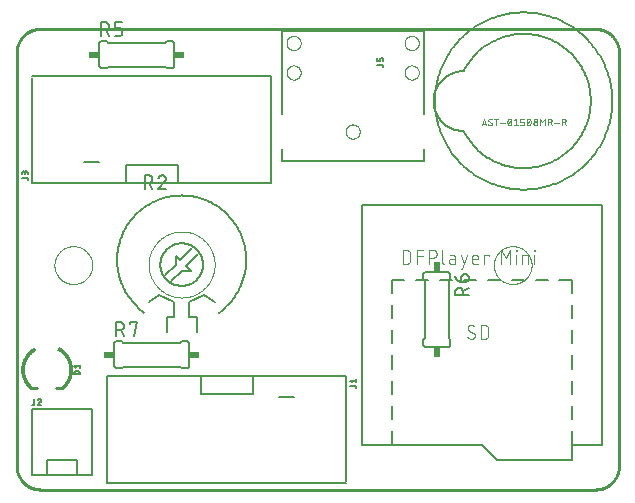
<source format=gto>
G75*
%MOIN*%
%OFA0B0*%
%FSLAX25Y25*%
%IPPOS*%
%LPD*%
%AMOC8*
5,1,8,0,0,1.08239X$1,22.5*
%
%ADD10C,0.00000*%
%ADD11C,0.01000*%
%ADD12C,0.00100*%
%ADD13C,0.00500*%
%ADD14C,0.00800*%
%ADD15C,0.00200*%
%ADD16C,0.00400*%
%ADD17C,0.00600*%
%ADD18R,0.03400X0.02400*%
%ADD19R,0.02400X0.03400*%
D10*
X0014099Y0081103D02*
X0014101Y0081261D01*
X0014107Y0081419D01*
X0014117Y0081577D01*
X0014131Y0081735D01*
X0014149Y0081892D01*
X0014170Y0082049D01*
X0014196Y0082205D01*
X0014226Y0082361D01*
X0014259Y0082516D01*
X0014297Y0082669D01*
X0014338Y0082822D01*
X0014383Y0082974D01*
X0014432Y0083125D01*
X0014485Y0083274D01*
X0014541Y0083422D01*
X0014601Y0083568D01*
X0014665Y0083713D01*
X0014733Y0083856D01*
X0014804Y0083998D01*
X0014878Y0084138D01*
X0014956Y0084275D01*
X0015038Y0084411D01*
X0015122Y0084545D01*
X0015211Y0084676D01*
X0015302Y0084805D01*
X0015397Y0084932D01*
X0015494Y0085057D01*
X0015595Y0085179D01*
X0015699Y0085298D01*
X0015806Y0085415D01*
X0015916Y0085529D01*
X0016029Y0085640D01*
X0016144Y0085749D01*
X0016262Y0085854D01*
X0016383Y0085956D01*
X0016506Y0086056D01*
X0016632Y0086152D01*
X0016760Y0086245D01*
X0016890Y0086335D01*
X0017023Y0086421D01*
X0017158Y0086505D01*
X0017294Y0086584D01*
X0017433Y0086661D01*
X0017574Y0086733D01*
X0017716Y0086803D01*
X0017860Y0086868D01*
X0018006Y0086930D01*
X0018153Y0086988D01*
X0018302Y0087043D01*
X0018452Y0087094D01*
X0018603Y0087141D01*
X0018755Y0087184D01*
X0018908Y0087223D01*
X0019063Y0087259D01*
X0019218Y0087290D01*
X0019374Y0087318D01*
X0019530Y0087342D01*
X0019687Y0087362D01*
X0019845Y0087378D01*
X0020002Y0087390D01*
X0020161Y0087398D01*
X0020319Y0087402D01*
X0020477Y0087402D01*
X0020635Y0087398D01*
X0020794Y0087390D01*
X0020951Y0087378D01*
X0021109Y0087362D01*
X0021266Y0087342D01*
X0021422Y0087318D01*
X0021578Y0087290D01*
X0021733Y0087259D01*
X0021888Y0087223D01*
X0022041Y0087184D01*
X0022193Y0087141D01*
X0022344Y0087094D01*
X0022494Y0087043D01*
X0022643Y0086988D01*
X0022790Y0086930D01*
X0022936Y0086868D01*
X0023080Y0086803D01*
X0023222Y0086733D01*
X0023363Y0086661D01*
X0023502Y0086584D01*
X0023638Y0086505D01*
X0023773Y0086421D01*
X0023906Y0086335D01*
X0024036Y0086245D01*
X0024164Y0086152D01*
X0024290Y0086056D01*
X0024413Y0085956D01*
X0024534Y0085854D01*
X0024652Y0085749D01*
X0024767Y0085640D01*
X0024880Y0085529D01*
X0024990Y0085415D01*
X0025097Y0085298D01*
X0025201Y0085179D01*
X0025302Y0085057D01*
X0025399Y0084932D01*
X0025494Y0084805D01*
X0025585Y0084676D01*
X0025674Y0084545D01*
X0025758Y0084411D01*
X0025840Y0084275D01*
X0025918Y0084138D01*
X0025992Y0083998D01*
X0026063Y0083856D01*
X0026131Y0083713D01*
X0026195Y0083568D01*
X0026255Y0083422D01*
X0026311Y0083274D01*
X0026364Y0083125D01*
X0026413Y0082974D01*
X0026458Y0082822D01*
X0026499Y0082669D01*
X0026537Y0082516D01*
X0026570Y0082361D01*
X0026600Y0082205D01*
X0026626Y0082049D01*
X0026647Y0081892D01*
X0026665Y0081735D01*
X0026679Y0081577D01*
X0026689Y0081419D01*
X0026695Y0081261D01*
X0026697Y0081103D01*
X0026695Y0080945D01*
X0026689Y0080787D01*
X0026679Y0080629D01*
X0026665Y0080471D01*
X0026647Y0080314D01*
X0026626Y0080157D01*
X0026600Y0080001D01*
X0026570Y0079845D01*
X0026537Y0079690D01*
X0026499Y0079537D01*
X0026458Y0079384D01*
X0026413Y0079232D01*
X0026364Y0079081D01*
X0026311Y0078932D01*
X0026255Y0078784D01*
X0026195Y0078638D01*
X0026131Y0078493D01*
X0026063Y0078350D01*
X0025992Y0078208D01*
X0025918Y0078068D01*
X0025840Y0077931D01*
X0025758Y0077795D01*
X0025674Y0077661D01*
X0025585Y0077530D01*
X0025494Y0077401D01*
X0025399Y0077274D01*
X0025302Y0077149D01*
X0025201Y0077027D01*
X0025097Y0076908D01*
X0024990Y0076791D01*
X0024880Y0076677D01*
X0024767Y0076566D01*
X0024652Y0076457D01*
X0024534Y0076352D01*
X0024413Y0076250D01*
X0024290Y0076150D01*
X0024164Y0076054D01*
X0024036Y0075961D01*
X0023906Y0075871D01*
X0023773Y0075785D01*
X0023638Y0075701D01*
X0023502Y0075622D01*
X0023363Y0075545D01*
X0023222Y0075473D01*
X0023080Y0075403D01*
X0022936Y0075338D01*
X0022790Y0075276D01*
X0022643Y0075218D01*
X0022494Y0075163D01*
X0022344Y0075112D01*
X0022193Y0075065D01*
X0022041Y0075022D01*
X0021888Y0074983D01*
X0021733Y0074947D01*
X0021578Y0074916D01*
X0021422Y0074888D01*
X0021266Y0074864D01*
X0021109Y0074844D01*
X0020951Y0074828D01*
X0020794Y0074816D01*
X0020635Y0074808D01*
X0020477Y0074804D01*
X0020319Y0074804D01*
X0020161Y0074808D01*
X0020002Y0074816D01*
X0019845Y0074828D01*
X0019687Y0074844D01*
X0019530Y0074864D01*
X0019374Y0074888D01*
X0019218Y0074916D01*
X0019063Y0074947D01*
X0018908Y0074983D01*
X0018755Y0075022D01*
X0018603Y0075065D01*
X0018452Y0075112D01*
X0018302Y0075163D01*
X0018153Y0075218D01*
X0018006Y0075276D01*
X0017860Y0075338D01*
X0017716Y0075403D01*
X0017574Y0075473D01*
X0017433Y0075545D01*
X0017294Y0075622D01*
X0017158Y0075701D01*
X0017023Y0075785D01*
X0016890Y0075871D01*
X0016760Y0075961D01*
X0016632Y0076054D01*
X0016506Y0076150D01*
X0016383Y0076250D01*
X0016262Y0076352D01*
X0016144Y0076457D01*
X0016029Y0076566D01*
X0015916Y0076677D01*
X0015806Y0076791D01*
X0015699Y0076908D01*
X0015595Y0077027D01*
X0015494Y0077149D01*
X0015397Y0077274D01*
X0015302Y0077401D01*
X0015211Y0077530D01*
X0015122Y0077661D01*
X0015038Y0077795D01*
X0014956Y0077931D01*
X0014878Y0078068D01*
X0014804Y0078208D01*
X0014733Y0078350D01*
X0014665Y0078493D01*
X0014601Y0078638D01*
X0014541Y0078784D01*
X0014485Y0078932D01*
X0014432Y0079081D01*
X0014383Y0079232D01*
X0014338Y0079384D01*
X0014297Y0079537D01*
X0014259Y0079690D01*
X0014226Y0079845D01*
X0014196Y0080001D01*
X0014170Y0080157D01*
X0014149Y0080314D01*
X0014131Y0080471D01*
X0014117Y0080629D01*
X0014107Y0080787D01*
X0014101Y0080945D01*
X0014099Y0081103D01*
X0091453Y0145300D02*
X0091455Y0145397D01*
X0091461Y0145494D01*
X0091471Y0145590D01*
X0091485Y0145686D01*
X0091503Y0145782D01*
X0091524Y0145876D01*
X0091550Y0145970D01*
X0091579Y0146062D01*
X0091613Y0146153D01*
X0091649Y0146243D01*
X0091690Y0146331D01*
X0091734Y0146417D01*
X0091782Y0146502D01*
X0091833Y0146584D01*
X0091887Y0146665D01*
X0091945Y0146743D01*
X0092006Y0146818D01*
X0092069Y0146891D01*
X0092136Y0146962D01*
X0092206Y0147029D01*
X0092278Y0147094D01*
X0092353Y0147155D01*
X0092431Y0147214D01*
X0092510Y0147269D01*
X0092592Y0147321D01*
X0092676Y0147369D01*
X0092762Y0147414D01*
X0092850Y0147456D01*
X0092939Y0147494D01*
X0093030Y0147528D01*
X0093122Y0147558D01*
X0093215Y0147585D01*
X0093310Y0147607D01*
X0093405Y0147626D01*
X0093501Y0147641D01*
X0093597Y0147652D01*
X0093694Y0147659D01*
X0093791Y0147662D01*
X0093888Y0147661D01*
X0093985Y0147656D01*
X0094081Y0147647D01*
X0094177Y0147634D01*
X0094273Y0147617D01*
X0094368Y0147596D01*
X0094461Y0147572D01*
X0094554Y0147543D01*
X0094646Y0147511D01*
X0094736Y0147475D01*
X0094824Y0147436D01*
X0094911Y0147392D01*
X0094996Y0147346D01*
X0095079Y0147295D01*
X0095160Y0147242D01*
X0095238Y0147185D01*
X0095315Y0147125D01*
X0095388Y0147062D01*
X0095459Y0146996D01*
X0095527Y0146927D01*
X0095593Y0146855D01*
X0095655Y0146781D01*
X0095714Y0146704D01*
X0095770Y0146625D01*
X0095823Y0146543D01*
X0095873Y0146460D01*
X0095918Y0146374D01*
X0095961Y0146287D01*
X0096000Y0146198D01*
X0096035Y0146108D01*
X0096066Y0146016D01*
X0096093Y0145923D01*
X0096117Y0145829D01*
X0096137Y0145734D01*
X0096153Y0145638D01*
X0096165Y0145542D01*
X0096173Y0145445D01*
X0096177Y0145348D01*
X0096177Y0145252D01*
X0096173Y0145155D01*
X0096165Y0145058D01*
X0096153Y0144962D01*
X0096137Y0144866D01*
X0096117Y0144771D01*
X0096093Y0144677D01*
X0096066Y0144584D01*
X0096035Y0144492D01*
X0096000Y0144402D01*
X0095961Y0144313D01*
X0095918Y0144226D01*
X0095873Y0144140D01*
X0095823Y0144057D01*
X0095770Y0143975D01*
X0095714Y0143896D01*
X0095655Y0143819D01*
X0095593Y0143745D01*
X0095527Y0143673D01*
X0095459Y0143604D01*
X0095388Y0143538D01*
X0095315Y0143475D01*
X0095238Y0143415D01*
X0095160Y0143358D01*
X0095079Y0143305D01*
X0094996Y0143254D01*
X0094911Y0143208D01*
X0094824Y0143164D01*
X0094736Y0143125D01*
X0094646Y0143089D01*
X0094554Y0143057D01*
X0094461Y0143028D01*
X0094368Y0143004D01*
X0094273Y0142983D01*
X0094177Y0142966D01*
X0094081Y0142953D01*
X0093985Y0142944D01*
X0093888Y0142939D01*
X0093791Y0142938D01*
X0093694Y0142941D01*
X0093597Y0142948D01*
X0093501Y0142959D01*
X0093405Y0142974D01*
X0093310Y0142993D01*
X0093215Y0143015D01*
X0093122Y0143042D01*
X0093030Y0143072D01*
X0092939Y0143106D01*
X0092850Y0143144D01*
X0092762Y0143186D01*
X0092676Y0143231D01*
X0092592Y0143279D01*
X0092510Y0143331D01*
X0092431Y0143386D01*
X0092353Y0143445D01*
X0092278Y0143506D01*
X0092206Y0143571D01*
X0092136Y0143638D01*
X0092069Y0143709D01*
X0092006Y0143782D01*
X0091945Y0143857D01*
X0091887Y0143935D01*
X0091833Y0144016D01*
X0091782Y0144098D01*
X0091734Y0144183D01*
X0091690Y0144269D01*
X0091649Y0144357D01*
X0091613Y0144447D01*
X0091579Y0144538D01*
X0091550Y0144630D01*
X0091524Y0144724D01*
X0091503Y0144818D01*
X0091485Y0144914D01*
X0091471Y0145010D01*
X0091461Y0145106D01*
X0091455Y0145203D01*
X0091453Y0145300D01*
X0091453Y0155143D02*
X0091455Y0155240D01*
X0091461Y0155337D01*
X0091471Y0155433D01*
X0091485Y0155529D01*
X0091503Y0155625D01*
X0091524Y0155719D01*
X0091550Y0155813D01*
X0091579Y0155905D01*
X0091613Y0155996D01*
X0091649Y0156086D01*
X0091690Y0156174D01*
X0091734Y0156260D01*
X0091782Y0156345D01*
X0091833Y0156427D01*
X0091887Y0156508D01*
X0091945Y0156586D01*
X0092006Y0156661D01*
X0092069Y0156734D01*
X0092136Y0156805D01*
X0092206Y0156872D01*
X0092278Y0156937D01*
X0092353Y0156998D01*
X0092431Y0157057D01*
X0092510Y0157112D01*
X0092592Y0157164D01*
X0092676Y0157212D01*
X0092762Y0157257D01*
X0092850Y0157299D01*
X0092939Y0157337D01*
X0093030Y0157371D01*
X0093122Y0157401D01*
X0093215Y0157428D01*
X0093310Y0157450D01*
X0093405Y0157469D01*
X0093501Y0157484D01*
X0093597Y0157495D01*
X0093694Y0157502D01*
X0093791Y0157505D01*
X0093888Y0157504D01*
X0093985Y0157499D01*
X0094081Y0157490D01*
X0094177Y0157477D01*
X0094273Y0157460D01*
X0094368Y0157439D01*
X0094461Y0157415D01*
X0094554Y0157386D01*
X0094646Y0157354D01*
X0094736Y0157318D01*
X0094824Y0157279D01*
X0094911Y0157235D01*
X0094996Y0157189D01*
X0095079Y0157138D01*
X0095160Y0157085D01*
X0095238Y0157028D01*
X0095315Y0156968D01*
X0095388Y0156905D01*
X0095459Y0156839D01*
X0095527Y0156770D01*
X0095593Y0156698D01*
X0095655Y0156624D01*
X0095714Y0156547D01*
X0095770Y0156468D01*
X0095823Y0156386D01*
X0095873Y0156303D01*
X0095918Y0156217D01*
X0095961Y0156130D01*
X0096000Y0156041D01*
X0096035Y0155951D01*
X0096066Y0155859D01*
X0096093Y0155766D01*
X0096117Y0155672D01*
X0096137Y0155577D01*
X0096153Y0155481D01*
X0096165Y0155385D01*
X0096173Y0155288D01*
X0096177Y0155191D01*
X0096177Y0155095D01*
X0096173Y0154998D01*
X0096165Y0154901D01*
X0096153Y0154805D01*
X0096137Y0154709D01*
X0096117Y0154614D01*
X0096093Y0154520D01*
X0096066Y0154427D01*
X0096035Y0154335D01*
X0096000Y0154245D01*
X0095961Y0154156D01*
X0095918Y0154069D01*
X0095873Y0153983D01*
X0095823Y0153900D01*
X0095770Y0153818D01*
X0095714Y0153739D01*
X0095655Y0153662D01*
X0095593Y0153588D01*
X0095527Y0153516D01*
X0095459Y0153447D01*
X0095388Y0153381D01*
X0095315Y0153318D01*
X0095238Y0153258D01*
X0095160Y0153201D01*
X0095079Y0153148D01*
X0094996Y0153097D01*
X0094911Y0153051D01*
X0094824Y0153007D01*
X0094736Y0152968D01*
X0094646Y0152932D01*
X0094554Y0152900D01*
X0094461Y0152871D01*
X0094368Y0152847D01*
X0094273Y0152826D01*
X0094177Y0152809D01*
X0094081Y0152796D01*
X0093985Y0152787D01*
X0093888Y0152782D01*
X0093791Y0152781D01*
X0093694Y0152784D01*
X0093597Y0152791D01*
X0093501Y0152802D01*
X0093405Y0152817D01*
X0093310Y0152836D01*
X0093215Y0152858D01*
X0093122Y0152885D01*
X0093030Y0152915D01*
X0092939Y0152949D01*
X0092850Y0152987D01*
X0092762Y0153029D01*
X0092676Y0153074D01*
X0092592Y0153122D01*
X0092510Y0153174D01*
X0092431Y0153229D01*
X0092353Y0153288D01*
X0092278Y0153349D01*
X0092206Y0153414D01*
X0092136Y0153481D01*
X0092069Y0153552D01*
X0092006Y0153625D01*
X0091945Y0153700D01*
X0091887Y0153778D01*
X0091833Y0153859D01*
X0091782Y0153941D01*
X0091734Y0154026D01*
X0091690Y0154112D01*
X0091649Y0154200D01*
X0091613Y0154290D01*
X0091579Y0154381D01*
X0091550Y0154473D01*
X0091524Y0154567D01*
X0091503Y0154661D01*
X0091485Y0154757D01*
X0091471Y0154853D01*
X0091461Y0154949D01*
X0091455Y0155046D01*
X0091453Y0155143D01*
X0111138Y0125615D02*
X0111140Y0125712D01*
X0111146Y0125809D01*
X0111156Y0125905D01*
X0111170Y0126001D01*
X0111188Y0126097D01*
X0111209Y0126191D01*
X0111235Y0126285D01*
X0111264Y0126377D01*
X0111298Y0126468D01*
X0111334Y0126558D01*
X0111375Y0126646D01*
X0111419Y0126732D01*
X0111467Y0126817D01*
X0111518Y0126899D01*
X0111572Y0126980D01*
X0111630Y0127058D01*
X0111691Y0127133D01*
X0111754Y0127206D01*
X0111821Y0127277D01*
X0111891Y0127344D01*
X0111963Y0127409D01*
X0112038Y0127470D01*
X0112116Y0127529D01*
X0112195Y0127584D01*
X0112277Y0127636D01*
X0112361Y0127684D01*
X0112447Y0127729D01*
X0112535Y0127771D01*
X0112624Y0127809D01*
X0112715Y0127843D01*
X0112807Y0127873D01*
X0112900Y0127900D01*
X0112995Y0127922D01*
X0113090Y0127941D01*
X0113186Y0127956D01*
X0113282Y0127967D01*
X0113379Y0127974D01*
X0113476Y0127977D01*
X0113573Y0127976D01*
X0113670Y0127971D01*
X0113766Y0127962D01*
X0113862Y0127949D01*
X0113958Y0127932D01*
X0114053Y0127911D01*
X0114146Y0127887D01*
X0114239Y0127858D01*
X0114331Y0127826D01*
X0114421Y0127790D01*
X0114509Y0127751D01*
X0114596Y0127707D01*
X0114681Y0127661D01*
X0114764Y0127610D01*
X0114845Y0127557D01*
X0114923Y0127500D01*
X0115000Y0127440D01*
X0115073Y0127377D01*
X0115144Y0127311D01*
X0115212Y0127242D01*
X0115278Y0127170D01*
X0115340Y0127096D01*
X0115399Y0127019D01*
X0115455Y0126940D01*
X0115508Y0126858D01*
X0115558Y0126775D01*
X0115603Y0126689D01*
X0115646Y0126602D01*
X0115685Y0126513D01*
X0115720Y0126423D01*
X0115751Y0126331D01*
X0115778Y0126238D01*
X0115802Y0126144D01*
X0115822Y0126049D01*
X0115838Y0125953D01*
X0115850Y0125857D01*
X0115858Y0125760D01*
X0115862Y0125663D01*
X0115862Y0125567D01*
X0115858Y0125470D01*
X0115850Y0125373D01*
X0115838Y0125277D01*
X0115822Y0125181D01*
X0115802Y0125086D01*
X0115778Y0124992D01*
X0115751Y0124899D01*
X0115720Y0124807D01*
X0115685Y0124717D01*
X0115646Y0124628D01*
X0115603Y0124541D01*
X0115558Y0124455D01*
X0115508Y0124372D01*
X0115455Y0124290D01*
X0115399Y0124211D01*
X0115340Y0124134D01*
X0115278Y0124060D01*
X0115212Y0123988D01*
X0115144Y0123919D01*
X0115073Y0123853D01*
X0115000Y0123790D01*
X0114923Y0123730D01*
X0114845Y0123673D01*
X0114764Y0123620D01*
X0114681Y0123569D01*
X0114596Y0123523D01*
X0114509Y0123479D01*
X0114421Y0123440D01*
X0114331Y0123404D01*
X0114239Y0123372D01*
X0114146Y0123343D01*
X0114053Y0123319D01*
X0113958Y0123298D01*
X0113862Y0123281D01*
X0113766Y0123268D01*
X0113670Y0123259D01*
X0113573Y0123254D01*
X0113476Y0123253D01*
X0113379Y0123256D01*
X0113282Y0123263D01*
X0113186Y0123274D01*
X0113090Y0123289D01*
X0112995Y0123308D01*
X0112900Y0123330D01*
X0112807Y0123357D01*
X0112715Y0123387D01*
X0112624Y0123421D01*
X0112535Y0123459D01*
X0112447Y0123501D01*
X0112361Y0123546D01*
X0112277Y0123594D01*
X0112195Y0123646D01*
X0112116Y0123701D01*
X0112038Y0123760D01*
X0111963Y0123821D01*
X0111891Y0123886D01*
X0111821Y0123953D01*
X0111754Y0124024D01*
X0111691Y0124097D01*
X0111630Y0124172D01*
X0111572Y0124250D01*
X0111518Y0124331D01*
X0111467Y0124413D01*
X0111419Y0124498D01*
X0111375Y0124584D01*
X0111334Y0124672D01*
X0111298Y0124762D01*
X0111264Y0124853D01*
X0111235Y0124945D01*
X0111209Y0125039D01*
X0111188Y0125133D01*
X0111170Y0125229D01*
X0111156Y0125325D01*
X0111146Y0125421D01*
X0111140Y0125518D01*
X0111138Y0125615D01*
X0130823Y0145300D02*
X0130825Y0145397D01*
X0130831Y0145494D01*
X0130841Y0145590D01*
X0130855Y0145686D01*
X0130873Y0145782D01*
X0130894Y0145876D01*
X0130920Y0145970D01*
X0130949Y0146062D01*
X0130983Y0146153D01*
X0131019Y0146243D01*
X0131060Y0146331D01*
X0131104Y0146417D01*
X0131152Y0146502D01*
X0131203Y0146584D01*
X0131257Y0146665D01*
X0131315Y0146743D01*
X0131376Y0146818D01*
X0131439Y0146891D01*
X0131506Y0146962D01*
X0131576Y0147029D01*
X0131648Y0147094D01*
X0131723Y0147155D01*
X0131801Y0147214D01*
X0131880Y0147269D01*
X0131962Y0147321D01*
X0132046Y0147369D01*
X0132132Y0147414D01*
X0132220Y0147456D01*
X0132309Y0147494D01*
X0132400Y0147528D01*
X0132492Y0147558D01*
X0132585Y0147585D01*
X0132680Y0147607D01*
X0132775Y0147626D01*
X0132871Y0147641D01*
X0132967Y0147652D01*
X0133064Y0147659D01*
X0133161Y0147662D01*
X0133258Y0147661D01*
X0133355Y0147656D01*
X0133451Y0147647D01*
X0133547Y0147634D01*
X0133643Y0147617D01*
X0133738Y0147596D01*
X0133831Y0147572D01*
X0133924Y0147543D01*
X0134016Y0147511D01*
X0134106Y0147475D01*
X0134194Y0147436D01*
X0134281Y0147392D01*
X0134366Y0147346D01*
X0134449Y0147295D01*
X0134530Y0147242D01*
X0134608Y0147185D01*
X0134685Y0147125D01*
X0134758Y0147062D01*
X0134829Y0146996D01*
X0134897Y0146927D01*
X0134963Y0146855D01*
X0135025Y0146781D01*
X0135084Y0146704D01*
X0135140Y0146625D01*
X0135193Y0146543D01*
X0135243Y0146460D01*
X0135288Y0146374D01*
X0135331Y0146287D01*
X0135370Y0146198D01*
X0135405Y0146108D01*
X0135436Y0146016D01*
X0135463Y0145923D01*
X0135487Y0145829D01*
X0135507Y0145734D01*
X0135523Y0145638D01*
X0135535Y0145542D01*
X0135543Y0145445D01*
X0135547Y0145348D01*
X0135547Y0145252D01*
X0135543Y0145155D01*
X0135535Y0145058D01*
X0135523Y0144962D01*
X0135507Y0144866D01*
X0135487Y0144771D01*
X0135463Y0144677D01*
X0135436Y0144584D01*
X0135405Y0144492D01*
X0135370Y0144402D01*
X0135331Y0144313D01*
X0135288Y0144226D01*
X0135243Y0144140D01*
X0135193Y0144057D01*
X0135140Y0143975D01*
X0135084Y0143896D01*
X0135025Y0143819D01*
X0134963Y0143745D01*
X0134897Y0143673D01*
X0134829Y0143604D01*
X0134758Y0143538D01*
X0134685Y0143475D01*
X0134608Y0143415D01*
X0134530Y0143358D01*
X0134449Y0143305D01*
X0134366Y0143254D01*
X0134281Y0143208D01*
X0134194Y0143164D01*
X0134106Y0143125D01*
X0134016Y0143089D01*
X0133924Y0143057D01*
X0133831Y0143028D01*
X0133738Y0143004D01*
X0133643Y0142983D01*
X0133547Y0142966D01*
X0133451Y0142953D01*
X0133355Y0142944D01*
X0133258Y0142939D01*
X0133161Y0142938D01*
X0133064Y0142941D01*
X0132967Y0142948D01*
X0132871Y0142959D01*
X0132775Y0142974D01*
X0132680Y0142993D01*
X0132585Y0143015D01*
X0132492Y0143042D01*
X0132400Y0143072D01*
X0132309Y0143106D01*
X0132220Y0143144D01*
X0132132Y0143186D01*
X0132046Y0143231D01*
X0131962Y0143279D01*
X0131880Y0143331D01*
X0131801Y0143386D01*
X0131723Y0143445D01*
X0131648Y0143506D01*
X0131576Y0143571D01*
X0131506Y0143638D01*
X0131439Y0143709D01*
X0131376Y0143782D01*
X0131315Y0143857D01*
X0131257Y0143935D01*
X0131203Y0144016D01*
X0131152Y0144098D01*
X0131104Y0144183D01*
X0131060Y0144269D01*
X0131019Y0144357D01*
X0130983Y0144447D01*
X0130949Y0144538D01*
X0130920Y0144630D01*
X0130894Y0144724D01*
X0130873Y0144818D01*
X0130855Y0144914D01*
X0130841Y0145010D01*
X0130831Y0145106D01*
X0130825Y0145203D01*
X0130823Y0145300D01*
X0130823Y0155143D02*
X0130825Y0155240D01*
X0130831Y0155337D01*
X0130841Y0155433D01*
X0130855Y0155529D01*
X0130873Y0155625D01*
X0130894Y0155719D01*
X0130920Y0155813D01*
X0130949Y0155905D01*
X0130983Y0155996D01*
X0131019Y0156086D01*
X0131060Y0156174D01*
X0131104Y0156260D01*
X0131152Y0156345D01*
X0131203Y0156427D01*
X0131257Y0156508D01*
X0131315Y0156586D01*
X0131376Y0156661D01*
X0131439Y0156734D01*
X0131506Y0156805D01*
X0131576Y0156872D01*
X0131648Y0156937D01*
X0131723Y0156998D01*
X0131801Y0157057D01*
X0131880Y0157112D01*
X0131962Y0157164D01*
X0132046Y0157212D01*
X0132132Y0157257D01*
X0132220Y0157299D01*
X0132309Y0157337D01*
X0132400Y0157371D01*
X0132492Y0157401D01*
X0132585Y0157428D01*
X0132680Y0157450D01*
X0132775Y0157469D01*
X0132871Y0157484D01*
X0132967Y0157495D01*
X0133064Y0157502D01*
X0133161Y0157505D01*
X0133258Y0157504D01*
X0133355Y0157499D01*
X0133451Y0157490D01*
X0133547Y0157477D01*
X0133643Y0157460D01*
X0133738Y0157439D01*
X0133831Y0157415D01*
X0133924Y0157386D01*
X0134016Y0157354D01*
X0134106Y0157318D01*
X0134194Y0157279D01*
X0134281Y0157235D01*
X0134366Y0157189D01*
X0134449Y0157138D01*
X0134530Y0157085D01*
X0134608Y0157028D01*
X0134685Y0156968D01*
X0134758Y0156905D01*
X0134829Y0156839D01*
X0134897Y0156770D01*
X0134963Y0156698D01*
X0135025Y0156624D01*
X0135084Y0156547D01*
X0135140Y0156468D01*
X0135193Y0156386D01*
X0135243Y0156303D01*
X0135288Y0156217D01*
X0135331Y0156130D01*
X0135370Y0156041D01*
X0135405Y0155951D01*
X0135436Y0155859D01*
X0135463Y0155766D01*
X0135487Y0155672D01*
X0135507Y0155577D01*
X0135523Y0155481D01*
X0135535Y0155385D01*
X0135543Y0155288D01*
X0135547Y0155191D01*
X0135547Y0155095D01*
X0135543Y0154998D01*
X0135535Y0154901D01*
X0135523Y0154805D01*
X0135507Y0154709D01*
X0135487Y0154614D01*
X0135463Y0154520D01*
X0135436Y0154427D01*
X0135405Y0154335D01*
X0135370Y0154245D01*
X0135331Y0154156D01*
X0135288Y0154069D01*
X0135243Y0153983D01*
X0135193Y0153900D01*
X0135140Y0153818D01*
X0135084Y0153739D01*
X0135025Y0153662D01*
X0134963Y0153588D01*
X0134897Y0153516D01*
X0134829Y0153447D01*
X0134758Y0153381D01*
X0134685Y0153318D01*
X0134608Y0153258D01*
X0134530Y0153201D01*
X0134449Y0153148D01*
X0134366Y0153097D01*
X0134281Y0153051D01*
X0134194Y0153007D01*
X0134106Y0152968D01*
X0134016Y0152932D01*
X0133924Y0152900D01*
X0133831Y0152871D01*
X0133738Y0152847D01*
X0133643Y0152826D01*
X0133547Y0152809D01*
X0133451Y0152796D01*
X0133355Y0152787D01*
X0133258Y0152782D01*
X0133161Y0152781D01*
X0133064Y0152784D01*
X0132967Y0152791D01*
X0132871Y0152802D01*
X0132775Y0152817D01*
X0132680Y0152836D01*
X0132585Y0152858D01*
X0132492Y0152885D01*
X0132400Y0152915D01*
X0132309Y0152949D01*
X0132220Y0152987D01*
X0132132Y0153029D01*
X0132046Y0153074D01*
X0131962Y0153122D01*
X0131880Y0153174D01*
X0131801Y0153229D01*
X0131723Y0153288D01*
X0131648Y0153349D01*
X0131576Y0153414D01*
X0131506Y0153481D01*
X0131439Y0153552D01*
X0131376Y0153625D01*
X0131315Y0153700D01*
X0131257Y0153778D01*
X0131203Y0153859D01*
X0131152Y0153941D01*
X0131104Y0154026D01*
X0131060Y0154112D01*
X0131019Y0154200D01*
X0130983Y0154290D01*
X0130949Y0154381D01*
X0130920Y0154473D01*
X0130894Y0154567D01*
X0130873Y0154661D01*
X0130855Y0154757D01*
X0130841Y0154853D01*
X0130831Y0154949D01*
X0130825Y0155046D01*
X0130823Y0155143D01*
X0160555Y0081103D02*
X0160557Y0081261D01*
X0160563Y0081419D01*
X0160573Y0081577D01*
X0160587Y0081735D01*
X0160605Y0081892D01*
X0160626Y0082049D01*
X0160652Y0082205D01*
X0160682Y0082361D01*
X0160715Y0082516D01*
X0160753Y0082669D01*
X0160794Y0082822D01*
X0160839Y0082974D01*
X0160888Y0083125D01*
X0160941Y0083274D01*
X0160997Y0083422D01*
X0161057Y0083568D01*
X0161121Y0083713D01*
X0161189Y0083856D01*
X0161260Y0083998D01*
X0161334Y0084138D01*
X0161412Y0084275D01*
X0161494Y0084411D01*
X0161578Y0084545D01*
X0161667Y0084676D01*
X0161758Y0084805D01*
X0161853Y0084932D01*
X0161950Y0085057D01*
X0162051Y0085179D01*
X0162155Y0085298D01*
X0162262Y0085415D01*
X0162372Y0085529D01*
X0162485Y0085640D01*
X0162600Y0085749D01*
X0162718Y0085854D01*
X0162839Y0085956D01*
X0162962Y0086056D01*
X0163088Y0086152D01*
X0163216Y0086245D01*
X0163346Y0086335D01*
X0163479Y0086421D01*
X0163614Y0086505D01*
X0163750Y0086584D01*
X0163889Y0086661D01*
X0164030Y0086733D01*
X0164172Y0086803D01*
X0164316Y0086868D01*
X0164462Y0086930D01*
X0164609Y0086988D01*
X0164758Y0087043D01*
X0164908Y0087094D01*
X0165059Y0087141D01*
X0165211Y0087184D01*
X0165364Y0087223D01*
X0165519Y0087259D01*
X0165674Y0087290D01*
X0165830Y0087318D01*
X0165986Y0087342D01*
X0166143Y0087362D01*
X0166301Y0087378D01*
X0166458Y0087390D01*
X0166617Y0087398D01*
X0166775Y0087402D01*
X0166933Y0087402D01*
X0167091Y0087398D01*
X0167250Y0087390D01*
X0167407Y0087378D01*
X0167565Y0087362D01*
X0167722Y0087342D01*
X0167878Y0087318D01*
X0168034Y0087290D01*
X0168189Y0087259D01*
X0168344Y0087223D01*
X0168497Y0087184D01*
X0168649Y0087141D01*
X0168800Y0087094D01*
X0168950Y0087043D01*
X0169099Y0086988D01*
X0169246Y0086930D01*
X0169392Y0086868D01*
X0169536Y0086803D01*
X0169678Y0086733D01*
X0169819Y0086661D01*
X0169958Y0086584D01*
X0170094Y0086505D01*
X0170229Y0086421D01*
X0170362Y0086335D01*
X0170492Y0086245D01*
X0170620Y0086152D01*
X0170746Y0086056D01*
X0170869Y0085956D01*
X0170990Y0085854D01*
X0171108Y0085749D01*
X0171223Y0085640D01*
X0171336Y0085529D01*
X0171446Y0085415D01*
X0171553Y0085298D01*
X0171657Y0085179D01*
X0171758Y0085057D01*
X0171855Y0084932D01*
X0171950Y0084805D01*
X0172041Y0084676D01*
X0172130Y0084545D01*
X0172214Y0084411D01*
X0172296Y0084275D01*
X0172374Y0084138D01*
X0172448Y0083998D01*
X0172519Y0083856D01*
X0172587Y0083713D01*
X0172651Y0083568D01*
X0172711Y0083422D01*
X0172767Y0083274D01*
X0172820Y0083125D01*
X0172869Y0082974D01*
X0172914Y0082822D01*
X0172955Y0082669D01*
X0172993Y0082516D01*
X0173026Y0082361D01*
X0173056Y0082205D01*
X0173082Y0082049D01*
X0173103Y0081892D01*
X0173121Y0081735D01*
X0173135Y0081577D01*
X0173145Y0081419D01*
X0173151Y0081261D01*
X0173153Y0081103D01*
X0173151Y0080945D01*
X0173145Y0080787D01*
X0173135Y0080629D01*
X0173121Y0080471D01*
X0173103Y0080314D01*
X0173082Y0080157D01*
X0173056Y0080001D01*
X0173026Y0079845D01*
X0172993Y0079690D01*
X0172955Y0079537D01*
X0172914Y0079384D01*
X0172869Y0079232D01*
X0172820Y0079081D01*
X0172767Y0078932D01*
X0172711Y0078784D01*
X0172651Y0078638D01*
X0172587Y0078493D01*
X0172519Y0078350D01*
X0172448Y0078208D01*
X0172374Y0078068D01*
X0172296Y0077931D01*
X0172214Y0077795D01*
X0172130Y0077661D01*
X0172041Y0077530D01*
X0171950Y0077401D01*
X0171855Y0077274D01*
X0171758Y0077149D01*
X0171657Y0077027D01*
X0171553Y0076908D01*
X0171446Y0076791D01*
X0171336Y0076677D01*
X0171223Y0076566D01*
X0171108Y0076457D01*
X0170990Y0076352D01*
X0170869Y0076250D01*
X0170746Y0076150D01*
X0170620Y0076054D01*
X0170492Y0075961D01*
X0170362Y0075871D01*
X0170229Y0075785D01*
X0170094Y0075701D01*
X0169958Y0075622D01*
X0169819Y0075545D01*
X0169678Y0075473D01*
X0169536Y0075403D01*
X0169392Y0075338D01*
X0169246Y0075276D01*
X0169099Y0075218D01*
X0168950Y0075163D01*
X0168800Y0075112D01*
X0168649Y0075065D01*
X0168497Y0075022D01*
X0168344Y0074983D01*
X0168189Y0074947D01*
X0168034Y0074916D01*
X0167878Y0074888D01*
X0167722Y0074864D01*
X0167565Y0074844D01*
X0167407Y0074828D01*
X0167250Y0074816D01*
X0167091Y0074808D01*
X0166933Y0074804D01*
X0166775Y0074804D01*
X0166617Y0074808D01*
X0166458Y0074816D01*
X0166301Y0074828D01*
X0166143Y0074844D01*
X0165986Y0074864D01*
X0165830Y0074888D01*
X0165674Y0074916D01*
X0165519Y0074947D01*
X0165364Y0074983D01*
X0165211Y0075022D01*
X0165059Y0075065D01*
X0164908Y0075112D01*
X0164758Y0075163D01*
X0164609Y0075218D01*
X0164462Y0075276D01*
X0164316Y0075338D01*
X0164172Y0075403D01*
X0164030Y0075473D01*
X0163889Y0075545D01*
X0163750Y0075622D01*
X0163614Y0075701D01*
X0163479Y0075785D01*
X0163346Y0075871D01*
X0163216Y0075961D01*
X0163088Y0076054D01*
X0162962Y0076150D01*
X0162839Y0076250D01*
X0162718Y0076352D01*
X0162600Y0076457D01*
X0162485Y0076566D01*
X0162372Y0076677D01*
X0162262Y0076791D01*
X0162155Y0076908D01*
X0162051Y0077027D01*
X0161950Y0077149D01*
X0161853Y0077274D01*
X0161758Y0077401D01*
X0161667Y0077530D01*
X0161578Y0077661D01*
X0161494Y0077795D01*
X0161412Y0077931D01*
X0161334Y0078068D01*
X0161260Y0078208D01*
X0161189Y0078350D01*
X0161121Y0078493D01*
X0161057Y0078638D01*
X0160997Y0078784D01*
X0160941Y0078932D01*
X0160888Y0079081D01*
X0160839Y0079232D01*
X0160794Y0079384D01*
X0160753Y0079537D01*
X0160715Y0079690D01*
X0160682Y0079845D01*
X0160652Y0080001D01*
X0160626Y0080157D01*
X0160605Y0080314D01*
X0160587Y0080471D01*
X0160573Y0080629D01*
X0160563Y0080787D01*
X0160557Y0080945D01*
X0160555Y0081103D01*
D11*
X0194413Y0006300D02*
X0009374Y0006300D01*
X0009184Y0006302D01*
X0008994Y0006309D01*
X0008804Y0006321D01*
X0008614Y0006337D01*
X0008425Y0006357D01*
X0008236Y0006383D01*
X0008048Y0006412D01*
X0007861Y0006447D01*
X0007675Y0006486D01*
X0007490Y0006529D01*
X0007305Y0006577D01*
X0007122Y0006629D01*
X0006941Y0006685D01*
X0006761Y0006746D01*
X0006582Y0006812D01*
X0006405Y0006881D01*
X0006229Y0006955D01*
X0006056Y0007033D01*
X0005884Y0007116D01*
X0005715Y0007202D01*
X0005547Y0007292D01*
X0005382Y0007387D01*
X0005219Y0007485D01*
X0005059Y0007588D01*
X0004901Y0007694D01*
X0004746Y0007804D01*
X0004593Y0007917D01*
X0004443Y0008035D01*
X0004297Y0008156D01*
X0004153Y0008280D01*
X0004012Y0008408D01*
X0003874Y0008539D01*
X0003739Y0008674D01*
X0003608Y0008812D01*
X0003480Y0008953D01*
X0003356Y0009097D01*
X0003235Y0009243D01*
X0003117Y0009393D01*
X0003004Y0009546D01*
X0002894Y0009701D01*
X0002788Y0009859D01*
X0002685Y0010019D01*
X0002587Y0010182D01*
X0002492Y0010347D01*
X0002402Y0010515D01*
X0002316Y0010684D01*
X0002233Y0010856D01*
X0002155Y0011029D01*
X0002081Y0011205D01*
X0002012Y0011382D01*
X0001946Y0011561D01*
X0001885Y0011741D01*
X0001829Y0011922D01*
X0001777Y0012105D01*
X0001729Y0012290D01*
X0001686Y0012475D01*
X0001647Y0012661D01*
X0001612Y0012848D01*
X0001583Y0013036D01*
X0001557Y0013225D01*
X0001537Y0013414D01*
X0001521Y0013604D01*
X0001509Y0013794D01*
X0001502Y0013984D01*
X0001500Y0014174D01*
X0001500Y0151969D01*
X0001502Y0152159D01*
X0001509Y0152349D01*
X0001521Y0152539D01*
X0001537Y0152729D01*
X0001557Y0152918D01*
X0001583Y0153107D01*
X0001612Y0153295D01*
X0001647Y0153482D01*
X0001686Y0153668D01*
X0001729Y0153853D01*
X0001777Y0154038D01*
X0001829Y0154221D01*
X0001885Y0154402D01*
X0001946Y0154582D01*
X0002012Y0154761D01*
X0002081Y0154938D01*
X0002155Y0155114D01*
X0002233Y0155287D01*
X0002316Y0155459D01*
X0002402Y0155628D01*
X0002492Y0155796D01*
X0002587Y0155961D01*
X0002685Y0156124D01*
X0002788Y0156284D01*
X0002894Y0156442D01*
X0003004Y0156597D01*
X0003117Y0156750D01*
X0003235Y0156900D01*
X0003356Y0157046D01*
X0003480Y0157190D01*
X0003608Y0157331D01*
X0003739Y0157469D01*
X0003874Y0157604D01*
X0004012Y0157735D01*
X0004153Y0157863D01*
X0004297Y0157987D01*
X0004443Y0158108D01*
X0004593Y0158226D01*
X0004746Y0158339D01*
X0004901Y0158449D01*
X0005059Y0158555D01*
X0005219Y0158658D01*
X0005382Y0158756D01*
X0005547Y0158851D01*
X0005715Y0158941D01*
X0005884Y0159027D01*
X0006056Y0159110D01*
X0006229Y0159188D01*
X0006405Y0159262D01*
X0006582Y0159331D01*
X0006761Y0159397D01*
X0006941Y0159458D01*
X0007122Y0159514D01*
X0007305Y0159566D01*
X0007490Y0159614D01*
X0007675Y0159657D01*
X0007861Y0159696D01*
X0008048Y0159731D01*
X0008236Y0159760D01*
X0008425Y0159786D01*
X0008614Y0159806D01*
X0008804Y0159822D01*
X0008994Y0159834D01*
X0009184Y0159841D01*
X0009374Y0159843D01*
X0194413Y0159843D01*
X0194603Y0159841D01*
X0194793Y0159834D01*
X0194983Y0159822D01*
X0195173Y0159806D01*
X0195362Y0159786D01*
X0195551Y0159760D01*
X0195739Y0159731D01*
X0195926Y0159696D01*
X0196112Y0159657D01*
X0196297Y0159614D01*
X0196482Y0159566D01*
X0196665Y0159514D01*
X0196846Y0159458D01*
X0197026Y0159397D01*
X0197205Y0159331D01*
X0197382Y0159262D01*
X0197558Y0159188D01*
X0197731Y0159110D01*
X0197903Y0159027D01*
X0198072Y0158941D01*
X0198240Y0158851D01*
X0198405Y0158756D01*
X0198568Y0158658D01*
X0198728Y0158555D01*
X0198886Y0158449D01*
X0199041Y0158339D01*
X0199194Y0158226D01*
X0199344Y0158108D01*
X0199490Y0157987D01*
X0199634Y0157863D01*
X0199775Y0157735D01*
X0199913Y0157604D01*
X0200048Y0157469D01*
X0200179Y0157331D01*
X0200307Y0157190D01*
X0200431Y0157046D01*
X0200552Y0156900D01*
X0200670Y0156750D01*
X0200783Y0156597D01*
X0200893Y0156442D01*
X0200999Y0156284D01*
X0201102Y0156124D01*
X0201200Y0155961D01*
X0201295Y0155796D01*
X0201385Y0155628D01*
X0201471Y0155459D01*
X0201554Y0155287D01*
X0201632Y0155114D01*
X0201706Y0154938D01*
X0201775Y0154761D01*
X0201841Y0154582D01*
X0201902Y0154402D01*
X0201958Y0154221D01*
X0202010Y0154038D01*
X0202058Y0153853D01*
X0202101Y0153668D01*
X0202140Y0153482D01*
X0202175Y0153295D01*
X0202204Y0153107D01*
X0202230Y0152918D01*
X0202250Y0152729D01*
X0202266Y0152539D01*
X0202278Y0152349D01*
X0202285Y0152159D01*
X0202287Y0151969D01*
X0202287Y0014174D01*
X0202285Y0013984D01*
X0202278Y0013794D01*
X0202266Y0013604D01*
X0202250Y0013414D01*
X0202230Y0013225D01*
X0202204Y0013036D01*
X0202175Y0012848D01*
X0202140Y0012661D01*
X0202101Y0012475D01*
X0202058Y0012290D01*
X0202010Y0012105D01*
X0201958Y0011922D01*
X0201902Y0011741D01*
X0201841Y0011561D01*
X0201775Y0011382D01*
X0201706Y0011205D01*
X0201632Y0011029D01*
X0201554Y0010856D01*
X0201471Y0010684D01*
X0201385Y0010515D01*
X0201295Y0010347D01*
X0201200Y0010182D01*
X0201102Y0010019D01*
X0200999Y0009859D01*
X0200893Y0009701D01*
X0200783Y0009546D01*
X0200670Y0009393D01*
X0200552Y0009243D01*
X0200431Y0009097D01*
X0200307Y0008953D01*
X0200179Y0008812D01*
X0200048Y0008674D01*
X0199913Y0008539D01*
X0199775Y0008408D01*
X0199634Y0008280D01*
X0199490Y0008156D01*
X0199344Y0008035D01*
X0199194Y0007917D01*
X0199041Y0007804D01*
X0198886Y0007694D01*
X0198728Y0007588D01*
X0198568Y0007485D01*
X0198405Y0007387D01*
X0198240Y0007292D01*
X0198072Y0007202D01*
X0197903Y0007116D01*
X0197731Y0007033D01*
X0197558Y0006955D01*
X0197382Y0006881D01*
X0197205Y0006812D01*
X0197026Y0006746D01*
X0196846Y0006685D01*
X0196665Y0006629D01*
X0196482Y0006577D01*
X0196297Y0006529D01*
X0196112Y0006486D01*
X0195926Y0006447D01*
X0195739Y0006412D01*
X0195551Y0006383D01*
X0195362Y0006357D01*
X0195173Y0006337D01*
X0194983Y0006321D01*
X0194793Y0006309D01*
X0194603Y0006302D01*
X0194413Y0006300D01*
X0016600Y0040100D02*
X0014600Y0040100D01*
X0008200Y0040100D02*
X0006400Y0040100D01*
D12*
X0019949Y0046350D02*
X0019049Y0046350D01*
X0019050Y0046350D02*
X0019046Y0046533D01*
X0019039Y0046716D01*
X0019026Y0046899D01*
X0019009Y0047082D01*
X0018988Y0047264D01*
X0018963Y0047445D01*
X0018933Y0047626D01*
X0018898Y0047806D01*
X0018860Y0047985D01*
X0018817Y0048163D01*
X0018769Y0048340D01*
X0018718Y0048515D01*
X0018662Y0048690D01*
X0018602Y0048863D01*
X0018537Y0049034D01*
X0018469Y0049204D01*
X0018397Y0049373D01*
X0018320Y0049539D01*
X0018239Y0049703D01*
X0018155Y0049866D01*
X0018066Y0050026D01*
X0017974Y0050185D01*
X0017878Y0050341D01*
X0017778Y0050494D01*
X0017674Y0050645D01*
X0017567Y0050794D01*
X0017456Y0050940D01*
X0017342Y0051083D01*
X0017224Y0051223D01*
X0017103Y0051360D01*
X0016979Y0051495D01*
X0016851Y0051626D01*
X0016720Y0051755D01*
X0016586Y0051880D01*
X0016450Y0052001D01*
X0016310Y0052120D01*
X0016167Y0052235D01*
X0016022Y0052346D01*
X0015874Y0052454D01*
X0015723Y0052558D01*
X0015570Y0052659D01*
X0015415Y0052756D01*
X0015257Y0052849D01*
X0015097Y0052938D01*
X0015520Y0053732D01*
X0015700Y0053632D01*
X0015877Y0053528D01*
X0016051Y0053420D01*
X0016223Y0053307D01*
X0016391Y0053190D01*
X0016557Y0053069D01*
X0016720Y0052945D01*
X0016880Y0052816D01*
X0017037Y0052683D01*
X0017190Y0052547D01*
X0017340Y0052407D01*
X0017487Y0052263D01*
X0017630Y0052116D01*
X0017770Y0051965D01*
X0017905Y0051811D01*
X0018037Y0051654D01*
X0018165Y0051494D01*
X0018290Y0051330D01*
X0018410Y0051164D01*
X0018526Y0050994D01*
X0018638Y0050822D01*
X0018746Y0050648D01*
X0018849Y0050470D01*
X0018948Y0050291D01*
X0019043Y0050108D01*
X0019133Y0049924D01*
X0019219Y0049738D01*
X0019300Y0049549D01*
X0019377Y0049359D01*
X0019449Y0049166D01*
X0019516Y0048972D01*
X0019579Y0048777D01*
X0019637Y0048580D01*
X0019690Y0048382D01*
X0019738Y0048182D01*
X0019781Y0047981D01*
X0019819Y0047780D01*
X0019853Y0047577D01*
X0019881Y0047374D01*
X0019905Y0047170D01*
X0019924Y0046965D01*
X0019937Y0046761D01*
X0019946Y0046556D01*
X0019950Y0046350D01*
X0019856Y0046350D01*
X0019852Y0046553D01*
X0019844Y0046756D01*
X0019830Y0046959D01*
X0019812Y0047161D01*
X0019788Y0047362D01*
X0019760Y0047563D01*
X0019727Y0047764D01*
X0019689Y0047963D01*
X0019646Y0048161D01*
X0019598Y0048359D01*
X0019546Y0048555D01*
X0019489Y0048750D01*
X0019427Y0048943D01*
X0019360Y0049135D01*
X0019289Y0049325D01*
X0019214Y0049513D01*
X0019133Y0049699D01*
X0019048Y0049884D01*
X0018959Y0050066D01*
X0018865Y0050246D01*
X0018767Y0050424D01*
X0018665Y0050599D01*
X0018559Y0050772D01*
X0018448Y0050942D01*
X0018333Y0051110D01*
X0018214Y0051274D01*
X0018091Y0051436D01*
X0017965Y0051594D01*
X0017834Y0051750D01*
X0017700Y0051902D01*
X0017562Y0052051D01*
X0017421Y0052197D01*
X0017276Y0052339D01*
X0017127Y0052477D01*
X0016976Y0052612D01*
X0016821Y0052743D01*
X0016663Y0052870D01*
X0016501Y0052994D01*
X0016337Y0053113D01*
X0016170Y0053229D01*
X0016001Y0053340D01*
X0015828Y0053448D01*
X0015653Y0053551D01*
X0015476Y0053649D01*
X0015432Y0053566D01*
X0015607Y0053469D01*
X0015780Y0053367D01*
X0015950Y0053261D01*
X0016118Y0053151D01*
X0016283Y0053037D01*
X0016445Y0052918D01*
X0016605Y0052796D01*
X0016761Y0052670D01*
X0016914Y0052541D01*
X0017064Y0052407D01*
X0017211Y0052271D01*
X0017354Y0052130D01*
X0017494Y0051986D01*
X0017630Y0051839D01*
X0017763Y0051688D01*
X0017892Y0051535D01*
X0018017Y0051378D01*
X0018139Y0051218D01*
X0018256Y0051055D01*
X0018370Y0050890D01*
X0018479Y0050722D01*
X0018585Y0050551D01*
X0018686Y0050378D01*
X0018783Y0050202D01*
X0018875Y0050024D01*
X0018963Y0049844D01*
X0019047Y0049661D01*
X0019127Y0049477D01*
X0019202Y0049291D01*
X0019272Y0049103D01*
X0019338Y0048913D01*
X0019399Y0048722D01*
X0019455Y0048530D01*
X0019507Y0048336D01*
X0019554Y0048141D01*
X0019597Y0047945D01*
X0019634Y0047747D01*
X0019667Y0047549D01*
X0019695Y0047351D01*
X0019718Y0047151D01*
X0019736Y0046952D01*
X0019750Y0046751D01*
X0019758Y0046551D01*
X0019762Y0046350D01*
X0019668Y0046350D01*
X0019664Y0046549D01*
X0019656Y0046747D01*
X0019643Y0046945D01*
X0019624Y0047142D01*
X0019602Y0047339D01*
X0019574Y0047536D01*
X0019542Y0047731D01*
X0019504Y0047926D01*
X0019463Y0048120D01*
X0019416Y0048313D01*
X0019365Y0048505D01*
X0019309Y0048695D01*
X0019249Y0048884D01*
X0019184Y0049071D01*
X0019114Y0049257D01*
X0019040Y0049441D01*
X0018961Y0049623D01*
X0018878Y0049803D01*
X0018791Y0049982D01*
X0018700Y0050158D01*
X0018604Y0050331D01*
X0018504Y0050503D01*
X0018400Y0050671D01*
X0018292Y0050838D01*
X0018179Y0051001D01*
X0018063Y0051162D01*
X0017943Y0051320D01*
X0017819Y0051475D01*
X0017692Y0051627D01*
X0017561Y0051776D01*
X0017426Y0051921D01*
X0017288Y0052064D01*
X0017146Y0052202D01*
X0017001Y0052338D01*
X0016853Y0052470D01*
X0016701Y0052598D01*
X0016547Y0052722D01*
X0016390Y0052843D01*
X0016229Y0052960D01*
X0016066Y0053073D01*
X0015900Y0053181D01*
X0015732Y0053286D01*
X0015561Y0053387D01*
X0015388Y0053483D01*
X0015343Y0053401D01*
X0015515Y0053305D01*
X0015684Y0053206D01*
X0015850Y0053102D01*
X0016014Y0052994D01*
X0016175Y0052883D01*
X0016334Y0052767D01*
X0016489Y0052648D01*
X0016642Y0052525D01*
X0016791Y0052398D01*
X0016938Y0052268D01*
X0017081Y0052134D01*
X0017221Y0051997D01*
X0017358Y0051856D01*
X0017491Y0051713D01*
X0017621Y0051566D01*
X0017747Y0051415D01*
X0017869Y0051262D01*
X0017988Y0051106D01*
X0018103Y0050947D01*
X0018213Y0050785D01*
X0018320Y0050621D01*
X0018423Y0050454D01*
X0018522Y0050285D01*
X0018617Y0050113D01*
X0018707Y0049939D01*
X0018794Y0049763D01*
X0018875Y0049585D01*
X0018953Y0049405D01*
X0019026Y0049223D01*
X0019095Y0049040D01*
X0019159Y0048854D01*
X0019219Y0048668D01*
X0019274Y0048480D01*
X0019325Y0048290D01*
X0019371Y0048100D01*
X0019412Y0047908D01*
X0019449Y0047715D01*
X0019481Y0047522D01*
X0019508Y0047328D01*
X0019531Y0047133D01*
X0019549Y0046938D01*
X0019562Y0046742D01*
X0019570Y0046546D01*
X0019574Y0046350D01*
X0019480Y0046350D01*
X0019476Y0046544D01*
X0019468Y0046738D01*
X0019455Y0046931D01*
X0019437Y0047124D01*
X0019415Y0047316D01*
X0019388Y0047508D01*
X0019356Y0047699D01*
X0019320Y0047890D01*
X0019279Y0048079D01*
X0019234Y0048267D01*
X0019184Y0048454D01*
X0019129Y0048640D01*
X0019070Y0048825D01*
X0019007Y0049008D01*
X0018939Y0049189D01*
X0018866Y0049369D01*
X0018790Y0049547D01*
X0018709Y0049723D01*
X0018623Y0049897D01*
X0018534Y0050069D01*
X0018440Y0050239D01*
X0018343Y0050406D01*
X0018241Y0050571D01*
X0018135Y0050733D01*
X0018026Y0050893D01*
X0017912Y0051050D01*
X0017795Y0051204D01*
X0017674Y0051356D01*
X0017550Y0051504D01*
X0017422Y0051649D01*
X0017290Y0051792D01*
X0017155Y0051931D01*
X0017017Y0052066D01*
X0016875Y0052198D01*
X0016730Y0052327D01*
X0016582Y0052452D01*
X0016431Y0052574D01*
X0016278Y0052692D01*
X0016121Y0052806D01*
X0015962Y0052916D01*
X0015800Y0053022D01*
X0015635Y0053125D01*
X0015468Y0053223D01*
X0015299Y0053318D01*
X0015255Y0053235D01*
X0015422Y0053141D01*
X0015587Y0053044D01*
X0015750Y0052943D01*
X0015910Y0052838D01*
X0016067Y0052729D01*
X0016222Y0052616D01*
X0016374Y0052500D01*
X0016523Y0052380D01*
X0016669Y0052256D01*
X0016812Y0052129D01*
X0016952Y0051998D01*
X0017088Y0051864D01*
X0017222Y0051727D01*
X0017352Y0051586D01*
X0017479Y0051443D01*
X0017602Y0051296D01*
X0017721Y0051146D01*
X0017837Y0050994D01*
X0017949Y0050839D01*
X0018057Y0050681D01*
X0018162Y0050520D01*
X0018262Y0050357D01*
X0018359Y0050192D01*
X0018451Y0050025D01*
X0018539Y0049855D01*
X0018624Y0049683D01*
X0018704Y0049509D01*
X0018779Y0049333D01*
X0018851Y0049155D01*
X0018918Y0048976D01*
X0018981Y0048795D01*
X0019039Y0048613D01*
X0019093Y0048429D01*
X0019143Y0048244D01*
X0019187Y0048058D01*
X0019228Y0047871D01*
X0019264Y0047683D01*
X0019295Y0047494D01*
X0019322Y0047305D01*
X0019344Y0047115D01*
X0019361Y0046924D01*
X0019374Y0046733D01*
X0019382Y0046542D01*
X0019386Y0046350D01*
X0019292Y0046350D01*
X0019288Y0046539D01*
X0019280Y0046728D01*
X0019268Y0046917D01*
X0019250Y0047105D01*
X0019228Y0047293D01*
X0019202Y0047480D01*
X0019171Y0047667D01*
X0019136Y0047853D01*
X0019096Y0048038D01*
X0019051Y0048222D01*
X0019002Y0048404D01*
X0018949Y0048586D01*
X0018892Y0048766D01*
X0018830Y0048944D01*
X0018763Y0049122D01*
X0018693Y0049297D01*
X0018618Y0049471D01*
X0018539Y0049643D01*
X0018455Y0049812D01*
X0018368Y0049980D01*
X0018277Y0050146D01*
X0018181Y0050309D01*
X0018082Y0050470D01*
X0017979Y0050629D01*
X0017872Y0050785D01*
X0017761Y0050938D01*
X0017647Y0051089D01*
X0017529Y0051236D01*
X0017407Y0051381D01*
X0017282Y0051523D01*
X0017154Y0051662D01*
X0017022Y0051797D01*
X0016887Y0051930D01*
X0016749Y0052059D01*
X0016607Y0052185D01*
X0016463Y0052307D01*
X0016316Y0052426D01*
X0016166Y0052541D01*
X0016013Y0052652D01*
X0015857Y0052760D01*
X0015699Y0052864D01*
X0015539Y0052964D01*
X0015376Y0053060D01*
X0015211Y0053152D01*
X0015166Y0053069D01*
X0015330Y0052978D01*
X0015491Y0052883D01*
X0015649Y0052784D01*
X0015805Y0052682D01*
X0015959Y0052575D01*
X0016110Y0052465D01*
X0016258Y0052351D01*
X0016404Y0052234D01*
X0016546Y0052113D01*
X0016686Y0051989D01*
X0016822Y0051862D01*
X0016956Y0051731D01*
X0017086Y0051597D01*
X0017213Y0051460D01*
X0017336Y0051320D01*
X0017456Y0051177D01*
X0017573Y0051031D01*
X0017686Y0050882D01*
X0017795Y0050730D01*
X0017901Y0050576D01*
X0018003Y0050420D01*
X0018101Y0050261D01*
X0018195Y0050099D01*
X0018285Y0049936D01*
X0018372Y0049770D01*
X0018454Y0049602D01*
X0018532Y0049433D01*
X0018606Y0049261D01*
X0018675Y0049088D01*
X0018741Y0048913D01*
X0018802Y0048736D01*
X0018859Y0048558D01*
X0018912Y0048379D01*
X0018960Y0048199D01*
X0019004Y0048017D01*
X0019044Y0047834D01*
X0019079Y0047651D01*
X0019109Y0047467D01*
X0019135Y0047282D01*
X0019157Y0047096D01*
X0019174Y0046910D01*
X0019186Y0046724D01*
X0019194Y0046537D01*
X0019198Y0046350D01*
X0019104Y0046350D01*
X0019100Y0046535D01*
X0019092Y0046719D01*
X0019080Y0046903D01*
X0019063Y0047087D01*
X0019042Y0047270D01*
X0019016Y0047453D01*
X0018986Y0047635D01*
X0018951Y0047816D01*
X0018912Y0047996D01*
X0018869Y0048176D01*
X0018821Y0048354D01*
X0018769Y0048531D01*
X0018713Y0048707D01*
X0018653Y0048881D01*
X0018588Y0049054D01*
X0018519Y0049225D01*
X0018446Y0049394D01*
X0018369Y0049562D01*
X0018288Y0049728D01*
X0018202Y0049891D01*
X0018113Y0050053D01*
X0018020Y0050212D01*
X0017923Y0050369D01*
X0017823Y0050524D01*
X0017718Y0050676D01*
X0017610Y0050826D01*
X0017499Y0050973D01*
X0017384Y0051117D01*
X0017265Y0051258D01*
X0017143Y0051397D01*
X0017018Y0051532D01*
X0016889Y0051664D01*
X0016757Y0051794D01*
X0016623Y0051920D01*
X0016485Y0052042D01*
X0016344Y0052161D01*
X0016200Y0052277D01*
X0016054Y0052390D01*
X0015905Y0052498D01*
X0015753Y0052603D01*
X0015599Y0052705D01*
X0015442Y0052802D01*
X0015283Y0052896D01*
X0015122Y0052986D01*
X0007265Y0053611D02*
X0007711Y0052830D01*
X0007554Y0052737D01*
X0007400Y0052640D01*
X0007248Y0052539D01*
X0007099Y0052434D01*
X0006952Y0052326D01*
X0006807Y0052215D01*
X0006666Y0052100D01*
X0006527Y0051981D01*
X0006392Y0051859D01*
X0006259Y0051734D01*
X0006129Y0051606D01*
X0006003Y0051475D01*
X0005879Y0051341D01*
X0005759Y0051204D01*
X0005642Y0051064D01*
X0005529Y0050921D01*
X0005419Y0050775D01*
X0005313Y0050627D01*
X0005210Y0050476D01*
X0005111Y0050323D01*
X0005016Y0050168D01*
X0004925Y0050010D01*
X0004837Y0049850D01*
X0004753Y0049688D01*
X0004673Y0049525D01*
X0004597Y0049359D01*
X0004526Y0049191D01*
X0004458Y0049022D01*
X0004394Y0048851D01*
X0004335Y0048679D01*
X0004279Y0048505D01*
X0004228Y0048330D01*
X0004181Y0048154D01*
X0004139Y0047977D01*
X0004100Y0047798D01*
X0004066Y0047619D01*
X0004036Y0047439D01*
X0004011Y0047259D01*
X0003990Y0047078D01*
X0003974Y0046896D01*
X0003961Y0046714D01*
X0003954Y0046532D01*
X0003950Y0046350D01*
X0003051Y0046349D01*
X0003050Y0046350D01*
X0003054Y0046554D01*
X0003062Y0046758D01*
X0003076Y0046962D01*
X0003094Y0047166D01*
X0003118Y0047369D01*
X0003146Y0047571D01*
X0003179Y0047773D01*
X0003217Y0047973D01*
X0003260Y0048173D01*
X0003308Y0048372D01*
X0003360Y0048569D01*
X0003418Y0048765D01*
X0003480Y0048960D01*
X0003546Y0049153D01*
X0003618Y0049345D01*
X0003694Y0049534D01*
X0003774Y0049722D01*
X0003859Y0049908D01*
X0003949Y0050092D01*
X0004042Y0050273D01*
X0004141Y0050452D01*
X0004243Y0050629D01*
X0004350Y0050803D01*
X0004461Y0050975D01*
X0004576Y0051144D01*
X0004695Y0051310D01*
X0004818Y0051473D01*
X0004945Y0051633D01*
X0005076Y0051790D01*
X0005211Y0051944D01*
X0005349Y0052094D01*
X0005491Y0052241D01*
X0005636Y0052385D01*
X0005785Y0052525D01*
X0005937Y0052661D01*
X0006093Y0052794D01*
X0006251Y0052922D01*
X0006413Y0053047D01*
X0006578Y0053168D01*
X0006745Y0053285D01*
X0006916Y0053398D01*
X0007089Y0053507D01*
X0007264Y0053612D01*
X0007311Y0053530D01*
X0007137Y0053427D01*
X0006966Y0053319D01*
X0006798Y0053207D01*
X0006632Y0053092D01*
X0006469Y0052972D01*
X0006310Y0052848D01*
X0006153Y0052721D01*
X0005999Y0052590D01*
X0005849Y0052455D01*
X0005701Y0052317D01*
X0005558Y0052175D01*
X0005417Y0052029D01*
X0005281Y0051881D01*
X0005148Y0051729D01*
X0005018Y0051573D01*
X0004893Y0051415D01*
X0004771Y0051254D01*
X0004653Y0051090D01*
X0004539Y0050923D01*
X0004430Y0050753D01*
X0004324Y0050581D01*
X0004223Y0050406D01*
X0004125Y0050229D01*
X0004033Y0050050D01*
X0003944Y0049868D01*
X0003860Y0049684D01*
X0003780Y0049499D01*
X0003705Y0049311D01*
X0003635Y0049122D01*
X0003569Y0048931D01*
X0003508Y0048738D01*
X0003451Y0048544D01*
X0003399Y0048349D01*
X0003352Y0048153D01*
X0003310Y0047955D01*
X0003272Y0047757D01*
X0003239Y0047557D01*
X0003211Y0047357D01*
X0003188Y0047156D01*
X0003170Y0046955D01*
X0003156Y0046754D01*
X0003148Y0046552D01*
X0003144Y0046350D01*
X0003238Y0046350D01*
X0003242Y0046549D01*
X0003250Y0046749D01*
X0003263Y0046948D01*
X0003282Y0047147D01*
X0003304Y0047346D01*
X0003332Y0047543D01*
X0003365Y0047741D01*
X0003402Y0047937D01*
X0003444Y0048132D01*
X0003490Y0048326D01*
X0003542Y0048519D01*
X0003598Y0048711D01*
X0003658Y0048901D01*
X0003723Y0049090D01*
X0003793Y0049277D01*
X0003867Y0049463D01*
X0003946Y0049646D01*
X0004029Y0049828D01*
X0004117Y0050008D01*
X0004208Y0050185D01*
X0004304Y0050360D01*
X0004405Y0050533D01*
X0004509Y0050703D01*
X0004618Y0050871D01*
X0004730Y0051036D01*
X0004846Y0051198D01*
X0004967Y0051357D01*
X0005091Y0051514D01*
X0005219Y0051667D01*
X0005350Y0051818D01*
X0005486Y0051965D01*
X0005624Y0052108D01*
X0005766Y0052249D01*
X0005912Y0052386D01*
X0006061Y0052519D01*
X0006213Y0052649D01*
X0006368Y0052775D01*
X0006526Y0052897D01*
X0006687Y0053015D01*
X0006850Y0053129D01*
X0007017Y0053240D01*
X0007186Y0053346D01*
X0007357Y0053448D01*
X0007404Y0053367D01*
X0007234Y0053266D01*
X0007067Y0053161D01*
X0006903Y0053051D01*
X0006741Y0052938D01*
X0006582Y0052821D01*
X0006426Y0052701D01*
X0006272Y0052576D01*
X0006122Y0052448D01*
X0005975Y0052316D01*
X0005831Y0052181D01*
X0005691Y0052042D01*
X0005554Y0051900D01*
X0005420Y0051755D01*
X0005290Y0051606D01*
X0005164Y0051454D01*
X0005041Y0051300D01*
X0004922Y0051142D01*
X0004807Y0050982D01*
X0004696Y0050819D01*
X0004589Y0050653D01*
X0004485Y0050485D01*
X0004386Y0050314D01*
X0004291Y0050141D01*
X0004201Y0049965D01*
X0004114Y0049788D01*
X0004032Y0049608D01*
X0003954Y0049427D01*
X0003881Y0049244D01*
X0003812Y0049059D01*
X0003748Y0048872D01*
X0003688Y0048684D01*
X0003632Y0048494D01*
X0003582Y0048304D01*
X0003535Y0048112D01*
X0003494Y0047919D01*
X0003457Y0047725D01*
X0003425Y0047530D01*
X0003398Y0047334D01*
X0003375Y0047138D01*
X0003357Y0046941D01*
X0003344Y0046744D01*
X0003336Y0046547D01*
X0003332Y0046350D01*
X0003426Y0046350D01*
X0003430Y0046545D01*
X0003438Y0046740D01*
X0003451Y0046935D01*
X0003469Y0047129D01*
X0003491Y0047323D01*
X0003518Y0047516D01*
X0003550Y0047709D01*
X0003586Y0047900D01*
X0003627Y0048091D01*
X0003673Y0048281D01*
X0003723Y0048469D01*
X0003778Y0048657D01*
X0003837Y0048843D01*
X0003900Y0049027D01*
X0003969Y0049210D01*
X0004041Y0049391D01*
X0004118Y0049570D01*
X0004199Y0049748D01*
X0004285Y0049923D01*
X0004374Y0050097D01*
X0004468Y0050268D01*
X0004566Y0050436D01*
X0004668Y0050603D01*
X0004774Y0050767D01*
X0004884Y0050928D01*
X0004998Y0051086D01*
X0005115Y0051242D01*
X0005237Y0051395D01*
X0005362Y0051545D01*
X0005490Y0051692D01*
X0005622Y0051835D01*
X0005758Y0051976D01*
X0005897Y0052113D01*
X0006039Y0052247D01*
X0006184Y0052377D01*
X0006332Y0052504D01*
X0006484Y0052627D01*
X0006638Y0052746D01*
X0006795Y0052862D01*
X0006955Y0052973D01*
X0007118Y0053081D01*
X0007283Y0053185D01*
X0007451Y0053285D01*
X0007497Y0053204D01*
X0007332Y0053105D01*
X0007168Y0053002D01*
X0007008Y0052895D01*
X0006850Y0052785D01*
X0006694Y0052671D01*
X0006542Y0052553D01*
X0006392Y0052431D01*
X0006246Y0052306D01*
X0006102Y0052177D01*
X0005962Y0052045D01*
X0005824Y0051910D01*
X0005690Y0051771D01*
X0005560Y0051629D01*
X0005433Y0051484D01*
X0005309Y0051336D01*
X0005190Y0051185D01*
X0005073Y0051031D01*
X0004961Y0050874D01*
X0004852Y0050715D01*
X0004748Y0050553D01*
X0004647Y0050388D01*
X0004550Y0050222D01*
X0004457Y0050052D01*
X0004369Y0049881D01*
X0004284Y0049708D01*
X0004204Y0049532D01*
X0004128Y0049355D01*
X0004056Y0049176D01*
X0003989Y0048995D01*
X0003926Y0048813D01*
X0003868Y0048629D01*
X0003814Y0048444D01*
X0003764Y0048258D01*
X0003719Y0048070D01*
X0003678Y0047882D01*
X0003642Y0047693D01*
X0003611Y0047502D01*
X0003584Y0047311D01*
X0003562Y0047120D01*
X0003545Y0046928D01*
X0003532Y0046735D01*
X0003524Y0046543D01*
X0003520Y0046350D01*
X0003614Y0046350D01*
X0003618Y0046540D01*
X0003626Y0046731D01*
X0003638Y0046921D01*
X0003656Y0047111D01*
X0003678Y0047300D01*
X0003704Y0047488D01*
X0003735Y0047676D01*
X0003771Y0047864D01*
X0003811Y0048050D01*
X0003855Y0048235D01*
X0003904Y0048419D01*
X0003958Y0048602D01*
X0004015Y0048784D01*
X0004078Y0048964D01*
X0004144Y0049142D01*
X0004215Y0049319D01*
X0004290Y0049494D01*
X0004369Y0049668D01*
X0004453Y0049839D01*
X0004540Y0050008D01*
X0004632Y0050175D01*
X0004728Y0050340D01*
X0004827Y0050503D01*
X0004931Y0050663D01*
X0005038Y0050820D01*
X0005149Y0050975D01*
X0005264Y0051127D01*
X0005382Y0051276D01*
X0005504Y0051422D01*
X0005630Y0051566D01*
X0005759Y0051706D01*
X0005891Y0051843D01*
X0006027Y0051977D01*
X0006165Y0052108D01*
X0006307Y0052235D01*
X0006452Y0052359D01*
X0006600Y0052479D01*
X0006751Y0052595D01*
X0006904Y0052708D01*
X0007060Y0052817D01*
X0007219Y0052923D01*
X0007380Y0053024D01*
X0007544Y0053122D01*
X0007591Y0053040D01*
X0007429Y0052944D01*
X0007270Y0052844D01*
X0007113Y0052740D01*
X0006958Y0052632D01*
X0006807Y0052520D01*
X0006658Y0052405D01*
X0006512Y0052286D01*
X0006369Y0052164D01*
X0006229Y0052038D01*
X0006092Y0051909D01*
X0005958Y0051777D01*
X0005827Y0051641D01*
X0005700Y0051503D01*
X0005576Y0051361D01*
X0005455Y0051217D01*
X0005338Y0051069D01*
X0005225Y0050919D01*
X0005115Y0050766D01*
X0005009Y0050610D01*
X0004907Y0050452D01*
X0004808Y0050292D01*
X0004714Y0050129D01*
X0004623Y0049964D01*
X0004537Y0049797D01*
X0004454Y0049628D01*
X0004376Y0049457D01*
X0004302Y0049284D01*
X0004232Y0049109D01*
X0004166Y0048932D01*
X0004105Y0048754D01*
X0004048Y0048575D01*
X0003995Y0048394D01*
X0003946Y0048212D01*
X0003902Y0048029D01*
X0003863Y0047845D01*
X0003828Y0047660D01*
X0003797Y0047475D01*
X0003771Y0047288D01*
X0003749Y0047101D01*
X0003732Y0046914D01*
X0003720Y0046726D01*
X0003712Y0046538D01*
X0003708Y0046350D01*
X0003802Y0046350D01*
X0003806Y0046536D01*
X0003814Y0046721D01*
X0003826Y0046907D01*
X0003843Y0047092D01*
X0003864Y0047277D01*
X0003890Y0047461D01*
X0003920Y0047644D01*
X0003955Y0047827D01*
X0003994Y0048009D01*
X0004038Y0048190D01*
X0004085Y0048369D01*
X0004138Y0048548D01*
X0004194Y0048725D01*
X0004255Y0048901D01*
X0004320Y0049075D01*
X0004389Y0049248D01*
X0004462Y0049419D01*
X0004539Y0049588D01*
X0004621Y0049755D01*
X0004706Y0049920D01*
X0004796Y0050083D01*
X0004889Y0050244D01*
X0004986Y0050402D01*
X0005087Y0050558D01*
X0005192Y0050712D01*
X0005300Y0050863D01*
X0005412Y0051012D01*
X0005528Y0051157D01*
X0005647Y0051300D01*
X0005769Y0051440D01*
X0005895Y0051577D01*
X0006024Y0051711D01*
X0006157Y0051841D01*
X0006292Y0051969D01*
X0006430Y0052093D01*
X0006572Y0052214D01*
X0006716Y0052331D01*
X0006863Y0052445D01*
X0007013Y0052555D01*
X0007165Y0052662D01*
X0007320Y0052764D01*
X0007478Y0052863D01*
X0007637Y0052959D01*
X0007684Y0052877D01*
X0007526Y0052783D01*
X0007371Y0052685D01*
X0007218Y0052584D01*
X0007067Y0052478D01*
X0006919Y0052369D01*
X0006774Y0052257D01*
X0006632Y0052141D01*
X0006492Y0052022D01*
X0006355Y0051899D01*
X0006222Y0051773D01*
X0006091Y0051644D01*
X0005963Y0051512D01*
X0005839Y0051377D01*
X0005718Y0051239D01*
X0005601Y0051098D01*
X0005487Y0050954D01*
X0005376Y0050807D01*
X0005269Y0050658D01*
X0005165Y0050506D01*
X0005066Y0050352D01*
X0004970Y0050196D01*
X0004878Y0050037D01*
X0004789Y0049876D01*
X0004705Y0049713D01*
X0004624Y0049548D01*
X0004548Y0049381D01*
X0004476Y0049212D01*
X0004407Y0049041D01*
X0004343Y0048869D01*
X0004283Y0048696D01*
X0004227Y0048521D01*
X0004176Y0048344D01*
X0004129Y0048167D01*
X0004086Y0047988D01*
X0004047Y0047809D01*
X0004013Y0047628D01*
X0003983Y0047447D01*
X0003958Y0047265D01*
X0003936Y0047083D01*
X0003920Y0046900D01*
X0003907Y0046717D01*
X0003900Y0046533D01*
X0003896Y0046350D01*
X0003051Y0046251D02*
X0003951Y0046251D01*
X0003950Y0046250D02*
X0003954Y0046066D01*
X0003962Y0045881D01*
X0003974Y0045697D01*
X0003991Y0045514D01*
X0004013Y0045330D01*
X0004038Y0045148D01*
X0004069Y0044966D01*
X0004104Y0044785D01*
X0004143Y0044604D01*
X0004187Y0044425D01*
X0004235Y0044247D01*
X0004287Y0044070D01*
X0004344Y0043894D01*
X0004404Y0043720D01*
X0004470Y0043548D01*
X0004539Y0043377D01*
X0004612Y0043207D01*
X0004690Y0043040D01*
X0004772Y0042875D01*
X0004857Y0042711D01*
X0004947Y0042550D01*
X0005041Y0042391D01*
X0005138Y0042234D01*
X0005239Y0042080D01*
X0005344Y0041928D01*
X0005453Y0041779D01*
X0005565Y0041633D01*
X0005681Y0041489D01*
X0005800Y0041349D01*
X0005923Y0041211D01*
X0006049Y0041076D01*
X0006178Y0040944D01*
X0006311Y0040816D01*
X0006446Y0040691D01*
X0006585Y0040569D01*
X0006004Y0039882D01*
X0005848Y0040018D01*
X0005696Y0040159D01*
X0005547Y0040303D01*
X0005402Y0040450D01*
X0005261Y0040601D01*
X0005124Y0040755D01*
X0004990Y0040913D01*
X0004860Y0041074D01*
X0004734Y0041238D01*
X0004612Y0041405D01*
X0004494Y0041575D01*
X0004381Y0041748D01*
X0004272Y0041924D01*
X0004167Y0042102D01*
X0004066Y0042283D01*
X0003970Y0042466D01*
X0003878Y0042651D01*
X0003791Y0042839D01*
X0003709Y0043029D01*
X0003631Y0043220D01*
X0003558Y0043414D01*
X0003490Y0043609D01*
X0003426Y0043806D01*
X0003368Y0044004D01*
X0003314Y0044204D01*
X0003265Y0044405D01*
X0003221Y0044607D01*
X0003182Y0044810D01*
X0003148Y0045014D01*
X0003119Y0045219D01*
X0003095Y0045424D01*
X0003077Y0045630D01*
X0003063Y0045837D01*
X0003054Y0046043D01*
X0003050Y0046250D01*
X0003144Y0046250D01*
X0003148Y0046046D01*
X0003157Y0045841D01*
X0003170Y0045637D01*
X0003189Y0045434D01*
X0003213Y0045231D01*
X0003241Y0045028D01*
X0003275Y0044826D01*
X0003313Y0044626D01*
X0003357Y0044426D01*
X0003405Y0044227D01*
X0003458Y0044030D01*
X0003516Y0043833D01*
X0003579Y0043639D01*
X0003647Y0043446D01*
X0003719Y0043254D01*
X0003796Y0043065D01*
X0003877Y0042877D01*
X0003963Y0042692D01*
X0004054Y0042509D01*
X0004149Y0042327D01*
X0004248Y0042149D01*
X0004352Y0041973D01*
X0004460Y0041799D01*
X0004572Y0041628D01*
X0004689Y0041460D01*
X0004809Y0041295D01*
X0004934Y0041132D01*
X0005062Y0040973D01*
X0005194Y0040817D01*
X0005330Y0040665D01*
X0005470Y0040515D01*
X0005613Y0040370D01*
X0005760Y0040227D01*
X0005911Y0040089D01*
X0006064Y0039954D01*
X0006125Y0040025D01*
X0005973Y0040159D01*
X0005824Y0040296D01*
X0005679Y0040437D01*
X0005538Y0040581D01*
X0005399Y0040728D01*
X0005265Y0040879D01*
X0005134Y0041033D01*
X0005007Y0041191D01*
X0004884Y0041351D01*
X0004765Y0041515D01*
X0004650Y0041681D01*
X0004539Y0041850D01*
X0004432Y0042021D01*
X0004330Y0042196D01*
X0004231Y0042372D01*
X0004137Y0042551D01*
X0004048Y0042733D01*
X0003963Y0042916D01*
X0003882Y0043101D01*
X0003806Y0043289D01*
X0003735Y0043478D01*
X0003668Y0043669D01*
X0003606Y0043861D01*
X0003549Y0044055D01*
X0003496Y0044250D01*
X0003449Y0044447D01*
X0003406Y0044644D01*
X0003368Y0044843D01*
X0003334Y0045042D01*
X0003306Y0045242D01*
X0003283Y0045443D01*
X0003264Y0045644D01*
X0003250Y0045846D01*
X0003242Y0046048D01*
X0003238Y0046250D01*
X0003332Y0046250D01*
X0003336Y0046050D01*
X0003344Y0045851D01*
X0003358Y0045651D01*
X0003376Y0045452D01*
X0003399Y0045254D01*
X0003427Y0045056D01*
X0003460Y0044859D01*
X0003498Y0044663D01*
X0003540Y0044467D01*
X0003587Y0044273D01*
X0003639Y0044080D01*
X0003696Y0043889D01*
X0003757Y0043698D01*
X0003823Y0043510D01*
X0003894Y0043323D01*
X0003969Y0043138D01*
X0004049Y0042954D01*
X0004133Y0042773D01*
X0004221Y0042594D01*
X0004314Y0042417D01*
X0004411Y0042242D01*
X0004513Y0042070D01*
X0004618Y0041901D01*
X0004728Y0041733D01*
X0004842Y0041569D01*
X0004959Y0041408D01*
X0005081Y0041249D01*
X0005206Y0041094D01*
X0005336Y0040941D01*
X0005469Y0040792D01*
X0005605Y0040646D01*
X0005745Y0040504D01*
X0005889Y0040365D01*
X0006036Y0040229D01*
X0006186Y0040097D01*
X0006246Y0040169D01*
X0006098Y0040299D01*
X0005953Y0040433D01*
X0005811Y0040571D01*
X0005673Y0040712D01*
X0005538Y0040856D01*
X0005406Y0041003D01*
X0005279Y0041154D01*
X0005155Y0041308D01*
X0005034Y0041464D01*
X0004918Y0041624D01*
X0004806Y0041786D01*
X0004697Y0041951D01*
X0004593Y0042119D01*
X0004493Y0042289D01*
X0004397Y0042462D01*
X0004305Y0042637D01*
X0004217Y0042814D01*
X0004134Y0042993D01*
X0004056Y0043174D01*
X0003981Y0043357D01*
X0003912Y0043542D01*
X0003847Y0043728D01*
X0003786Y0043916D01*
X0003730Y0044106D01*
X0003679Y0044296D01*
X0003632Y0044488D01*
X0003590Y0044681D01*
X0003553Y0044875D01*
X0003520Y0045070D01*
X0003493Y0045266D01*
X0003470Y0045462D01*
X0003452Y0045658D01*
X0003438Y0045855D01*
X0003430Y0046053D01*
X0003426Y0046250D01*
X0003520Y0046250D01*
X0003524Y0046055D01*
X0003532Y0045860D01*
X0003545Y0045665D01*
X0003563Y0045471D01*
X0003586Y0045277D01*
X0003613Y0045084D01*
X0003645Y0044891D01*
X0003682Y0044700D01*
X0003724Y0044509D01*
X0003770Y0044319D01*
X0003820Y0044131D01*
X0003876Y0043944D01*
X0003936Y0043758D01*
X0004000Y0043574D01*
X0004069Y0043391D01*
X0004142Y0043210D01*
X0004220Y0043031D01*
X0004302Y0042854D01*
X0004389Y0042679D01*
X0004479Y0042507D01*
X0004574Y0042336D01*
X0004673Y0042168D01*
X0004776Y0042002D01*
X0004883Y0041839D01*
X0004994Y0041678D01*
X0005109Y0041521D01*
X0005228Y0041366D01*
X0005351Y0041214D01*
X0005477Y0041065D01*
X0005607Y0040919D01*
X0005740Y0040777D01*
X0005877Y0040638D01*
X0006017Y0040502D01*
X0006161Y0040370D01*
X0006307Y0040241D01*
X0006368Y0040313D01*
X0006223Y0040440D01*
X0006081Y0040571D01*
X0005943Y0040705D01*
X0005808Y0040842D01*
X0005676Y0040983D01*
X0005548Y0041127D01*
X0005423Y0041274D01*
X0005302Y0041424D01*
X0005185Y0041577D01*
X0005071Y0041733D01*
X0004961Y0041892D01*
X0004855Y0042053D01*
X0004754Y0042217D01*
X0004656Y0042383D01*
X0004562Y0042551D01*
X0004472Y0042722D01*
X0004387Y0042895D01*
X0004306Y0043070D01*
X0004229Y0043247D01*
X0004157Y0043425D01*
X0004088Y0043606D01*
X0004025Y0043788D01*
X0003966Y0043971D01*
X0003911Y0044156D01*
X0003861Y0044342D01*
X0003815Y0044530D01*
X0003774Y0044718D01*
X0003738Y0044908D01*
X0003706Y0045098D01*
X0003679Y0045289D01*
X0003657Y0045480D01*
X0003639Y0045672D01*
X0003626Y0045865D01*
X0003618Y0046057D01*
X0003614Y0046250D01*
X0003708Y0046250D01*
X0003712Y0046060D01*
X0003720Y0045869D01*
X0003733Y0045679D01*
X0003750Y0045490D01*
X0003772Y0045300D01*
X0003799Y0045112D01*
X0003830Y0044924D01*
X0003866Y0044737D01*
X0003907Y0044551D01*
X0003952Y0044366D01*
X0004001Y0044182D01*
X0004056Y0043999D01*
X0004114Y0043818D01*
X0004177Y0043638D01*
X0004244Y0043460D01*
X0004316Y0043283D01*
X0004392Y0043108D01*
X0004472Y0042936D01*
X0004556Y0042765D01*
X0004645Y0042596D01*
X0004737Y0042430D01*
X0004834Y0042265D01*
X0004934Y0042104D01*
X0005039Y0041944D01*
X0005147Y0041788D01*
X0005260Y0041634D01*
X0005376Y0041483D01*
X0005495Y0041334D01*
X0005618Y0041189D01*
X0005745Y0041047D01*
X0005875Y0040908D01*
X0006009Y0040772D01*
X0006145Y0040639D01*
X0006285Y0040510D01*
X0006429Y0040384D01*
X0006489Y0040456D01*
X0006348Y0040580D01*
X0006210Y0040708D01*
X0006075Y0040839D01*
X0005943Y0040973D01*
X0005814Y0041110D01*
X0005689Y0041251D01*
X0005567Y0041395D01*
X0005449Y0041541D01*
X0005335Y0041690D01*
X0005224Y0041842D01*
X0005117Y0041997D01*
X0005014Y0042154D01*
X0004914Y0042314D01*
X0004819Y0042476D01*
X0004727Y0042641D01*
X0004640Y0042807D01*
X0004557Y0042976D01*
X0004477Y0043147D01*
X0004402Y0043319D01*
X0004332Y0043494D01*
X0004265Y0043670D01*
X0004203Y0043847D01*
X0004145Y0044027D01*
X0004092Y0044207D01*
X0004043Y0044389D01*
X0003999Y0044571D01*
X0003959Y0044755D01*
X0003923Y0044940D01*
X0003892Y0045126D01*
X0003866Y0045312D01*
X0003844Y0045499D01*
X0003827Y0045686D01*
X0003814Y0045874D01*
X0003806Y0046062D01*
X0003802Y0046250D01*
X0003896Y0046250D01*
X0003900Y0046064D01*
X0003908Y0045879D01*
X0003920Y0045693D01*
X0003937Y0045508D01*
X0003959Y0045324D01*
X0003985Y0045140D01*
X0004016Y0044956D01*
X0004051Y0044774D01*
X0004090Y0044592D01*
X0004134Y0044412D01*
X0004183Y0044232D01*
X0004235Y0044054D01*
X0004292Y0043877D01*
X0004354Y0043702D01*
X0004419Y0043528D01*
X0004489Y0043356D01*
X0004563Y0043185D01*
X0004641Y0043017D01*
X0004724Y0042850D01*
X0004810Y0042686D01*
X0004900Y0042523D01*
X0004995Y0042363D01*
X0005093Y0042205D01*
X0005195Y0042050D01*
X0005300Y0041897D01*
X0005410Y0041747D01*
X0005523Y0041599D01*
X0005640Y0041455D01*
X0005760Y0041313D01*
X0005883Y0041174D01*
X0006010Y0041038D01*
X0006140Y0040906D01*
X0006274Y0040777D01*
X0006410Y0040650D01*
X0006550Y0040528D01*
X0016948Y0039841D02*
X0016371Y0040533D01*
X0016372Y0040532D02*
X0016509Y0040651D01*
X0016643Y0040772D01*
X0016774Y0040897D01*
X0016902Y0041025D01*
X0017026Y0041156D01*
X0017148Y0041290D01*
X0017267Y0041427D01*
X0017382Y0041566D01*
X0017493Y0041709D01*
X0017602Y0041854D01*
X0017707Y0042001D01*
X0017808Y0042151D01*
X0017905Y0042303D01*
X0017999Y0042458D01*
X0018090Y0042615D01*
X0018176Y0042774D01*
X0018259Y0042935D01*
X0018337Y0043098D01*
X0018412Y0043263D01*
X0018483Y0043429D01*
X0018550Y0043597D01*
X0018612Y0043767D01*
X0018671Y0043938D01*
X0018726Y0044111D01*
X0018776Y0044284D01*
X0018822Y0044459D01*
X0018864Y0044635D01*
X0018902Y0044812D01*
X0018935Y0044990D01*
X0018965Y0045169D01*
X0018990Y0045348D01*
X0019010Y0045528D01*
X0019027Y0045708D01*
X0019039Y0045888D01*
X0019046Y0046069D01*
X0019050Y0046250D01*
X0019949Y0046251D01*
X0019950Y0046250D01*
X0019946Y0046047D01*
X0019938Y0045845D01*
X0019924Y0045642D01*
X0019906Y0045440D01*
X0019883Y0045239D01*
X0019855Y0045038D01*
X0019822Y0044838D01*
X0019785Y0044638D01*
X0019743Y0044440D01*
X0019696Y0044242D01*
X0019644Y0044046D01*
X0019587Y0043852D01*
X0019526Y0043658D01*
X0019461Y0043466D01*
X0019390Y0043276D01*
X0019315Y0043087D01*
X0019236Y0042901D01*
X0019152Y0042716D01*
X0019064Y0042533D01*
X0018971Y0042353D01*
X0018875Y0042175D01*
X0018773Y0041999D01*
X0018668Y0041826D01*
X0018559Y0041655D01*
X0018445Y0041487D01*
X0018328Y0041321D01*
X0018206Y0041159D01*
X0018081Y0040999D01*
X0017952Y0040843D01*
X0017819Y0040690D01*
X0017682Y0040540D01*
X0017542Y0040393D01*
X0017399Y0040250D01*
X0017252Y0040110D01*
X0017102Y0039973D01*
X0016948Y0039841D01*
X0016888Y0039913D01*
X0017040Y0040044D01*
X0017188Y0040179D01*
X0017333Y0040317D01*
X0017475Y0040459D01*
X0017614Y0040604D01*
X0017749Y0040752D01*
X0017880Y0040904D01*
X0018008Y0041059D01*
X0018132Y0041216D01*
X0018252Y0041377D01*
X0018368Y0041540D01*
X0018480Y0041707D01*
X0018588Y0041875D01*
X0018693Y0042047D01*
X0018793Y0042221D01*
X0018888Y0042397D01*
X0018980Y0042575D01*
X0019067Y0042756D01*
X0019150Y0042939D01*
X0019229Y0043123D01*
X0019303Y0043309D01*
X0019372Y0043498D01*
X0019437Y0043687D01*
X0019497Y0043879D01*
X0019553Y0044071D01*
X0019604Y0044265D01*
X0019651Y0044460D01*
X0019693Y0044656D01*
X0019730Y0044853D01*
X0019762Y0045051D01*
X0019790Y0045250D01*
X0019813Y0045449D01*
X0019831Y0045649D01*
X0019844Y0045849D01*
X0019852Y0046050D01*
X0019856Y0046250D01*
X0019762Y0046250D01*
X0019758Y0046052D01*
X0019750Y0045854D01*
X0019737Y0045656D01*
X0019719Y0045458D01*
X0019696Y0045261D01*
X0019669Y0045065D01*
X0019637Y0044869D01*
X0019601Y0044675D01*
X0019559Y0044481D01*
X0019513Y0044288D01*
X0019463Y0044096D01*
X0019407Y0043906D01*
X0019348Y0043717D01*
X0019283Y0043529D01*
X0019215Y0043343D01*
X0019142Y0043159D01*
X0019064Y0042976D01*
X0018982Y0042796D01*
X0018896Y0042617D01*
X0018805Y0042441D01*
X0018711Y0042267D01*
X0018612Y0042095D01*
X0018509Y0041925D01*
X0018402Y0041758D01*
X0018291Y0041594D01*
X0018176Y0041433D01*
X0018057Y0041274D01*
X0017935Y0041118D01*
X0017809Y0040965D01*
X0017679Y0040815D01*
X0017545Y0040668D01*
X0017408Y0040525D01*
X0017268Y0040385D01*
X0017125Y0040248D01*
X0016978Y0040115D01*
X0016828Y0039985D01*
X0016768Y0040057D01*
X0016916Y0040186D01*
X0017061Y0040317D01*
X0017203Y0040452D01*
X0017341Y0040591D01*
X0017477Y0040733D01*
X0017609Y0040878D01*
X0017737Y0041026D01*
X0017862Y0041177D01*
X0017983Y0041331D01*
X0018100Y0041488D01*
X0018214Y0041648D01*
X0018323Y0041810D01*
X0018429Y0041975D01*
X0018531Y0042143D01*
X0018629Y0042313D01*
X0018722Y0042485D01*
X0018812Y0042659D01*
X0018897Y0042836D01*
X0018978Y0043014D01*
X0019055Y0043194D01*
X0019127Y0043377D01*
X0019195Y0043560D01*
X0019258Y0043746D01*
X0019317Y0043933D01*
X0019372Y0044121D01*
X0019422Y0044310D01*
X0019467Y0044501D01*
X0019508Y0044693D01*
X0019545Y0044885D01*
X0019576Y0045079D01*
X0019603Y0045273D01*
X0019625Y0045468D01*
X0019643Y0045663D01*
X0019656Y0045858D01*
X0019664Y0046054D01*
X0019668Y0046250D01*
X0019574Y0046250D01*
X0019570Y0046056D01*
X0019562Y0045863D01*
X0019549Y0045670D01*
X0019532Y0045477D01*
X0019510Y0045284D01*
X0019483Y0045092D01*
X0019452Y0044901D01*
X0019416Y0044711D01*
X0019376Y0044521D01*
X0019331Y0044333D01*
X0019281Y0044146D01*
X0019227Y0043960D01*
X0019169Y0043775D01*
X0019106Y0043592D01*
X0019039Y0043410D01*
X0018968Y0043230D01*
X0018892Y0043052D01*
X0018812Y0042875D01*
X0018728Y0042701D01*
X0018639Y0042529D01*
X0018547Y0042359D01*
X0018450Y0042191D01*
X0018349Y0042025D01*
X0018245Y0041862D01*
X0018137Y0041702D01*
X0018024Y0041544D01*
X0017908Y0041389D01*
X0017789Y0041236D01*
X0017665Y0041087D01*
X0017539Y0040940D01*
X0017408Y0040797D01*
X0017275Y0040657D01*
X0017138Y0040520D01*
X0016997Y0040387D01*
X0016854Y0040256D01*
X0016707Y0040130D01*
X0016647Y0040202D01*
X0016792Y0040327D01*
X0016934Y0040456D01*
X0017072Y0040588D01*
X0017208Y0040723D01*
X0017340Y0040862D01*
X0017469Y0041003D01*
X0017594Y0041148D01*
X0017716Y0041295D01*
X0017834Y0041446D01*
X0017949Y0041599D01*
X0018059Y0041755D01*
X0018167Y0041914D01*
X0018270Y0042075D01*
X0018369Y0042239D01*
X0018465Y0042405D01*
X0018556Y0042573D01*
X0018643Y0042743D01*
X0018727Y0042915D01*
X0018806Y0043090D01*
X0018881Y0043266D01*
X0018951Y0043444D01*
X0019018Y0043623D01*
X0019080Y0043804D01*
X0019137Y0043987D01*
X0019191Y0044171D01*
X0019240Y0044356D01*
X0019284Y0044542D01*
X0019324Y0044729D01*
X0019359Y0044917D01*
X0019390Y0045106D01*
X0019417Y0045296D01*
X0019438Y0045486D01*
X0019456Y0045676D01*
X0019468Y0045867D01*
X0019476Y0046059D01*
X0019480Y0046250D01*
X0019386Y0046250D01*
X0019382Y0046061D01*
X0019374Y0045872D01*
X0019362Y0045683D01*
X0019345Y0045495D01*
X0019323Y0045307D01*
X0019297Y0045120D01*
X0019267Y0044933D01*
X0019232Y0044747D01*
X0019192Y0044562D01*
X0019148Y0044378D01*
X0019100Y0044196D01*
X0019047Y0044014D01*
X0018990Y0043834D01*
X0018929Y0043655D01*
X0018863Y0043477D01*
X0018794Y0043301D01*
X0018720Y0043127D01*
X0018642Y0042955D01*
X0018559Y0042785D01*
X0018473Y0042617D01*
X0018383Y0042451D01*
X0018288Y0042287D01*
X0018190Y0042125D01*
X0018088Y0041966D01*
X0017982Y0041809D01*
X0017873Y0041655D01*
X0017759Y0041503D01*
X0017643Y0041355D01*
X0017522Y0041209D01*
X0017399Y0041066D01*
X0017271Y0040926D01*
X0017141Y0040789D01*
X0017007Y0040655D01*
X0016870Y0040525D01*
X0016730Y0040398D01*
X0016587Y0040274D01*
X0016527Y0040346D01*
X0016668Y0040469D01*
X0016806Y0040594D01*
X0016942Y0040723D01*
X0017074Y0040855D01*
X0017203Y0040990D01*
X0017328Y0041129D01*
X0017451Y0041270D01*
X0017570Y0041414D01*
X0017685Y0041561D01*
X0017797Y0041710D01*
X0017905Y0041863D01*
X0018010Y0042018D01*
X0018110Y0042175D01*
X0018207Y0042335D01*
X0018301Y0042496D01*
X0018390Y0042661D01*
X0018475Y0042827D01*
X0018556Y0042995D01*
X0018634Y0043165D01*
X0018707Y0043337D01*
X0018776Y0043511D01*
X0018840Y0043686D01*
X0018901Y0043863D01*
X0018957Y0044041D01*
X0019009Y0044220D01*
X0019057Y0044401D01*
X0019100Y0044583D01*
X0019139Y0044765D01*
X0019174Y0044949D01*
X0019204Y0045133D01*
X0019230Y0045318D01*
X0019251Y0045504D01*
X0019268Y0045690D01*
X0019280Y0045877D01*
X0019288Y0046063D01*
X0019292Y0046250D01*
X0019198Y0046250D01*
X0019194Y0046066D01*
X0019187Y0045881D01*
X0019174Y0045697D01*
X0019158Y0045513D01*
X0019137Y0045330D01*
X0019111Y0045147D01*
X0019081Y0044965D01*
X0019047Y0044784D01*
X0019009Y0044603D01*
X0018966Y0044424D01*
X0018919Y0044245D01*
X0018867Y0044068D01*
X0018812Y0043892D01*
X0018752Y0043717D01*
X0018688Y0043544D01*
X0018620Y0043373D01*
X0018548Y0043203D01*
X0018471Y0043035D01*
X0018391Y0042869D01*
X0018307Y0042705D01*
X0018219Y0042542D01*
X0018127Y0042382D01*
X0018031Y0042225D01*
X0017931Y0042069D01*
X0017828Y0041916D01*
X0017721Y0041766D01*
X0017611Y0041618D01*
X0017497Y0041473D01*
X0017379Y0041331D01*
X0017258Y0041191D01*
X0017134Y0041055D01*
X0017007Y0040921D01*
X0016876Y0040791D01*
X0016743Y0040663D01*
X0016606Y0040539D01*
X0016467Y0040419D01*
X0016406Y0040491D01*
X0016544Y0040610D01*
X0016679Y0040733D01*
X0016811Y0040858D01*
X0016940Y0040987D01*
X0017066Y0041119D01*
X0017188Y0041254D01*
X0017308Y0041392D01*
X0017424Y0041532D01*
X0017536Y0041676D01*
X0017645Y0041822D01*
X0017751Y0041970D01*
X0017853Y0042121D01*
X0017951Y0042275D01*
X0018046Y0042430D01*
X0018137Y0042588D01*
X0018224Y0042749D01*
X0018307Y0042911D01*
X0018386Y0043075D01*
X0018461Y0043241D01*
X0018533Y0043409D01*
X0018600Y0043578D01*
X0018663Y0043749D01*
X0018722Y0043921D01*
X0018777Y0044095D01*
X0018828Y0044270D01*
X0018875Y0044446D01*
X0018917Y0044624D01*
X0018955Y0044802D01*
X0018989Y0044981D01*
X0019018Y0045161D01*
X0019043Y0045341D01*
X0019064Y0045522D01*
X0019081Y0045704D01*
X0019093Y0045886D01*
X0019100Y0046068D01*
X0019104Y0046250D01*
X0156472Y0127650D02*
X0157239Y0129950D01*
X0158005Y0127650D01*
X0157814Y0128225D02*
X0156664Y0128225D01*
X0159007Y0128992D02*
X0159710Y0128608D01*
X0159454Y0127650D02*
X0159393Y0127652D01*
X0159332Y0127657D01*
X0159272Y0127665D01*
X0159212Y0127677D01*
X0159153Y0127693D01*
X0159095Y0127711D01*
X0159039Y0127733D01*
X0158983Y0127758D01*
X0158929Y0127786D01*
X0158877Y0127817D01*
X0158826Y0127851D01*
X0158778Y0127888D01*
X0158731Y0127928D01*
X0158687Y0127970D01*
X0159710Y0128608D02*
X0159747Y0128584D01*
X0159783Y0128556D01*
X0159815Y0128526D01*
X0159846Y0128492D01*
X0159873Y0128456D01*
X0159897Y0128418D01*
X0159917Y0128379D01*
X0159934Y0128337D01*
X0159948Y0128294D01*
X0159957Y0128250D01*
X0159963Y0128206D01*
X0159965Y0128161D01*
X0159963Y0128116D01*
X0159957Y0128072D01*
X0159948Y0128029D01*
X0159934Y0127986D01*
X0159917Y0127945D01*
X0159897Y0127906D01*
X0159873Y0127868D01*
X0159845Y0127833D01*
X0159815Y0127800D01*
X0159782Y0127770D01*
X0159747Y0127742D01*
X0159710Y0127718D01*
X0159670Y0127698D01*
X0159629Y0127681D01*
X0159586Y0127667D01*
X0159543Y0127658D01*
X0159499Y0127652D01*
X0159454Y0127650D01*
X0159838Y0129758D02*
X0159792Y0129791D01*
X0159744Y0129820D01*
X0159695Y0129847D01*
X0159644Y0129871D01*
X0159592Y0129892D01*
X0159539Y0129909D01*
X0159485Y0129924D01*
X0159430Y0129935D01*
X0159375Y0129943D01*
X0159319Y0129948D01*
X0159263Y0129950D01*
X0159221Y0129948D01*
X0159179Y0129943D01*
X0159138Y0129934D01*
X0159097Y0129922D01*
X0159058Y0129907D01*
X0159020Y0129888D01*
X0158984Y0129867D01*
X0158949Y0129842D01*
X0158917Y0129815D01*
X0158887Y0129785D01*
X0158860Y0129753D01*
X0158835Y0129718D01*
X0158814Y0129682D01*
X0158795Y0129644D01*
X0158780Y0129605D01*
X0158768Y0129564D01*
X0158759Y0129523D01*
X0158754Y0129481D01*
X0158752Y0129439D01*
X0158754Y0129394D01*
X0158760Y0129350D01*
X0158769Y0129306D01*
X0158783Y0129263D01*
X0158800Y0129221D01*
X0158820Y0129181D01*
X0158844Y0129144D01*
X0158871Y0129108D01*
X0158902Y0129074D01*
X0158934Y0129044D01*
X0158970Y0129016D01*
X0159008Y0128992D01*
X0160632Y0129950D02*
X0161910Y0129950D01*
X0161271Y0129950D02*
X0161271Y0127650D01*
X0162664Y0128544D02*
X0164197Y0128544D01*
X0166181Y0127970D02*
X0166217Y0128048D01*
X0166250Y0128127D01*
X0166278Y0128208D01*
X0166303Y0128291D01*
X0166324Y0128374D01*
X0166342Y0128458D01*
X0166355Y0128543D01*
X0166365Y0128628D01*
X0166371Y0128714D01*
X0166373Y0128800D01*
X0165096Y0128800D02*
X0165098Y0128886D01*
X0165104Y0128972D01*
X0165114Y0129057D01*
X0165127Y0129142D01*
X0165145Y0129226D01*
X0165166Y0129309D01*
X0165191Y0129392D01*
X0165219Y0129473D01*
X0165252Y0129552D01*
X0165288Y0129630D01*
X0165303Y0129669D01*
X0165322Y0129707D01*
X0165344Y0129743D01*
X0165369Y0129776D01*
X0165397Y0129807D01*
X0165427Y0129836D01*
X0165460Y0129862D01*
X0165495Y0129885D01*
X0165532Y0129904D01*
X0165571Y0129921D01*
X0165611Y0129933D01*
X0165652Y0129943D01*
X0165693Y0129948D01*
X0165735Y0129950D01*
X0165777Y0129948D01*
X0165818Y0129943D01*
X0165859Y0129933D01*
X0165899Y0129921D01*
X0165938Y0129904D01*
X0165975Y0129885D01*
X0166010Y0129862D01*
X0166043Y0129836D01*
X0166073Y0129807D01*
X0166101Y0129776D01*
X0166126Y0129743D01*
X0166148Y0129707D01*
X0166167Y0129669D01*
X0166182Y0129630D01*
X0166246Y0129439D02*
X0165224Y0128161D01*
X0165735Y0127650D02*
X0165777Y0127652D01*
X0165818Y0127657D01*
X0165859Y0127667D01*
X0165899Y0127679D01*
X0165938Y0127696D01*
X0165975Y0127715D01*
X0166010Y0127738D01*
X0166043Y0127764D01*
X0166073Y0127793D01*
X0166101Y0127824D01*
X0166126Y0127857D01*
X0166148Y0127893D01*
X0166167Y0127931D01*
X0166182Y0127970D01*
X0165735Y0127650D02*
X0165693Y0127652D01*
X0165652Y0127657D01*
X0165611Y0127667D01*
X0165571Y0127679D01*
X0165532Y0127696D01*
X0165495Y0127715D01*
X0165460Y0127738D01*
X0165427Y0127764D01*
X0165397Y0127793D01*
X0165369Y0127824D01*
X0165344Y0127857D01*
X0165322Y0127893D01*
X0165303Y0127931D01*
X0165288Y0127970D01*
X0166373Y0128800D02*
X0166371Y0128886D01*
X0166365Y0128972D01*
X0166355Y0129057D01*
X0166342Y0129142D01*
X0166324Y0129226D01*
X0166303Y0129309D01*
X0166278Y0129392D01*
X0166250Y0129473D01*
X0166217Y0129552D01*
X0166181Y0129630D01*
X0167256Y0129439D02*
X0167895Y0129950D01*
X0167895Y0127650D01*
X0167256Y0127650D02*
X0168534Y0127650D01*
X0169416Y0127650D02*
X0170182Y0127650D01*
X0170224Y0127652D01*
X0170266Y0127657D01*
X0170307Y0127666D01*
X0170348Y0127678D01*
X0170387Y0127693D01*
X0170425Y0127712D01*
X0170461Y0127733D01*
X0170496Y0127758D01*
X0170528Y0127785D01*
X0170558Y0127815D01*
X0170585Y0127847D01*
X0170610Y0127882D01*
X0170631Y0127918D01*
X0170650Y0127956D01*
X0170665Y0127995D01*
X0170677Y0128036D01*
X0170686Y0128077D01*
X0170691Y0128119D01*
X0170693Y0128161D01*
X0170693Y0128417D01*
X0172661Y0127970D02*
X0172697Y0128048D01*
X0172730Y0128127D01*
X0172758Y0128208D01*
X0172783Y0128291D01*
X0172804Y0128374D01*
X0172822Y0128458D01*
X0172835Y0128543D01*
X0172845Y0128628D01*
X0172851Y0128714D01*
X0172853Y0128800D01*
X0171576Y0128800D02*
X0171578Y0128886D01*
X0171584Y0128972D01*
X0171594Y0129057D01*
X0171607Y0129142D01*
X0171625Y0129226D01*
X0171646Y0129309D01*
X0171671Y0129392D01*
X0171699Y0129473D01*
X0171732Y0129552D01*
X0171768Y0129630D01*
X0172215Y0129950D02*
X0172257Y0129948D01*
X0172298Y0129943D01*
X0172339Y0129933D01*
X0172379Y0129921D01*
X0172418Y0129904D01*
X0172455Y0129885D01*
X0172490Y0129862D01*
X0172523Y0129836D01*
X0172553Y0129807D01*
X0172581Y0129776D01*
X0172606Y0129743D01*
X0172628Y0129707D01*
X0172647Y0129669D01*
X0172662Y0129630D01*
X0172726Y0129439D02*
X0171703Y0128161D01*
X0172215Y0127650D02*
X0172257Y0127652D01*
X0172298Y0127657D01*
X0172339Y0127667D01*
X0172379Y0127679D01*
X0172418Y0127696D01*
X0172455Y0127715D01*
X0172490Y0127738D01*
X0172523Y0127764D01*
X0172553Y0127793D01*
X0172581Y0127824D01*
X0172606Y0127857D01*
X0172628Y0127893D01*
X0172647Y0127931D01*
X0172662Y0127970D01*
X0172215Y0127650D02*
X0172173Y0127652D01*
X0172132Y0127657D01*
X0172091Y0127667D01*
X0172051Y0127679D01*
X0172012Y0127696D01*
X0171975Y0127715D01*
X0171940Y0127738D01*
X0171907Y0127764D01*
X0171877Y0127793D01*
X0171849Y0127824D01*
X0171824Y0127857D01*
X0171802Y0127893D01*
X0171783Y0127931D01*
X0171768Y0127970D01*
X0172853Y0128800D02*
X0172851Y0128886D01*
X0172845Y0128972D01*
X0172835Y0129057D01*
X0172822Y0129142D01*
X0172804Y0129226D01*
X0172783Y0129309D01*
X0172758Y0129392D01*
X0172730Y0129473D01*
X0172697Y0129552D01*
X0172661Y0129630D01*
X0172215Y0129950D02*
X0172173Y0129948D01*
X0172132Y0129943D01*
X0172091Y0129933D01*
X0172051Y0129921D01*
X0172012Y0129904D01*
X0171975Y0129885D01*
X0171940Y0129862D01*
X0171907Y0129836D01*
X0171877Y0129807D01*
X0171849Y0129776D01*
X0171824Y0129743D01*
X0171802Y0129707D01*
X0171783Y0129669D01*
X0171768Y0129630D01*
X0170693Y0129950D02*
X0169416Y0129950D01*
X0169416Y0128928D01*
X0170182Y0128928D01*
X0170224Y0128926D01*
X0170266Y0128921D01*
X0170307Y0128912D01*
X0170348Y0128900D01*
X0170387Y0128885D01*
X0170425Y0128866D01*
X0170461Y0128845D01*
X0170496Y0128820D01*
X0170528Y0128793D01*
X0170558Y0128763D01*
X0170585Y0128731D01*
X0170610Y0128696D01*
X0170631Y0128660D01*
X0170650Y0128622D01*
X0170665Y0128583D01*
X0170677Y0128542D01*
X0170686Y0128501D01*
X0170691Y0128459D01*
X0170693Y0128417D01*
X0171576Y0128800D02*
X0171578Y0128714D01*
X0171584Y0128628D01*
X0171594Y0128543D01*
X0171607Y0128458D01*
X0171625Y0128374D01*
X0171646Y0128291D01*
X0171671Y0128208D01*
X0171699Y0128127D01*
X0171732Y0128048D01*
X0171768Y0127970D01*
X0173736Y0128289D02*
X0173738Y0128240D01*
X0173743Y0128191D01*
X0173753Y0128143D01*
X0173766Y0128096D01*
X0173782Y0128050D01*
X0173802Y0128005D01*
X0173826Y0127962D01*
X0173852Y0127921D01*
X0173882Y0127882D01*
X0173915Y0127846D01*
X0173950Y0127812D01*
X0173988Y0127781D01*
X0174028Y0127753D01*
X0174070Y0127728D01*
X0174114Y0127706D01*
X0174159Y0127688D01*
X0174206Y0127673D01*
X0174253Y0127662D01*
X0174302Y0127654D01*
X0174351Y0127650D01*
X0174399Y0127650D01*
X0174448Y0127654D01*
X0174497Y0127662D01*
X0174544Y0127673D01*
X0174591Y0127688D01*
X0174636Y0127706D01*
X0174680Y0127728D01*
X0174722Y0127753D01*
X0174762Y0127781D01*
X0174800Y0127812D01*
X0174835Y0127846D01*
X0174868Y0127882D01*
X0174898Y0127921D01*
X0174924Y0127962D01*
X0174948Y0128005D01*
X0174968Y0128050D01*
X0174984Y0128096D01*
X0174997Y0128143D01*
X0175007Y0128191D01*
X0175012Y0128240D01*
X0175014Y0128289D01*
X0175012Y0128338D01*
X0175007Y0128387D01*
X0174997Y0128435D01*
X0174984Y0128482D01*
X0174968Y0128528D01*
X0174948Y0128573D01*
X0174924Y0128616D01*
X0174898Y0128657D01*
X0174868Y0128696D01*
X0174835Y0128732D01*
X0174800Y0128766D01*
X0174762Y0128797D01*
X0174722Y0128825D01*
X0174680Y0128850D01*
X0174636Y0128872D01*
X0174591Y0128890D01*
X0174544Y0128905D01*
X0174497Y0128916D01*
X0174448Y0128924D01*
X0174399Y0128928D01*
X0174351Y0128928D01*
X0174302Y0128924D01*
X0174253Y0128916D01*
X0174206Y0128905D01*
X0174159Y0128890D01*
X0174114Y0128872D01*
X0174070Y0128850D01*
X0174028Y0128825D01*
X0173988Y0128797D01*
X0173950Y0128766D01*
X0173915Y0128732D01*
X0173882Y0128696D01*
X0173852Y0128657D01*
X0173826Y0128616D01*
X0173802Y0128573D01*
X0173782Y0128528D01*
X0173766Y0128482D01*
X0173753Y0128435D01*
X0173743Y0128387D01*
X0173738Y0128338D01*
X0173736Y0128289D01*
X0173864Y0129439D02*
X0173866Y0129396D01*
X0173871Y0129353D01*
X0173880Y0129310D01*
X0173893Y0129269D01*
X0173909Y0129229D01*
X0173929Y0129190D01*
X0173952Y0129153D01*
X0173977Y0129118D01*
X0174006Y0129085D01*
X0174037Y0129055D01*
X0174071Y0129028D01*
X0174107Y0129004D01*
X0174145Y0128983D01*
X0174184Y0128965D01*
X0174225Y0128950D01*
X0174267Y0128939D01*
X0174310Y0128932D01*
X0174353Y0128928D01*
X0174397Y0128928D01*
X0174440Y0128932D01*
X0174483Y0128939D01*
X0174525Y0128950D01*
X0174566Y0128965D01*
X0174605Y0128983D01*
X0174643Y0129004D01*
X0174679Y0129028D01*
X0174713Y0129055D01*
X0174744Y0129085D01*
X0174773Y0129118D01*
X0174798Y0129153D01*
X0174821Y0129190D01*
X0174841Y0129229D01*
X0174857Y0129269D01*
X0174870Y0129310D01*
X0174879Y0129353D01*
X0174884Y0129396D01*
X0174886Y0129439D01*
X0174884Y0129482D01*
X0174879Y0129525D01*
X0174870Y0129568D01*
X0174857Y0129609D01*
X0174841Y0129649D01*
X0174821Y0129688D01*
X0174798Y0129725D01*
X0174773Y0129760D01*
X0174744Y0129793D01*
X0174713Y0129823D01*
X0174679Y0129850D01*
X0174643Y0129874D01*
X0174605Y0129895D01*
X0174566Y0129913D01*
X0174525Y0129928D01*
X0174483Y0129939D01*
X0174440Y0129946D01*
X0174397Y0129950D01*
X0174353Y0129950D01*
X0174310Y0129946D01*
X0174267Y0129939D01*
X0174225Y0129928D01*
X0174184Y0129913D01*
X0174145Y0129895D01*
X0174107Y0129874D01*
X0174071Y0129850D01*
X0174037Y0129823D01*
X0174006Y0129793D01*
X0173977Y0129760D01*
X0173952Y0129725D01*
X0173929Y0129688D01*
X0173909Y0129649D01*
X0173893Y0129609D01*
X0173880Y0129568D01*
X0173871Y0129525D01*
X0173866Y0129482D01*
X0173864Y0129439D01*
X0175984Y0129950D02*
X0176751Y0128672D01*
X0177517Y0129950D01*
X0177517Y0127650D01*
X0178570Y0127650D02*
X0178570Y0129950D01*
X0179209Y0129950D01*
X0179258Y0129948D01*
X0179307Y0129943D01*
X0179355Y0129933D01*
X0179402Y0129920D01*
X0179448Y0129904D01*
X0179493Y0129884D01*
X0179536Y0129860D01*
X0179577Y0129834D01*
X0179616Y0129804D01*
X0179652Y0129771D01*
X0179686Y0129736D01*
X0179717Y0129698D01*
X0179745Y0129658D01*
X0179770Y0129616D01*
X0179792Y0129572D01*
X0179810Y0129527D01*
X0179825Y0129480D01*
X0179836Y0129433D01*
X0179844Y0129384D01*
X0179848Y0129335D01*
X0179848Y0129287D01*
X0179844Y0129238D01*
X0179836Y0129189D01*
X0179825Y0129142D01*
X0179810Y0129095D01*
X0179792Y0129050D01*
X0179770Y0129006D01*
X0179745Y0128964D01*
X0179717Y0128924D01*
X0179686Y0128886D01*
X0179652Y0128851D01*
X0179616Y0128818D01*
X0179577Y0128788D01*
X0179536Y0128762D01*
X0179493Y0128738D01*
X0179448Y0128718D01*
X0179402Y0128702D01*
X0179355Y0128689D01*
X0179307Y0128679D01*
X0179258Y0128674D01*
X0179209Y0128672D01*
X0178570Y0128672D01*
X0179337Y0128672D02*
X0179848Y0127650D01*
X0180736Y0128544D02*
X0182269Y0128544D01*
X0183250Y0128672D02*
X0183889Y0128672D01*
X0184017Y0128672D02*
X0184528Y0127650D01*
X0183250Y0127650D02*
X0183250Y0129950D01*
X0183889Y0129950D01*
X0183938Y0129948D01*
X0183987Y0129943D01*
X0184035Y0129933D01*
X0184082Y0129920D01*
X0184128Y0129904D01*
X0184173Y0129884D01*
X0184216Y0129860D01*
X0184257Y0129834D01*
X0184296Y0129804D01*
X0184332Y0129771D01*
X0184366Y0129736D01*
X0184397Y0129698D01*
X0184425Y0129658D01*
X0184450Y0129616D01*
X0184472Y0129572D01*
X0184490Y0129527D01*
X0184505Y0129480D01*
X0184516Y0129433D01*
X0184524Y0129384D01*
X0184528Y0129335D01*
X0184528Y0129287D01*
X0184524Y0129238D01*
X0184516Y0129189D01*
X0184505Y0129142D01*
X0184490Y0129095D01*
X0184472Y0129050D01*
X0184450Y0129006D01*
X0184425Y0128964D01*
X0184397Y0128924D01*
X0184366Y0128886D01*
X0184332Y0128851D01*
X0184296Y0128818D01*
X0184257Y0128788D01*
X0184216Y0128762D01*
X0184173Y0128738D01*
X0184128Y0128718D01*
X0184082Y0128702D01*
X0184035Y0128689D01*
X0183987Y0128679D01*
X0183938Y0128674D01*
X0183889Y0128672D01*
X0175984Y0127650D02*
X0175984Y0129950D01*
X0165288Y0127970D02*
X0165252Y0128048D01*
X0165219Y0128127D01*
X0165191Y0128208D01*
X0165166Y0128291D01*
X0165145Y0128374D01*
X0165127Y0128458D01*
X0165114Y0128543D01*
X0165104Y0128628D01*
X0165098Y0128714D01*
X0165096Y0128800D01*
D13*
X0150500Y0125800D02*
X0150750Y0125314D01*
X0151013Y0124834D01*
X0151287Y0124361D01*
X0151572Y0123894D01*
X0151869Y0123435D01*
X0152177Y0122983D01*
X0152496Y0122539D01*
X0152825Y0122103D01*
X0153166Y0121674D01*
X0153516Y0121255D01*
X0153877Y0120844D01*
X0154248Y0120442D01*
X0154628Y0120049D01*
X0155018Y0119666D01*
X0155417Y0119292D01*
X0155825Y0118928D01*
X0156242Y0118574D01*
X0156668Y0118231D01*
X0157102Y0117898D01*
X0157543Y0117575D01*
X0157993Y0117264D01*
X0158450Y0116964D01*
X0158914Y0116675D01*
X0159385Y0116397D01*
X0159863Y0116131D01*
X0160347Y0115877D01*
X0160838Y0115634D01*
X0161334Y0115404D01*
X0161835Y0115186D01*
X0162342Y0114980D01*
X0162853Y0114787D01*
X0163369Y0114606D01*
X0163890Y0114438D01*
X0164414Y0114283D01*
X0164942Y0114141D01*
X0165473Y0114011D01*
X0166008Y0113895D01*
X0166545Y0113792D01*
X0167084Y0113701D01*
X0167626Y0113625D01*
X0168169Y0113561D01*
X0168713Y0113511D01*
X0169259Y0113473D01*
X0169805Y0113450D01*
X0170352Y0113439D01*
X0170899Y0113443D01*
X0171445Y0113459D01*
X0171991Y0113489D01*
X0172537Y0113532D01*
X0173080Y0113588D01*
X0173623Y0113658D01*
X0174163Y0113741D01*
X0174702Y0113837D01*
X0175237Y0113947D01*
X0175770Y0114069D01*
X0176300Y0114204D01*
X0176827Y0114353D01*
X0177349Y0114514D01*
X0177868Y0114688D01*
X0178382Y0114874D01*
X0178891Y0115073D01*
X0179395Y0115285D01*
X0179894Y0115508D01*
X0180388Y0115744D01*
X0180875Y0115992D01*
X0181357Y0116251D01*
X0181831Y0116523D01*
X0182299Y0116806D01*
X0182760Y0117100D01*
X0183214Y0117405D01*
X0183660Y0117722D01*
X0184098Y0118049D01*
X0184528Y0118387D01*
X0184950Y0118735D01*
X0185363Y0119093D01*
X0185767Y0119462D01*
X0186162Y0119840D01*
X0186547Y0120228D01*
X0186923Y0120625D01*
X0187290Y0121031D01*
X0187646Y0121446D01*
X0187992Y0121870D01*
X0188327Y0122302D01*
X0188652Y0122741D01*
X0188966Y0123189D01*
X0189269Y0123645D01*
X0189560Y0124107D01*
X0189840Y0124577D01*
X0190109Y0125053D01*
X0190366Y0125536D01*
X0190611Y0126025D01*
X0190844Y0126519D01*
X0191065Y0127020D01*
X0191274Y0127525D01*
X0191470Y0128036D01*
X0191653Y0128551D01*
X0191824Y0129070D01*
X0191982Y0129594D01*
X0192128Y0130121D01*
X0192260Y0130651D01*
X0192380Y0131185D01*
X0192486Y0131721D01*
X0192579Y0132260D01*
X0192659Y0132801D01*
X0192726Y0133344D01*
X0192779Y0133888D01*
X0192819Y0134434D01*
X0192846Y0134980D01*
X0192859Y0135527D01*
X0192859Y0136073D01*
X0192846Y0136620D01*
X0192819Y0137166D01*
X0192779Y0137712D01*
X0192726Y0138256D01*
X0192659Y0138799D01*
X0192579Y0139340D01*
X0192486Y0139879D01*
X0192380Y0140415D01*
X0192260Y0140949D01*
X0192128Y0141479D01*
X0191982Y0142006D01*
X0191824Y0142530D01*
X0191653Y0143049D01*
X0191470Y0143564D01*
X0191274Y0144075D01*
X0191065Y0144580D01*
X0190844Y0145081D01*
X0190611Y0145575D01*
X0190366Y0146064D01*
X0190109Y0146547D01*
X0189840Y0147023D01*
X0189560Y0147493D01*
X0189269Y0147955D01*
X0188966Y0148411D01*
X0188652Y0148859D01*
X0188327Y0149298D01*
X0187992Y0149730D01*
X0187646Y0150154D01*
X0187290Y0150569D01*
X0186923Y0150975D01*
X0186547Y0151372D01*
X0186162Y0151760D01*
X0185767Y0152138D01*
X0185363Y0152507D01*
X0184950Y0152865D01*
X0184528Y0153213D01*
X0184098Y0153551D01*
X0183660Y0153878D01*
X0183214Y0154195D01*
X0182760Y0154500D01*
X0182299Y0154794D01*
X0181831Y0155077D01*
X0181357Y0155349D01*
X0180875Y0155608D01*
X0180388Y0155856D01*
X0179894Y0156092D01*
X0179395Y0156315D01*
X0178891Y0156527D01*
X0178382Y0156726D01*
X0177868Y0156912D01*
X0177349Y0157086D01*
X0176827Y0157247D01*
X0176300Y0157396D01*
X0175770Y0157531D01*
X0175237Y0157653D01*
X0174702Y0157763D01*
X0174163Y0157859D01*
X0173623Y0157942D01*
X0173080Y0158012D01*
X0172537Y0158068D01*
X0171991Y0158111D01*
X0171445Y0158141D01*
X0170899Y0158157D01*
X0170352Y0158161D01*
X0169805Y0158150D01*
X0169259Y0158127D01*
X0168713Y0158089D01*
X0168169Y0158039D01*
X0167626Y0157975D01*
X0167084Y0157899D01*
X0166545Y0157808D01*
X0166008Y0157705D01*
X0165473Y0157589D01*
X0164942Y0157459D01*
X0164414Y0157317D01*
X0163890Y0157162D01*
X0163369Y0156994D01*
X0162853Y0156813D01*
X0162342Y0156620D01*
X0161835Y0156414D01*
X0161334Y0156196D01*
X0160838Y0155966D01*
X0160347Y0155723D01*
X0159863Y0155469D01*
X0159385Y0155203D01*
X0158914Y0154925D01*
X0158450Y0154636D01*
X0157993Y0154336D01*
X0157543Y0154025D01*
X0157102Y0153702D01*
X0156668Y0153369D01*
X0156242Y0153026D01*
X0155825Y0152672D01*
X0155417Y0152308D01*
X0155018Y0151934D01*
X0154628Y0151551D01*
X0154248Y0151158D01*
X0153877Y0150756D01*
X0153516Y0150345D01*
X0153166Y0149926D01*
X0152825Y0149497D01*
X0152496Y0149061D01*
X0152177Y0148617D01*
X0151869Y0148165D01*
X0151572Y0147706D01*
X0151287Y0147239D01*
X0151013Y0146766D01*
X0150750Y0146286D01*
X0150500Y0145800D01*
X0150256Y0145797D01*
X0150013Y0145788D01*
X0149770Y0145773D01*
X0149527Y0145753D01*
X0149285Y0145726D01*
X0149044Y0145693D01*
X0148804Y0145655D01*
X0148564Y0145611D01*
X0148326Y0145561D01*
X0148089Y0145505D01*
X0147853Y0145443D01*
X0147619Y0145376D01*
X0147387Y0145303D01*
X0147156Y0145224D01*
X0146928Y0145140D01*
X0146701Y0145050D01*
X0146477Y0144955D01*
X0146255Y0144854D01*
X0146036Y0144748D01*
X0145820Y0144637D01*
X0145606Y0144520D01*
X0145395Y0144399D01*
X0145187Y0144272D01*
X0144982Y0144140D01*
X0144781Y0144003D01*
X0144583Y0143861D01*
X0144388Y0143715D01*
X0144197Y0143564D01*
X0144010Y0143408D01*
X0143827Y0143248D01*
X0143647Y0143083D01*
X0143472Y0142914D01*
X0143301Y0142741D01*
X0143134Y0142563D01*
X0142972Y0142382D01*
X0142814Y0142197D01*
X0142660Y0142008D01*
X0142511Y0141815D01*
X0142367Y0141619D01*
X0142228Y0141419D01*
X0142093Y0141216D01*
X0141964Y0141009D01*
X0141840Y0140800D01*
X0141721Y0140588D01*
X0141607Y0140372D01*
X0141498Y0140155D01*
X0141395Y0139934D01*
X0141297Y0139711D01*
X0141204Y0139486D01*
X0141117Y0139258D01*
X0141036Y0139029D01*
X0140960Y0138797D01*
X0140890Y0138564D01*
X0140825Y0138329D01*
X0140766Y0138093D01*
X0140713Y0137855D01*
X0140666Y0137616D01*
X0140625Y0137376D01*
X0140590Y0137135D01*
X0140560Y0136894D01*
X0140536Y0136651D01*
X0140519Y0136408D01*
X0140507Y0136165D01*
X0140501Y0135922D01*
X0140501Y0135678D01*
X0140507Y0135435D01*
X0140519Y0135192D01*
X0140536Y0134949D01*
X0140560Y0134706D01*
X0140590Y0134465D01*
X0140625Y0134224D01*
X0140666Y0133984D01*
X0140713Y0133745D01*
X0140766Y0133507D01*
X0140825Y0133271D01*
X0140890Y0133036D01*
X0140960Y0132803D01*
X0141036Y0132571D01*
X0141117Y0132342D01*
X0141204Y0132114D01*
X0141297Y0131889D01*
X0141395Y0131666D01*
X0141498Y0131445D01*
X0141607Y0131228D01*
X0141721Y0131012D01*
X0141840Y0130800D01*
X0141964Y0130591D01*
X0142093Y0130384D01*
X0142228Y0130181D01*
X0142367Y0129981D01*
X0142511Y0129785D01*
X0142660Y0129592D01*
X0142814Y0129403D01*
X0142972Y0129218D01*
X0143134Y0129037D01*
X0143301Y0128859D01*
X0143472Y0128686D01*
X0143647Y0128517D01*
X0143827Y0128352D01*
X0144010Y0128192D01*
X0144197Y0128036D01*
X0144388Y0127885D01*
X0144583Y0127739D01*
X0144781Y0127597D01*
X0144982Y0127460D01*
X0145187Y0127328D01*
X0145395Y0127201D01*
X0145606Y0127080D01*
X0145820Y0126963D01*
X0146036Y0126852D01*
X0146255Y0126746D01*
X0146477Y0126645D01*
X0146701Y0126550D01*
X0146928Y0126460D01*
X0147156Y0126376D01*
X0147387Y0126297D01*
X0147619Y0126224D01*
X0147853Y0126157D01*
X0148089Y0126095D01*
X0148326Y0126039D01*
X0148564Y0125989D01*
X0148804Y0125945D01*
X0149044Y0125907D01*
X0149285Y0125874D01*
X0149527Y0125847D01*
X0149770Y0125827D01*
X0150013Y0125812D01*
X0150256Y0125803D01*
X0150500Y0125800D01*
X0140972Y0135800D02*
X0140981Y0136525D01*
X0141008Y0137249D01*
X0141052Y0137972D01*
X0141114Y0138694D01*
X0141194Y0139415D01*
X0141292Y0140133D01*
X0141407Y0140848D01*
X0141539Y0141561D01*
X0141689Y0142270D01*
X0141857Y0142975D01*
X0142042Y0143675D01*
X0142243Y0144372D01*
X0142462Y0145062D01*
X0142698Y0145748D01*
X0142951Y0146427D01*
X0143220Y0147100D01*
X0143505Y0147766D01*
X0143807Y0148425D01*
X0144125Y0149076D01*
X0144459Y0149719D01*
X0144808Y0150354D01*
X0145173Y0150980D01*
X0145553Y0151597D01*
X0145948Y0152205D01*
X0146358Y0152802D01*
X0146783Y0153390D01*
X0147222Y0153967D01*
X0147675Y0154532D01*
X0148141Y0155087D01*
X0148621Y0155630D01*
X0149114Y0156161D01*
X0149621Y0156679D01*
X0150139Y0157186D01*
X0150670Y0157679D01*
X0151213Y0158159D01*
X0151768Y0158625D01*
X0152333Y0159078D01*
X0152910Y0159517D01*
X0153498Y0159942D01*
X0154095Y0160352D01*
X0154703Y0160747D01*
X0155320Y0161127D01*
X0155946Y0161492D01*
X0156581Y0161841D01*
X0157224Y0162175D01*
X0157875Y0162493D01*
X0158534Y0162795D01*
X0159200Y0163080D01*
X0159873Y0163349D01*
X0160552Y0163602D01*
X0161238Y0163838D01*
X0161928Y0164057D01*
X0162625Y0164258D01*
X0163325Y0164443D01*
X0164030Y0164611D01*
X0164739Y0164761D01*
X0165452Y0164893D01*
X0166167Y0165008D01*
X0166885Y0165106D01*
X0167606Y0165186D01*
X0168328Y0165248D01*
X0169051Y0165292D01*
X0169775Y0165319D01*
X0170500Y0165328D01*
X0171225Y0165319D01*
X0171949Y0165292D01*
X0172672Y0165248D01*
X0173394Y0165186D01*
X0174115Y0165106D01*
X0174833Y0165008D01*
X0175548Y0164893D01*
X0176261Y0164761D01*
X0176970Y0164611D01*
X0177675Y0164443D01*
X0178375Y0164258D01*
X0179072Y0164057D01*
X0179762Y0163838D01*
X0180448Y0163602D01*
X0181127Y0163349D01*
X0181800Y0163080D01*
X0182466Y0162795D01*
X0183125Y0162493D01*
X0183776Y0162175D01*
X0184419Y0161841D01*
X0185054Y0161492D01*
X0185680Y0161127D01*
X0186297Y0160747D01*
X0186905Y0160352D01*
X0187502Y0159942D01*
X0188090Y0159517D01*
X0188667Y0159078D01*
X0189232Y0158625D01*
X0189787Y0158159D01*
X0190330Y0157679D01*
X0190861Y0157186D01*
X0191379Y0156679D01*
X0191886Y0156161D01*
X0192379Y0155630D01*
X0192859Y0155087D01*
X0193325Y0154532D01*
X0193778Y0153967D01*
X0194217Y0153390D01*
X0194642Y0152802D01*
X0195052Y0152205D01*
X0195447Y0151597D01*
X0195827Y0150980D01*
X0196192Y0150354D01*
X0196541Y0149719D01*
X0196875Y0149076D01*
X0197193Y0148425D01*
X0197495Y0147766D01*
X0197780Y0147100D01*
X0198049Y0146427D01*
X0198302Y0145748D01*
X0198538Y0145062D01*
X0198757Y0144372D01*
X0198958Y0143675D01*
X0199143Y0142975D01*
X0199311Y0142270D01*
X0199461Y0141561D01*
X0199593Y0140848D01*
X0199708Y0140133D01*
X0199806Y0139415D01*
X0199886Y0138694D01*
X0199948Y0137972D01*
X0199992Y0137249D01*
X0200019Y0136525D01*
X0200028Y0135800D01*
X0200019Y0135075D01*
X0199992Y0134351D01*
X0199948Y0133628D01*
X0199886Y0132906D01*
X0199806Y0132185D01*
X0199708Y0131467D01*
X0199593Y0130752D01*
X0199461Y0130039D01*
X0199311Y0129330D01*
X0199143Y0128625D01*
X0198958Y0127925D01*
X0198757Y0127228D01*
X0198538Y0126538D01*
X0198302Y0125852D01*
X0198049Y0125173D01*
X0197780Y0124500D01*
X0197495Y0123834D01*
X0197193Y0123175D01*
X0196875Y0122524D01*
X0196541Y0121881D01*
X0196192Y0121246D01*
X0195827Y0120620D01*
X0195447Y0120003D01*
X0195052Y0119395D01*
X0194642Y0118798D01*
X0194217Y0118210D01*
X0193778Y0117633D01*
X0193325Y0117068D01*
X0192859Y0116513D01*
X0192379Y0115970D01*
X0191886Y0115439D01*
X0191379Y0114921D01*
X0190861Y0114414D01*
X0190330Y0113921D01*
X0189787Y0113441D01*
X0189232Y0112975D01*
X0188667Y0112522D01*
X0188090Y0112083D01*
X0187502Y0111658D01*
X0186905Y0111248D01*
X0186297Y0110853D01*
X0185680Y0110473D01*
X0185054Y0110108D01*
X0184419Y0109759D01*
X0183776Y0109425D01*
X0183125Y0109107D01*
X0182466Y0108805D01*
X0181800Y0108520D01*
X0181127Y0108251D01*
X0180448Y0107998D01*
X0179762Y0107762D01*
X0179072Y0107543D01*
X0178375Y0107342D01*
X0177675Y0107157D01*
X0176970Y0106989D01*
X0176261Y0106839D01*
X0175548Y0106707D01*
X0174833Y0106592D01*
X0174115Y0106494D01*
X0173394Y0106414D01*
X0172672Y0106352D01*
X0171949Y0106308D01*
X0171225Y0106281D01*
X0170500Y0106272D01*
X0169775Y0106281D01*
X0169051Y0106308D01*
X0168328Y0106352D01*
X0167606Y0106414D01*
X0166885Y0106494D01*
X0166167Y0106592D01*
X0165452Y0106707D01*
X0164739Y0106839D01*
X0164030Y0106989D01*
X0163325Y0107157D01*
X0162625Y0107342D01*
X0161928Y0107543D01*
X0161238Y0107762D01*
X0160552Y0107998D01*
X0159873Y0108251D01*
X0159200Y0108520D01*
X0158534Y0108805D01*
X0157875Y0109107D01*
X0157224Y0109425D01*
X0156581Y0109759D01*
X0155946Y0110108D01*
X0155320Y0110473D01*
X0154703Y0110853D01*
X0154095Y0111248D01*
X0153498Y0111658D01*
X0152910Y0112083D01*
X0152333Y0112522D01*
X0151768Y0112975D01*
X0151213Y0113441D01*
X0150670Y0113921D01*
X0150139Y0114414D01*
X0149621Y0114921D01*
X0149114Y0115439D01*
X0148621Y0115970D01*
X0148141Y0116513D01*
X0147675Y0117068D01*
X0147222Y0117633D01*
X0146783Y0118210D01*
X0146358Y0118798D01*
X0145948Y0119395D01*
X0145553Y0120003D01*
X0145173Y0120620D01*
X0144808Y0121246D01*
X0144459Y0121881D01*
X0144125Y0122524D01*
X0143807Y0123175D01*
X0143505Y0123834D01*
X0143220Y0124500D01*
X0142951Y0125173D01*
X0142698Y0125852D01*
X0142462Y0126538D01*
X0142243Y0127228D01*
X0142042Y0127925D01*
X0141857Y0128625D01*
X0141689Y0129330D01*
X0141539Y0130039D01*
X0141407Y0130752D01*
X0141292Y0131467D01*
X0141194Y0132185D01*
X0141114Y0132906D01*
X0141052Y0133628D01*
X0141008Y0134351D01*
X0140981Y0135075D01*
X0140972Y0135800D01*
X0123650Y0147201D02*
X0123650Y0147412D01*
X0123648Y0147451D01*
X0123643Y0147490D01*
X0123634Y0147527D01*
X0123622Y0147564D01*
X0123606Y0147600D01*
X0123587Y0147634D01*
X0123565Y0147666D01*
X0123540Y0147696D01*
X0123512Y0147724D01*
X0123482Y0147749D01*
X0123450Y0147771D01*
X0123416Y0147790D01*
X0123380Y0147806D01*
X0123343Y0147818D01*
X0123306Y0147827D01*
X0123267Y0147832D01*
X0123228Y0147834D01*
X0121750Y0147834D01*
X0121750Y0148994D02*
X0121750Y0150050D01*
X0122594Y0149628D02*
X0122594Y0148994D01*
X0121750Y0148994D01*
X0122595Y0149628D02*
X0122597Y0149667D01*
X0122602Y0149706D01*
X0122611Y0149743D01*
X0122623Y0149780D01*
X0122639Y0149816D01*
X0122658Y0149850D01*
X0122680Y0149882D01*
X0122705Y0149912D01*
X0122733Y0149940D01*
X0122763Y0149965D01*
X0122795Y0149987D01*
X0122829Y0150006D01*
X0122865Y0150022D01*
X0122902Y0150034D01*
X0122939Y0150043D01*
X0122978Y0150048D01*
X0123017Y0150050D01*
X0123228Y0150050D01*
X0123267Y0150048D01*
X0123306Y0150043D01*
X0123343Y0150034D01*
X0123380Y0150022D01*
X0123416Y0150006D01*
X0123450Y0149987D01*
X0123482Y0149965D01*
X0123512Y0149940D01*
X0123540Y0149912D01*
X0123565Y0149882D01*
X0123587Y0149850D01*
X0123606Y0149816D01*
X0123622Y0149780D01*
X0123634Y0149743D01*
X0123643Y0149706D01*
X0123648Y0149667D01*
X0123650Y0149628D01*
X0123650Y0148994D01*
X0116500Y0101300D02*
X0116500Y0021300D01*
X0126500Y0021300D01*
X0126500Y0025783D01*
X0126500Y0021300D02*
X0156500Y0021300D01*
X0161500Y0016300D01*
X0186500Y0016300D01*
X0186500Y0021300D01*
X0186500Y0025783D01*
X0186500Y0021300D02*
X0196500Y0021300D01*
X0196500Y0101300D01*
X0116500Y0101300D01*
X0126500Y0076300D02*
X0130555Y0076300D01*
X0134492Y0076300D02*
X0138547Y0076300D01*
X0142484Y0076300D02*
X0146539Y0076300D01*
X0149750Y0075550D02*
X0151000Y0075550D01*
X0150476Y0076300D02*
X0154531Y0076300D01*
X0151000Y0075550D02*
X0151069Y0075552D01*
X0151138Y0075558D01*
X0151206Y0075567D01*
X0151273Y0075580D01*
X0151340Y0075597D01*
X0151406Y0075618D01*
X0151470Y0075642D01*
X0151533Y0075670D01*
X0151595Y0075701D01*
X0151655Y0075735D01*
X0151712Y0075773D01*
X0151768Y0075814D01*
X0151821Y0075857D01*
X0151872Y0075904D01*
X0151920Y0075953D01*
X0151965Y0076005D01*
X0152007Y0076060D01*
X0152046Y0076116D01*
X0152083Y0076175D01*
X0152115Y0076236D01*
X0152145Y0076298D01*
X0152171Y0076362D01*
X0152193Y0076427D01*
X0152212Y0076493D01*
X0152227Y0076560D01*
X0152238Y0076628D01*
X0152246Y0076697D01*
X0152250Y0076766D01*
X0152250Y0076834D01*
X0152246Y0076903D01*
X0152238Y0076972D01*
X0152227Y0077040D01*
X0152212Y0077107D01*
X0152193Y0077173D01*
X0152171Y0077238D01*
X0152145Y0077302D01*
X0152115Y0077364D01*
X0152083Y0077425D01*
X0152046Y0077484D01*
X0152007Y0077540D01*
X0151965Y0077595D01*
X0151920Y0077647D01*
X0151872Y0077696D01*
X0151821Y0077743D01*
X0151768Y0077786D01*
X0151712Y0077827D01*
X0151655Y0077865D01*
X0151595Y0077899D01*
X0151533Y0077930D01*
X0151470Y0077958D01*
X0151406Y0077982D01*
X0151340Y0078003D01*
X0151273Y0078020D01*
X0151206Y0078033D01*
X0151138Y0078042D01*
X0151069Y0078048D01*
X0151000Y0078050D01*
X0150750Y0078050D01*
X0150690Y0078048D01*
X0150629Y0078043D01*
X0150570Y0078034D01*
X0150511Y0078021D01*
X0150452Y0078005D01*
X0150395Y0077985D01*
X0150340Y0077962D01*
X0150285Y0077935D01*
X0150233Y0077906D01*
X0150182Y0077873D01*
X0150133Y0077837D01*
X0150087Y0077799D01*
X0150043Y0077757D01*
X0150001Y0077713D01*
X0149963Y0077667D01*
X0149927Y0077618D01*
X0149894Y0077567D01*
X0149865Y0077515D01*
X0149838Y0077460D01*
X0149815Y0077405D01*
X0149795Y0077348D01*
X0149779Y0077289D01*
X0149766Y0077230D01*
X0149757Y0077171D01*
X0149752Y0077110D01*
X0149750Y0077050D01*
X0149750Y0075550D01*
X0150250Y0072583D02*
X0152250Y0073583D01*
X0150250Y0072333D02*
X0150250Y0071083D01*
X0150250Y0072333D02*
X0150248Y0072402D01*
X0150242Y0072471D01*
X0150233Y0072539D01*
X0150220Y0072606D01*
X0150203Y0072673D01*
X0150182Y0072739D01*
X0150158Y0072803D01*
X0150130Y0072866D01*
X0150099Y0072928D01*
X0150065Y0072988D01*
X0150027Y0073045D01*
X0149986Y0073101D01*
X0149943Y0073154D01*
X0149896Y0073205D01*
X0149847Y0073253D01*
X0149795Y0073298D01*
X0149740Y0073340D01*
X0149684Y0073379D01*
X0149625Y0073416D01*
X0149564Y0073448D01*
X0149502Y0073478D01*
X0149438Y0073504D01*
X0149373Y0073526D01*
X0149307Y0073545D01*
X0149240Y0073560D01*
X0149172Y0073571D01*
X0149103Y0073579D01*
X0149034Y0073583D01*
X0148966Y0073583D01*
X0148897Y0073579D01*
X0148828Y0073571D01*
X0148760Y0073560D01*
X0148693Y0073545D01*
X0148627Y0073526D01*
X0148562Y0073504D01*
X0148498Y0073478D01*
X0148436Y0073448D01*
X0148375Y0073416D01*
X0148316Y0073379D01*
X0148260Y0073340D01*
X0148205Y0073298D01*
X0148153Y0073253D01*
X0148104Y0073205D01*
X0148057Y0073154D01*
X0148014Y0073101D01*
X0147973Y0073045D01*
X0147935Y0072988D01*
X0147901Y0072928D01*
X0147870Y0072866D01*
X0147842Y0072803D01*
X0147818Y0072739D01*
X0147797Y0072673D01*
X0147780Y0072606D01*
X0147767Y0072539D01*
X0147758Y0072471D01*
X0147752Y0072402D01*
X0147750Y0072333D01*
X0147750Y0071083D01*
X0152250Y0071083D01*
X0158469Y0076300D02*
X0162524Y0076300D01*
X0166461Y0076300D02*
X0170516Y0076300D01*
X0174453Y0076300D02*
X0178508Y0076300D01*
X0182445Y0076300D02*
X0186500Y0076300D01*
X0186500Y0071817D01*
X0186500Y0067880D02*
X0186500Y0063398D01*
X0186500Y0059461D02*
X0186500Y0054978D01*
X0186500Y0051041D02*
X0186500Y0046559D01*
X0186500Y0042622D02*
X0186500Y0038139D01*
X0186500Y0034202D02*
X0186500Y0029720D01*
X0149750Y0075550D02*
X0149663Y0075552D01*
X0149576Y0075558D01*
X0149489Y0075567D01*
X0149403Y0075580D01*
X0149317Y0075597D01*
X0149232Y0075618D01*
X0149149Y0075643D01*
X0149066Y0075671D01*
X0148985Y0075702D01*
X0148905Y0075737D01*
X0148827Y0075776D01*
X0148750Y0075818D01*
X0148675Y0075863D01*
X0148603Y0075912D01*
X0148532Y0075963D01*
X0148464Y0076018D01*
X0148399Y0076075D01*
X0148336Y0076136D01*
X0148275Y0076199D01*
X0148218Y0076264D01*
X0148163Y0076332D01*
X0148112Y0076403D01*
X0148063Y0076475D01*
X0148018Y0076550D01*
X0147976Y0076627D01*
X0147937Y0076705D01*
X0147902Y0076785D01*
X0147871Y0076866D01*
X0147843Y0076949D01*
X0147818Y0077032D01*
X0147797Y0077117D01*
X0147780Y0077203D01*
X0147767Y0077289D01*
X0147758Y0077376D01*
X0147752Y0077463D01*
X0147750Y0077550D01*
X0126500Y0076300D02*
X0126500Y0071817D01*
X0126500Y0067880D02*
X0126500Y0063398D01*
X0126500Y0059461D02*
X0126500Y0054978D01*
X0126500Y0051041D02*
X0126500Y0046559D01*
X0126500Y0042622D02*
X0126500Y0038139D01*
X0126500Y0034202D02*
X0126500Y0029720D01*
X0114650Y0040201D02*
X0114650Y0040412D01*
X0114648Y0040451D01*
X0114643Y0040490D01*
X0114634Y0040527D01*
X0114622Y0040564D01*
X0114606Y0040600D01*
X0114587Y0040634D01*
X0114565Y0040666D01*
X0114540Y0040696D01*
X0114512Y0040724D01*
X0114482Y0040749D01*
X0114450Y0040771D01*
X0114416Y0040790D01*
X0114380Y0040806D01*
X0114343Y0040818D01*
X0114306Y0040827D01*
X0114267Y0040832D01*
X0114228Y0040834D01*
X0112750Y0040834D01*
X0113172Y0041994D02*
X0112750Y0042522D01*
X0114650Y0042522D01*
X0114650Y0041994D02*
X0114650Y0043050D01*
X0067500Y0068800D02*
X0064000Y0071300D01*
X0059000Y0068800D01*
X0059000Y0063800D01*
X0061500Y0063800D01*
X0061500Y0058800D01*
X0054000Y0063800D02*
X0051500Y0063800D01*
X0051500Y0058800D01*
X0054000Y0063800D02*
X0054000Y0068800D01*
X0049000Y0071300D01*
X0045500Y0068800D01*
X0041717Y0062050D02*
X0039217Y0062050D01*
X0039217Y0061550D01*
X0041717Y0062050D02*
X0040467Y0057550D01*
X0037250Y0057550D02*
X0036250Y0059550D01*
X0036000Y0059550D02*
X0034750Y0059550D01*
X0036000Y0059550D02*
X0036069Y0059552D01*
X0036138Y0059558D01*
X0036206Y0059567D01*
X0036273Y0059580D01*
X0036340Y0059597D01*
X0036406Y0059618D01*
X0036470Y0059642D01*
X0036533Y0059670D01*
X0036595Y0059701D01*
X0036655Y0059735D01*
X0036712Y0059773D01*
X0036768Y0059814D01*
X0036821Y0059857D01*
X0036872Y0059904D01*
X0036920Y0059953D01*
X0036965Y0060005D01*
X0037007Y0060060D01*
X0037046Y0060116D01*
X0037083Y0060175D01*
X0037115Y0060236D01*
X0037145Y0060298D01*
X0037171Y0060362D01*
X0037193Y0060427D01*
X0037212Y0060493D01*
X0037227Y0060560D01*
X0037238Y0060628D01*
X0037246Y0060697D01*
X0037250Y0060766D01*
X0037250Y0060834D01*
X0037246Y0060903D01*
X0037238Y0060972D01*
X0037227Y0061040D01*
X0037212Y0061107D01*
X0037193Y0061173D01*
X0037171Y0061238D01*
X0037145Y0061302D01*
X0037115Y0061364D01*
X0037083Y0061425D01*
X0037046Y0061484D01*
X0037007Y0061540D01*
X0036965Y0061595D01*
X0036920Y0061647D01*
X0036872Y0061696D01*
X0036821Y0061743D01*
X0036768Y0061786D01*
X0036712Y0061827D01*
X0036655Y0061865D01*
X0036595Y0061899D01*
X0036533Y0061930D01*
X0036470Y0061958D01*
X0036406Y0061982D01*
X0036340Y0062003D01*
X0036273Y0062020D01*
X0036206Y0062033D01*
X0036138Y0062042D01*
X0036069Y0062048D01*
X0036000Y0062050D01*
X0034750Y0062050D01*
X0034750Y0057550D01*
X0022650Y0047944D02*
X0022650Y0046888D01*
X0022650Y0047416D02*
X0020750Y0047416D01*
X0021172Y0046888D01*
X0021278Y0045712D02*
X0022122Y0045712D01*
X0022166Y0045710D01*
X0022209Y0045705D01*
X0022252Y0045696D01*
X0022293Y0045683D01*
X0022334Y0045668D01*
X0022373Y0045648D01*
X0022411Y0045626D01*
X0022446Y0045601D01*
X0022480Y0045572D01*
X0022510Y0045542D01*
X0022539Y0045508D01*
X0022564Y0045473D01*
X0022586Y0045435D01*
X0022606Y0045396D01*
X0022621Y0045355D01*
X0022634Y0045314D01*
X0022643Y0045271D01*
X0022648Y0045228D01*
X0022650Y0045184D01*
X0022650Y0044656D01*
X0020750Y0044656D01*
X0020750Y0045184D01*
X0020752Y0045228D01*
X0020757Y0045271D01*
X0020766Y0045314D01*
X0020779Y0045355D01*
X0020794Y0045396D01*
X0020814Y0045435D01*
X0020836Y0045473D01*
X0020861Y0045508D01*
X0020890Y0045542D01*
X0020920Y0045572D01*
X0020954Y0045601D01*
X0020989Y0045626D01*
X0021027Y0045648D01*
X0021066Y0045668D01*
X0021107Y0045683D01*
X0021148Y0045696D01*
X0021191Y0045705D01*
X0021234Y0045710D01*
X0021278Y0045712D01*
X0009441Y0035606D02*
X0008544Y0034550D01*
X0009599Y0034550D01*
X0008544Y0036028D02*
X0008560Y0036073D01*
X0008580Y0036116D01*
X0008604Y0036158D01*
X0008630Y0036198D01*
X0008660Y0036236D01*
X0008692Y0036271D01*
X0008728Y0036304D01*
X0008765Y0036333D01*
X0008805Y0036360D01*
X0008847Y0036383D01*
X0008890Y0036403D01*
X0008935Y0036420D01*
X0008981Y0036433D01*
X0009029Y0036442D01*
X0009076Y0036448D01*
X0009124Y0036450D01*
X0009165Y0036448D01*
X0009206Y0036443D01*
X0009247Y0036434D01*
X0009286Y0036421D01*
X0009325Y0036405D01*
X0009362Y0036386D01*
X0009396Y0036364D01*
X0009429Y0036339D01*
X0009460Y0036311D01*
X0009488Y0036280D01*
X0009513Y0036247D01*
X0009535Y0036213D01*
X0009554Y0036176D01*
X0009570Y0036137D01*
X0009583Y0036098D01*
X0009592Y0036057D01*
X0009597Y0036016D01*
X0009599Y0035975D01*
X0009597Y0035934D01*
X0009592Y0035893D01*
X0009584Y0035852D01*
X0009572Y0035813D01*
X0009558Y0035774D01*
X0009540Y0035737D01*
X0009519Y0035701D01*
X0009496Y0035667D01*
X0009469Y0035635D01*
X0009441Y0035606D01*
X0007383Y0034972D02*
X0007383Y0036450D01*
X0007383Y0034972D02*
X0007381Y0034933D01*
X0007376Y0034894D01*
X0007367Y0034857D01*
X0007355Y0034820D01*
X0007339Y0034784D01*
X0007320Y0034750D01*
X0007298Y0034718D01*
X0007273Y0034688D01*
X0007245Y0034660D01*
X0007215Y0034635D01*
X0007183Y0034613D01*
X0007149Y0034594D01*
X0007113Y0034578D01*
X0007076Y0034566D01*
X0007039Y0034557D01*
X0007000Y0034552D01*
X0006961Y0034550D01*
X0006750Y0034550D01*
X0006500Y0033300D02*
X0026500Y0033300D01*
X0026500Y0011300D01*
X0021500Y0011300D01*
X0021500Y0016300D01*
X0011500Y0016300D01*
X0011500Y0011300D01*
X0006500Y0011300D01*
X0006500Y0033300D01*
X0011500Y0011300D02*
X0021500Y0011300D01*
X0053000Y0075800D02*
X0056500Y0079300D01*
X0059500Y0079300D01*
X0058000Y0080800D01*
X0062000Y0084800D01*
X0060000Y0086800D02*
X0056000Y0082800D01*
X0054500Y0084300D01*
X0054500Y0081300D01*
X0051000Y0077800D01*
X0049400Y0081300D02*
X0049402Y0081474D01*
X0049409Y0081648D01*
X0049419Y0081822D01*
X0049434Y0081996D01*
X0049453Y0082169D01*
X0049477Y0082342D01*
X0049505Y0082514D01*
X0049536Y0082685D01*
X0049573Y0082856D01*
X0049613Y0083025D01*
X0049657Y0083194D01*
X0049706Y0083361D01*
X0049758Y0083527D01*
X0049815Y0083692D01*
X0049876Y0083855D01*
X0049940Y0084017D01*
X0050009Y0084177D01*
X0050082Y0084336D01*
X0050158Y0084492D01*
X0050238Y0084647D01*
X0050322Y0084800D01*
X0050410Y0084950D01*
X0050502Y0085098D01*
X0050597Y0085245D01*
X0050695Y0085388D01*
X0050797Y0085529D01*
X0050903Y0085668D01*
X0051012Y0085804D01*
X0051124Y0085938D01*
X0051239Y0086068D01*
X0051358Y0086196D01*
X0051480Y0086320D01*
X0051604Y0086442D01*
X0051732Y0086561D01*
X0051862Y0086676D01*
X0051996Y0086788D01*
X0052132Y0086897D01*
X0052271Y0087003D01*
X0052412Y0087105D01*
X0052555Y0087203D01*
X0052702Y0087298D01*
X0052850Y0087390D01*
X0053000Y0087478D01*
X0053153Y0087562D01*
X0053308Y0087642D01*
X0053464Y0087718D01*
X0053623Y0087791D01*
X0053783Y0087860D01*
X0053945Y0087924D01*
X0054108Y0087985D01*
X0054273Y0088042D01*
X0054439Y0088094D01*
X0054606Y0088143D01*
X0054775Y0088187D01*
X0054944Y0088227D01*
X0055115Y0088264D01*
X0055286Y0088295D01*
X0055458Y0088323D01*
X0055631Y0088347D01*
X0055804Y0088366D01*
X0055978Y0088381D01*
X0056152Y0088391D01*
X0056326Y0088398D01*
X0056500Y0088400D01*
X0056674Y0088398D01*
X0056848Y0088391D01*
X0057022Y0088381D01*
X0057196Y0088366D01*
X0057369Y0088347D01*
X0057542Y0088323D01*
X0057714Y0088295D01*
X0057885Y0088264D01*
X0058056Y0088227D01*
X0058225Y0088187D01*
X0058394Y0088143D01*
X0058561Y0088094D01*
X0058727Y0088042D01*
X0058892Y0087985D01*
X0059055Y0087924D01*
X0059217Y0087860D01*
X0059377Y0087791D01*
X0059536Y0087718D01*
X0059692Y0087642D01*
X0059847Y0087562D01*
X0060000Y0087478D01*
X0060150Y0087390D01*
X0060298Y0087298D01*
X0060445Y0087203D01*
X0060588Y0087105D01*
X0060729Y0087003D01*
X0060868Y0086897D01*
X0061004Y0086788D01*
X0061138Y0086676D01*
X0061268Y0086561D01*
X0061396Y0086442D01*
X0061520Y0086320D01*
X0061642Y0086196D01*
X0061761Y0086068D01*
X0061876Y0085938D01*
X0061988Y0085804D01*
X0062097Y0085668D01*
X0062203Y0085529D01*
X0062305Y0085388D01*
X0062403Y0085245D01*
X0062498Y0085098D01*
X0062590Y0084950D01*
X0062678Y0084800D01*
X0062762Y0084647D01*
X0062842Y0084492D01*
X0062918Y0084336D01*
X0062991Y0084177D01*
X0063060Y0084017D01*
X0063124Y0083855D01*
X0063185Y0083692D01*
X0063242Y0083527D01*
X0063294Y0083361D01*
X0063343Y0083194D01*
X0063387Y0083025D01*
X0063427Y0082856D01*
X0063464Y0082685D01*
X0063495Y0082514D01*
X0063523Y0082342D01*
X0063547Y0082169D01*
X0063566Y0081996D01*
X0063581Y0081822D01*
X0063591Y0081648D01*
X0063598Y0081474D01*
X0063600Y0081300D01*
X0063598Y0081126D01*
X0063591Y0080952D01*
X0063581Y0080778D01*
X0063566Y0080604D01*
X0063547Y0080431D01*
X0063523Y0080258D01*
X0063495Y0080086D01*
X0063464Y0079915D01*
X0063427Y0079744D01*
X0063387Y0079575D01*
X0063343Y0079406D01*
X0063294Y0079239D01*
X0063242Y0079073D01*
X0063185Y0078908D01*
X0063124Y0078745D01*
X0063060Y0078583D01*
X0062991Y0078423D01*
X0062918Y0078264D01*
X0062842Y0078108D01*
X0062762Y0077953D01*
X0062678Y0077800D01*
X0062590Y0077650D01*
X0062498Y0077502D01*
X0062403Y0077355D01*
X0062305Y0077212D01*
X0062203Y0077071D01*
X0062097Y0076932D01*
X0061988Y0076796D01*
X0061876Y0076662D01*
X0061761Y0076532D01*
X0061642Y0076404D01*
X0061520Y0076280D01*
X0061396Y0076158D01*
X0061268Y0076039D01*
X0061138Y0075924D01*
X0061004Y0075812D01*
X0060868Y0075703D01*
X0060729Y0075597D01*
X0060588Y0075495D01*
X0060445Y0075397D01*
X0060298Y0075302D01*
X0060150Y0075210D01*
X0060000Y0075122D01*
X0059847Y0075038D01*
X0059692Y0074958D01*
X0059536Y0074882D01*
X0059377Y0074809D01*
X0059217Y0074740D01*
X0059055Y0074676D01*
X0058892Y0074615D01*
X0058727Y0074558D01*
X0058561Y0074506D01*
X0058394Y0074457D01*
X0058225Y0074413D01*
X0058056Y0074373D01*
X0057885Y0074336D01*
X0057714Y0074305D01*
X0057542Y0074277D01*
X0057369Y0074253D01*
X0057196Y0074234D01*
X0057022Y0074219D01*
X0056848Y0074209D01*
X0056674Y0074202D01*
X0056500Y0074200D01*
X0056326Y0074202D01*
X0056152Y0074209D01*
X0055978Y0074219D01*
X0055804Y0074234D01*
X0055631Y0074253D01*
X0055458Y0074277D01*
X0055286Y0074305D01*
X0055115Y0074336D01*
X0054944Y0074373D01*
X0054775Y0074413D01*
X0054606Y0074457D01*
X0054439Y0074506D01*
X0054273Y0074558D01*
X0054108Y0074615D01*
X0053945Y0074676D01*
X0053783Y0074740D01*
X0053623Y0074809D01*
X0053464Y0074882D01*
X0053308Y0074958D01*
X0053153Y0075038D01*
X0053000Y0075122D01*
X0052850Y0075210D01*
X0052702Y0075302D01*
X0052555Y0075397D01*
X0052412Y0075495D01*
X0052271Y0075597D01*
X0052132Y0075703D01*
X0051996Y0075812D01*
X0051862Y0075924D01*
X0051732Y0076039D01*
X0051604Y0076158D01*
X0051480Y0076280D01*
X0051358Y0076404D01*
X0051239Y0076532D01*
X0051124Y0076662D01*
X0051012Y0076796D01*
X0050903Y0076932D01*
X0050797Y0077071D01*
X0050695Y0077212D01*
X0050597Y0077355D01*
X0050502Y0077502D01*
X0050410Y0077650D01*
X0050322Y0077800D01*
X0050238Y0077953D01*
X0050158Y0078108D01*
X0050082Y0078264D01*
X0050009Y0078423D01*
X0049940Y0078583D01*
X0049876Y0078745D01*
X0049815Y0078908D01*
X0049758Y0079073D01*
X0049706Y0079239D01*
X0049657Y0079406D01*
X0049613Y0079575D01*
X0049573Y0079744D01*
X0049536Y0079915D01*
X0049505Y0080086D01*
X0049477Y0080258D01*
X0049453Y0080431D01*
X0049434Y0080604D01*
X0049419Y0080778D01*
X0049409Y0080952D01*
X0049402Y0081126D01*
X0049400Y0081300D01*
X0044000Y0065300D02*
X0043575Y0065611D01*
X0043158Y0065933D01*
X0042750Y0066264D01*
X0042349Y0066606D01*
X0041957Y0066957D01*
X0041573Y0067318D01*
X0041199Y0067688D01*
X0040834Y0068067D01*
X0040478Y0068455D01*
X0040131Y0068851D01*
X0039795Y0069256D01*
X0039468Y0069669D01*
X0039152Y0070090D01*
X0038846Y0070518D01*
X0038551Y0070954D01*
X0038266Y0071397D01*
X0037993Y0071846D01*
X0037730Y0072303D01*
X0037479Y0072765D01*
X0037239Y0073234D01*
X0037010Y0073708D01*
X0036794Y0074188D01*
X0036589Y0074673D01*
X0036396Y0075163D01*
X0036215Y0075657D01*
X0036046Y0076156D01*
X0035890Y0076658D01*
X0035745Y0077165D01*
X0035614Y0077674D01*
X0035495Y0078187D01*
X0035388Y0078703D01*
X0035294Y0079221D01*
X0035213Y0079741D01*
X0035144Y0080263D01*
X0035088Y0080786D01*
X0035046Y0081311D01*
X0035016Y0081836D01*
X0034998Y0082363D01*
X0034994Y0082889D01*
X0035003Y0083415D01*
X0035024Y0083941D01*
X0035059Y0084467D01*
X0035106Y0084991D01*
X0035166Y0085514D01*
X0035239Y0086035D01*
X0035324Y0086555D01*
X0035423Y0087072D01*
X0035533Y0087587D01*
X0035657Y0088098D01*
X0035793Y0088607D01*
X0035941Y0089112D01*
X0036102Y0089613D01*
X0036275Y0090111D01*
X0036460Y0090603D01*
X0036657Y0091092D01*
X0036866Y0091575D01*
X0037086Y0092053D01*
X0037319Y0092525D01*
X0037562Y0092992D01*
X0037817Y0093452D01*
X0038084Y0093906D01*
X0038361Y0094354D01*
X0038649Y0094794D01*
X0038948Y0095228D01*
X0039258Y0095653D01*
X0039578Y0096072D01*
X0039907Y0096482D01*
X0040247Y0096884D01*
X0040597Y0097278D01*
X0040956Y0097662D01*
X0041324Y0098038D01*
X0041702Y0098405D01*
X0042088Y0098763D01*
X0042483Y0099111D01*
X0042887Y0099449D01*
X0043298Y0099777D01*
X0043718Y0100095D01*
X0044145Y0100403D01*
X0044580Y0100700D01*
X0045021Y0100987D01*
X0045470Y0101262D01*
X0045925Y0101526D01*
X0046387Y0101780D01*
X0046854Y0102022D01*
X0047328Y0102252D01*
X0047806Y0102471D01*
X0048291Y0102677D01*
X0048780Y0102872D01*
X0049273Y0103055D01*
X0049771Y0103226D01*
X0050273Y0103385D01*
X0050779Y0103531D01*
X0051288Y0103665D01*
X0051800Y0103786D01*
X0052315Y0103895D01*
X0052833Y0103991D01*
X0053353Y0104074D01*
X0053874Y0104145D01*
X0054398Y0104203D01*
X0054922Y0104248D01*
X0055448Y0104280D01*
X0055974Y0104300D01*
X0056500Y0104306D01*
X0057026Y0104300D01*
X0057552Y0104280D01*
X0058078Y0104248D01*
X0058602Y0104203D01*
X0059126Y0104145D01*
X0059647Y0104074D01*
X0060167Y0103991D01*
X0060685Y0103895D01*
X0061200Y0103786D01*
X0061712Y0103665D01*
X0062221Y0103531D01*
X0062727Y0103385D01*
X0063229Y0103226D01*
X0063727Y0103055D01*
X0064220Y0102872D01*
X0064709Y0102677D01*
X0065194Y0102471D01*
X0065672Y0102252D01*
X0066146Y0102022D01*
X0066613Y0101780D01*
X0067075Y0101526D01*
X0067530Y0101262D01*
X0067979Y0100987D01*
X0068420Y0100700D01*
X0068855Y0100403D01*
X0069282Y0100095D01*
X0069702Y0099777D01*
X0070113Y0099449D01*
X0070517Y0099111D01*
X0070912Y0098763D01*
X0071298Y0098405D01*
X0071676Y0098038D01*
X0072044Y0097662D01*
X0072403Y0097278D01*
X0072753Y0096884D01*
X0073093Y0096482D01*
X0073422Y0096072D01*
X0073742Y0095653D01*
X0074052Y0095228D01*
X0074351Y0094794D01*
X0074639Y0094354D01*
X0074916Y0093906D01*
X0075183Y0093452D01*
X0075438Y0092992D01*
X0075681Y0092525D01*
X0075914Y0092053D01*
X0076134Y0091575D01*
X0076343Y0091092D01*
X0076540Y0090603D01*
X0076725Y0090111D01*
X0076898Y0089613D01*
X0077059Y0089112D01*
X0077207Y0088607D01*
X0077343Y0088098D01*
X0077467Y0087587D01*
X0077577Y0087072D01*
X0077676Y0086555D01*
X0077761Y0086035D01*
X0077834Y0085514D01*
X0077894Y0084991D01*
X0077941Y0084467D01*
X0077976Y0083941D01*
X0077997Y0083415D01*
X0078006Y0082889D01*
X0078002Y0082363D01*
X0077984Y0081836D01*
X0077954Y0081311D01*
X0077912Y0080786D01*
X0077856Y0080263D01*
X0077787Y0079741D01*
X0077706Y0079221D01*
X0077612Y0078703D01*
X0077505Y0078187D01*
X0077386Y0077674D01*
X0077255Y0077165D01*
X0077110Y0076658D01*
X0076954Y0076156D01*
X0076785Y0075657D01*
X0076604Y0075163D01*
X0076411Y0074673D01*
X0076206Y0074188D01*
X0075990Y0073708D01*
X0075761Y0073234D01*
X0075521Y0072765D01*
X0075270Y0072303D01*
X0075007Y0071846D01*
X0074734Y0071397D01*
X0074449Y0070954D01*
X0074154Y0070518D01*
X0073848Y0070090D01*
X0073532Y0069669D01*
X0073205Y0069256D01*
X0072869Y0068851D01*
X0072522Y0068455D01*
X0072166Y0068067D01*
X0071801Y0067688D01*
X0071427Y0067318D01*
X0071043Y0066957D01*
X0070651Y0066606D01*
X0070250Y0066264D01*
X0069842Y0065933D01*
X0069425Y0065611D01*
X0069000Y0065300D01*
X0051217Y0106550D02*
X0048717Y0106550D01*
X0050842Y0109050D01*
X0050092Y0111050D02*
X0050019Y0111048D01*
X0049947Y0111043D01*
X0049875Y0111034D01*
X0049803Y0111021D01*
X0049732Y0111005D01*
X0049662Y0110985D01*
X0049594Y0110961D01*
X0049526Y0110935D01*
X0049460Y0110904D01*
X0049395Y0110871D01*
X0049333Y0110834D01*
X0049272Y0110795D01*
X0049213Y0110752D01*
X0049156Y0110706D01*
X0049102Y0110658D01*
X0049051Y0110607D01*
X0049001Y0110553D01*
X0048955Y0110497D01*
X0048912Y0110439D01*
X0048871Y0110378D01*
X0048834Y0110316D01*
X0048800Y0110252D01*
X0048769Y0110186D01*
X0048741Y0110119D01*
X0048717Y0110050D01*
X0050842Y0109050D02*
X0050888Y0109096D01*
X0050932Y0109145D01*
X0050972Y0109196D01*
X0051010Y0109249D01*
X0051045Y0109304D01*
X0051077Y0109361D01*
X0051106Y0109419D01*
X0051132Y0109479D01*
X0051154Y0109541D01*
X0051173Y0109603D01*
X0051189Y0109666D01*
X0051201Y0109730D01*
X0051210Y0109795D01*
X0051215Y0109860D01*
X0051217Y0109925D01*
X0051215Y0109990D01*
X0051209Y0110056D01*
X0051200Y0110120D01*
X0051187Y0110184D01*
X0051170Y0110248D01*
X0051149Y0110310D01*
X0051125Y0110371D01*
X0051097Y0110430D01*
X0051066Y0110488D01*
X0051032Y0110543D01*
X0050994Y0110597D01*
X0050954Y0110648D01*
X0050910Y0110697D01*
X0050864Y0110743D01*
X0050815Y0110787D01*
X0050764Y0110827D01*
X0050710Y0110865D01*
X0050655Y0110899D01*
X0050597Y0110930D01*
X0050538Y0110958D01*
X0050477Y0110982D01*
X0050415Y0111003D01*
X0050351Y0111020D01*
X0050287Y0111033D01*
X0050223Y0111042D01*
X0050157Y0111048D01*
X0050092Y0111050D01*
X0045500Y0111050D02*
X0044250Y0111050D01*
X0044250Y0106550D01*
X0046750Y0106550D02*
X0045750Y0108550D01*
X0045500Y0108550D02*
X0044250Y0108550D01*
X0045500Y0108550D02*
X0045569Y0108552D01*
X0045638Y0108558D01*
X0045706Y0108567D01*
X0045773Y0108580D01*
X0045840Y0108597D01*
X0045906Y0108618D01*
X0045970Y0108642D01*
X0046033Y0108670D01*
X0046095Y0108701D01*
X0046155Y0108735D01*
X0046212Y0108773D01*
X0046268Y0108814D01*
X0046321Y0108857D01*
X0046372Y0108904D01*
X0046420Y0108953D01*
X0046465Y0109005D01*
X0046507Y0109060D01*
X0046546Y0109116D01*
X0046583Y0109175D01*
X0046615Y0109236D01*
X0046645Y0109298D01*
X0046671Y0109362D01*
X0046693Y0109427D01*
X0046712Y0109493D01*
X0046727Y0109560D01*
X0046738Y0109628D01*
X0046746Y0109697D01*
X0046750Y0109766D01*
X0046750Y0109834D01*
X0046746Y0109903D01*
X0046738Y0109972D01*
X0046727Y0110040D01*
X0046712Y0110107D01*
X0046693Y0110173D01*
X0046671Y0110238D01*
X0046645Y0110302D01*
X0046615Y0110364D01*
X0046583Y0110425D01*
X0046546Y0110484D01*
X0046507Y0110540D01*
X0046465Y0110595D01*
X0046420Y0110647D01*
X0046372Y0110696D01*
X0046321Y0110743D01*
X0046268Y0110786D01*
X0046212Y0110827D01*
X0046155Y0110865D01*
X0046095Y0110899D01*
X0046033Y0110930D01*
X0045970Y0110958D01*
X0045906Y0110982D01*
X0045840Y0111003D01*
X0045773Y0111020D01*
X0045706Y0111033D01*
X0045638Y0111042D01*
X0045569Y0111048D01*
X0045500Y0111050D01*
X0005250Y0111344D02*
X0005250Y0111872D01*
X0005248Y0111917D01*
X0005242Y0111961D01*
X0005233Y0112005D01*
X0005220Y0112048D01*
X0005203Y0112089D01*
X0005183Y0112130D01*
X0005159Y0112168D01*
X0005133Y0112204D01*
X0005103Y0112237D01*
X0005071Y0112268D01*
X0005036Y0112297D01*
X0004999Y0112322D01*
X0004960Y0112343D01*
X0004919Y0112362D01*
X0004877Y0112377D01*
X0004833Y0112388D01*
X0004789Y0112396D01*
X0004744Y0112400D01*
X0004700Y0112400D01*
X0004655Y0112396D01*
X0004611Y0112388D01*
X0004567Y0112377D01*
X0004525Y0112362D01*
X0004484Y0112343D01*
X0004445Y0112322D01*
X0004408Y0112297D01*
X0004373Y0112268D01*
X0004341Y0112237D01*
X0004311Y0112204D01*
X0004285Y0112168D01*
X0004261Y0112130D01*
X0004241Y0112089D01*
X0004224Y0112048D01*
X0004211Y0112005D01*
X0004202Y0111961D01*
X0004196Y0111917D01*
X0004194Y0111872D01*
X0004194Y0111977D02*
X0004194Y0111555D01*
X0004194Y0111977D02*
X0004192Y0112017D01*
X0004186Y0112057D01*
X0004177Y0112096D01*
X0004164Y0112134D01*
X0004147Y0112170D01*
X0004127Y0112205D01*
X0004104Y0112238D01*
X0004077Y0112268D01*
X0004048Y0112296D01*
X0004017Y0112321D01*
X0003983Y0112342D01*
X0003947Y0112361D01*
X0003910Y0112376D01*
X0003871Y0112387D01*
X0003832Y0112395D01*
X0003792Y0112399D01*
X0003752Y0112399D01*
X0003712Y0112395D01*
X0003673Y0112387D01*
X0003634Y0112376D01*
X0003597Y0112361D01*
X0003561Y0112342D01*
X0003527Y0112321D01*
X0003496Y0112296D01*
X0003467Y0112268D01*
X0003440Y0112238D01*
X0003417Y0112205D01*
X0003397Y0112170D01*
X0003380Y0112134D01*
X0003367Y0112096D01*
X0003358Y0112057D01*
X0003352Y0112017D01*
X0003350Y0111977D01*
X0003350Y0111344D01*
X0003350Y0110183D02*
X0004828Y0110183D01*
X0004867Y0110181D01*
X0004906Y0110176D01*
X0004943Y0110167D01*
X0004980Y0110155D01*
X0005016Y0110139D01*
X0005050Y0110120D01*
X0005082Y0110098D01*
X0005112Y0110073D01*
X0005140Y0110045D01*
X0005165Y0110015D01*
X0005187Y0109983D01*
X0005206Y0109949D01*
X0005222Y0109913D01*
X0005234Y0109876D01*
X0005243Y0109839D01*
X0005248Y0109800D01*
X0005250Y0109761D01*
X0005250Y0109550D01*
X0029750Y0157550D02*
X0029750Y0162050D01*
X0031000Y0162050D01*
X0031069Y0162048D01*
X0031138Y0162042D01*
X0031206Y0162033D01*
X0031273Y0162020D01*
X0031340Y0162003D01*
X0031406Y0161982D01*
X0031470Y0161958D01*
X0031533Y0161930D01*
X0031595Y0161899D01*
X0031655Y0161865D01*
X0031712Y0161827D01*
X0031768Y0161786D01*
X0031821Y0161743D01*
X0031872Y0161696D01*
X0031920Y0161647D01*
X0031965Y0161595D01*
X0032007Y0161540D01*
X0032046Y0161484D01*
X0032083Y0161425D01*
X0032115Y0161364D01*
X0032145Y0161302D01*
X0032171Y0161238D01*
X0032193Y0161173D01*
X0032212Y0161107D01*
X0032227Y0161040D01*
X0032238Y0160972D01*
X0032246Y0160903D01*
X0032250Y0160834D01*
X0032250Y0160766D01*
X0032246Y0160697D01*
X0032238Y0160628D01*
X0032227Y0160560D01*
X0032212Y0160493D01*
X0032193Y0160427D01*
X0032171Y0160362D01*
X0032145Y0160298D01*
X0032115Y0160236D01*
X0032083Y0160175D01*
X0032046Y0160116D01*
X0032007Y0160060D01*
X0031965Y0160005D01*
X0031920Y0159953D01*
X0031872Y0159904D01*
X0031821Y0159857D01*
X0031768Y0159814D01*
X0031712Y0159773D01*
X0031655Y0159735D01*
X0031595Y0159701D01*
X0031533Y0159670D01*
X0031470Y0159642D01*
X0031406Y0159618D01*
X0031340Y0159597D01*
X0031273Y0159580D01*
X0031206Y0159567D01*
X0031138Y0159558D01*
X0031069Y0159552D01*
X0031000Y0159550D01*
X0029750Y0159550D01*
X0031250Y0159550D02*
X0032250Y0157550D01*
X0034217Y0157550D02*
X0035717Y0157550D01*
X0035777Y0157552D01*
X0035838Y0157557D01*
X0035897Y0157566D01*
X0035956Y0157579D01*
X0036015Y0157595D01*
X0036072Y0157615D01*
X0036127Y0157638D01*
X0036182Y0157665D01*
X0036234Y0157694D01*
X0036285Y0157727D01*
X0036334Y0157763D01*
X0036380Y0157801D01*
X0036424Y0157843D01*
X0036466Y0157887D01*
X0036504Y0157933D01*
X0036540Y0157982D01*
X0036573Y0158033D01*
X0036602Y0158085D01*
X0036629Y0158140D01*
X0036652Y0158195D01*
X0036672Y0158252D01*
X0036688Y0158311D01*
X0036701Y0158370D01*
X0036710Y0158429D01*
X0036715Y0158490D01*
X0036717Y0158550D01*
X0036717Y0159050D01*
X0036715Y0159110D01*
X0036710Y0159171D01*
X0036701Y0159230D01*
X0036688Y0159289D01*
X0036672Y0159348D01*
X0036652Y0159405D01*
X0036629Y0159460D01*
X0036602Y0159515D01*
X0036573Y0159567D01*
X0036540Y0159618D01*
X0036504Y0159667D01*
X0036466Y0159713D01*
X0036424Y0159757D01*
X0036380Y0159799D01*
X0036334Y0159837D01*
X0036285Y0159873D01*
X0036234Y0159906D01*
X0036182Y0159935D01*
X0036127Y0159962D01*
X0036072Y0159985D01*
X0036015Y0160005D01*
X0035956Y0160021D01*
X0035897Y0160034D01*
X0035838Y0160043D01*
X0035777Y0160048D01*
X0035717Y0160050D01*
X0034217Y0160050D01*
X0034217Y0162050D01*
X0036717Y0162050D01*
D14*
X0006736Y0144017D02*
X0086264Y0144017D01*
X0086264Y0108583D01*
X0055161Y0108583D01*
X0055161Y0114489D01*
X0037839Y0114489D01*
X0037839Y0108583D01*
X0006736Y0108583D01*
X0006736Y0143623D01*
X0024000Y0115375D02*
X0029000Y0115375D01*
X0037839Y0108583D02*
X0055161Y0108583D01*
X0089878Y0115772D02*
X0089878Y0119709D01*
X0089878Y0115772D02*
X0137122Y0115772D01*
X0137122Y0119709D01*
X0137122Y0131520D02*
X0137122Y0159080D01*
X0089878Y0159080D01*
X0089878Y0131520D01*
X0080161Y0044017D02*
X0062839Y0044017D01*
X0062839Y0038111D01*
X0080161Y0038111D01*
X0080161Y0044017D01*
X0111264Y0044017D01*
X0111264Y0008977D01*
X0111264Y0008583D02*
X0031736Y0008583D01*
X0031736Y0044017D01*
X0062839Y0044017D01*
X0089000Y0037225D02*
X0094000Y0037225D01*
D15*
X0045500Y0081300D02*
X0045503Y0081570D01*
X0045513Y0081840D01*
X0045530Y0082109D01*
X0045553Y0082378D01*
X0045583Y0082647D01*
X0045619Y0082914D01*
X0045662Y0083181D01*
X0045711Y0083446D01*
X0045767Y0083710D01*
X0045830Y0083973D01*
X0045898Y0084234D01*
X0045974Y0084493D01*
X0046055Y0084750D01*
X0046143Y0085006D01*
X0046237Y0085259D01*
X0046337Y0085510D01*
X0046444Y0085758D01*
X0046556Y0086003D01*
X0046675Y0086246D01*
X0046799Y0086485D01*
X0046929Y0086722D01*
X0047065Y0086955D01*
X0047207Y0087185D01*
X0047354Y0087411D01*
X0047507Y0087634D01*
X0047665Y0087853D01*
X0047828Y0088068D01*
X0047997Y0088278D01*
X0048171Y0088485D01*
X0048350Y0088687D01*
X0048533Y0088885D01*
X0048722Y0089078D01*
X0048915Y0089267D01*
X0049113Y0089450D01*
X0049315Y0089629D01*
X0049522Y0089803D01*
X0049732Y0089972D01*
X0049947Y0090135D01*
X0050166Y0090293D01*
X0050389Y0090446D01*
X0050615Y0090593D01*
X0050845Y0090735D01*
X0051078Y0090871D01*
X0051315Y0091001D01*
X0051554Y0091125D01*
X0051797Y0091244D01*
X0052042Y0091356D01*
X0052290Y0091463D01*
X0052541Y0091563D01*
X0052794Y0091657D01*
X0053050Y0091745D01*
X0053307Y0091826D01*
X0053566Y0091902D01*
X0053827Y0091970D01*
X0054090Y0092033D01*
X0054354Y0092089D01*
X0054619Y0092138D01*
X0054886Y0092181D01*
X0055153Y0092217D01*
X0055422Y0092247D01*
X0055691Y0092270D01*
X0055960Y0092287D01*
X0056230Y0092297D01*
X0056500Y0092300D01*
X0056770Y0092297D01*
X0057040Y0092287D01*
X0057309Y0092270D01*
X0057578Y0092247D01*
X0057847Y0092217D01*
X0058114Y0092181D01*
X0058381Y0092138D01*
X0058646Y0092089D01*
X0058910Y0092033D01*
X0059173Y0091970D01*
X0059434Y0091902D01*
X0059693Y0091826D01*
X0059950Y0091745D01*
X0060206Y0091657D01*
X0060459Y0091563D01*
X0060710Y0091463D01*
X0060958Y0091356D01*
X0061203Y0091244D01*
X0061446Y0091125D01*
X0061685Y0091001D01*
X0061922Y0090871D01*
X0062155Y0090735D01*
X0062385Y0090593D01*
X0062611Y0090446D01*
X0062834Y0090293D01*
X0063053Y0090135D01*
X0063268Y0089972D01*
X0063478Y0089803D01*
X0063685Y0089629D01*
X0063887Y0089450D01*
X0064085Y0089267D01*
X0064278Y0089078D01*
X0064467Y0088885D01*
X0064650Y0088687D01*
X0064829Y0088485D01*
X0065003Y0088278D01*
X0065172Y0088068D01*
X0065335Y0087853D01*
X0065493Y0087634D01*
X0065646Y0087411D01*
X0065793Y0087185D01*
X0065935Y0086955D01*
X0066071Y0086722D01*
X0066201Y0086485D01*
X0066325Y0086246D01*
X0066444Y0086003D01*
X0066556Y0085758D01*
X0066663Y0085510D01*
X0066763Y0085259D01*
X0066857Y0085006D01*
X0066945Y0084750D01*
X0067026Y0084493D01*
X0067102Y0084234D01*
X0067170Y0083973D01*
X0067233Y0083710D01*
X0067289Y0083446D01*
X0067338Y0083181D01*
X0067381Y0082914D01*
X0067417Y0082647D01*
X0067447Y0082378D01*
X0067470Y0082109D01*
X0067487Y0081840D01*
X0067497Y0081570D01*
X0067500Y0081300D01*
X0067497Y0081030D01*
X0067487Y0080760D01*
X0067470Y0080491D01*
X0067447Y0080222D01*
X0067417Y0079953D01*
X0067381Y0079686D01*
X0067338Y0079419D01*
X0067289Y0079154D01*
X0067233Y0078890D01*
X0067170Y0078627D01*
X0067102Y0078366D01*
X0067026Y0078107D01*
X0066945Y0077850D01*
X0066857Y0077594D01*
X0066763Y0077341D01*
X0066663Y0077090D01*
X0066556Y0076842D01*
X0066444Y0076597D01*
X0066325Y0076354D01*
X0066201Y0076115D01*
X0066071Y0075878D01*
X0065935Y0075645D01*
X0065793Y0075415D01*
X0065646Y0075189D01*
X0065493Y0074966D01*
X0065335Y0074747D01*
X0065172Y0074532D01*
X0065003Y0074322D01*
X0064829Y0074115D01*
X0064650Y0073913D01*
X0064467Y0073715D01*
X0064278Y0073522D01*
X0064085Y0073333D01*
X0063887Y0073150D01*
X0063685Y0072971D01*
X0063478Y0072797D01*
X0063268Y0072628D01*
X0063053Y0072465D01*
X0062834Y0072307D01*
X0062611Y0072154D01*
X0062385Y0072007D01*
X0062155Y0071865D01*
X0061922Y0071729D01*
X0061685Y0071599D01*
X0061446Y0071475D01*
X0061203Y0071356D01*
X0060958Y0071244D01*
X0060710Y0071137D01*
X0060459Y0071037D01*
X0060206Y0070943D01*
X0059950Y0070855D01*
X0059693Y0070774D01*
X0059434Y0070698D01*
X0059173Y0070630D01*
X0058910Y0070567D01*
X0058646Y0070511D01*
X0058381Y0070462D01*
X0058114Y0070419D01*
X0057847Y0070383D01*
X0057578Y0070353D01*
X0057309Y0070330D01*
X0057040Y0070313D01*
X0056770Y0070303D01*
X0056500Y0070300D01*
X0056230Y0070303D01*
X0055960Y0070313D01*
X0055691Y0070330D01*
X0055422Y0070353D01*
X0055153Y0070383D01*
X0054886Y0070419D01*
X0054619Y0070462D01*
X0054354Y0070511D01*
X0054090Y0070567D01*
X0053827Y0070630D01*
X0053566Y0070698D01*
X0053307Y0070774D01*
X0053050Y0070855D01*
X0052794Y0070943D01*
X0052541Y0071037D01*
X0052290Y0071137D01*
X0052042Y0071244D01*
X0051797Y0071356D01*
X0051554Y0071475D01*
X0051315Y0071599D01*
X0051078Y0071729D01*
X0050845Y0071865D01*
X0050615Y0072007D01*
X0050389Y0072154D01*
X0050166Y0072307D01*
X0049947Y0072465D01*
X0049732Y0072628D01*
X0049522Y0072797D01*
X0049315Y0072971D01*
X0049113Y0073150D01*
X0048915Y0073333D01*
X0048722Y0073522D01*
X0048533Y0073715D01*
X0048350Y0073913D01*
X0048171Y0074115D01*
X0047997Y0074322D01*
X0047828Y0074532D01*
X0047665Y0074747D01*
X0047507Y0074966D01*
X0047354Y0075189D01*
X0047207Y0075415D01*
X0047065Y0075645D01*
X0046929Y0075878D01*
X0046799Y0076115D01*
X0046675Y0076354D01*
X0046556Y0076597D01*
X0046444Y0076842D01*
X0046337Y0077090D01*
X0046237Y0077341D01*
X0046143Y0077594D01*
X0046055Y0077850D01*
X0045974Y0078107D01*
X0045898Y0078366D01*
X0045830Y0078627D01*
X0045767Y0078890D01*
X0045711Y0079154D01*
X0045662Y0079419D01*
X0045619Y0079686D01*
X0045583Y0079953D01*
X0045553Y0080222D01*
X0045530Y0080491D01*
X0045513Y0080760D01*
X0045503Y0081030D01*
X0045500Y0081300D01*
D16*
X0130200Y0081500D02*
X0131478Y0081500D01*
X0131547Y0081502D01*
X0131616Y0081507D01*
X0131685Y0081517D01*
X0131753Y0081530D01*
X0131820Y0081547D01*
X0131886Y0081567D01*
X0131951Y0081591D01*
X0132015Y0081618D01*
X0132077Y0081649D01*
X0132137Y0081683D01*
X0132195Y0081720D01*
X0132251Y0081761D01*
X0132305Y0081804D01*
X0132357Y0081850D01*
X0132406Y0081899D01*
X0132452Y0081951D01*
X0132495Y0082005D01*
X0132536Y0082061D01*
X0132573Y0082119D01*
X0132607Y0082179D01*
X0132638Y0082241D01*
X0132665Y0082305D01*
X0132689Y0082370D01*
X0132709Y0082436D01*
X0132726Y0082503D01*
X0132739Y0082571D01*
X0132749Y0082640D01*
X0132754Y0082709D01*
X0132756Y0082778D01*
X0132756Y0084822D01*
X0132754Y0084891D01*
X0132749Y0084960D01*
X0132739Y0085029D01*
X0132726Y0085097D01*
X0132709Y0085164D01*
X0132689Y0085230D01*
X0132665Y0085295D01*
X0132638Y0085359D01*
X0132607Y0085421D01*
X0132573Y0085481D01*
X0132536Y0085539D01*
X0132495Y0085595D01*
X0132452Y0085649D01*
X0132406Y0085701D01*
X0132357Y0085750D01*
X0132305Y0085796D01*
X0132251Y0085839D01*
X0132195Y0085880D01*
X0132137Y0085917D01*
X0132077Y0085951D01*
X0132015Y0085982D01*
X0131951Y0086009D01*
X0131886Y0086033D01*
X0131820Y0086053D01*
X0131753Y0086070D01*
X0131685Y0086083D01*
X0131616Y0086093D01*
X0131547Y0086098D01*
X0131478Y0086100D01*
X0130200Y0086100D01*
X0130200Y0081500D01*
X0135009Y0081500D02*
X0135009Y0086100D01*
X0137053Y0086100D01*
X0138967Y0086100D02*
X0140244Y0086100D01*
X0138967Y0086100D02*
X0138967Y0081500D01*
X0138967Y0083544D02*
X0140244Y0083544D01*
X0140314Y0083546D01*
X0140385Y0083552D01*
X0140454Y0083561D01*
X0140523Y0083575D01*
X0140592Y0083592D01*
X0140659Y0083613D01*
X0140725Y0083638D01*
X0140789Y0083666D01*
X0140852Y0083698D01*
X0140913Y0083733D01*
X0140972Y0083772D01*
X0141029Y0083813D01*
X0141083Y0083858D01*
X0141135Y0083906D01*
X0141184Y0083956D01*
X0141231Y0084010D01*
X0141274Y0084065D01*
X0141314Y0084123D01*
X0141351Y0084183D01*
X0141384Y0084245D01*
X0141414Y0084309D01*
X0141441Y0084374D01*
X0141464Y0084440D01*
X0141483Y0084508D01*
X0141498Y0084577D01*
X0141510Y0084646D01*
X0141518Y0084716D01*
X0141522Y0084787D01*
X0141522Y0084857D01*
X0141518Y0084928D01*
X0141510Y0084998D01*
X0141498Y0085067D01*
X0141483Y0085136D01*
X0141464Y0085204D01*
X0141441Y0085270D01*
X0141414Y0085335D01*
X0141384Y0085399D01*
X0141351Y0085461D01*
X0141314Y0085521D01*
X0141274Y0085579D01*
X0141231Y0085634D01*
X0141184Y0085688D01*
X0141135Y0085738D01*
X0141083Y0085786D01*
X0141029Y0085831D01*
X0140972Y0085872D01*
X0140913Y0085911D01*
X0140852Y0085946D01*
X0140789Y0085978D01*
X0140725Y0086006D01*
X0140659Y0086031D01*
X0140592Y0086052D01*
X0140523Y0086069D01*
X0140454Y0086083D01*
X0140385Y0086092D01*
X0140314Y0086098D01*
X0140244Y0086100D01*
X0137053Y0084056D02*
X0135009Y0084056D01*
X0143264Y0082267D02*
X0143264Y0086100D01*
X0145838Y0084567D02*
X0146860Y0084567D01*
X0146915Y0084565D01*
X0146969Y0084559D01*
X0147023Y0084549D01*
X0147076Y0084536D01*
X0147128Y0084519D01*
X0147179Y0084498D01*
X0147228Y0084473D01*
X0147275Y0084445D01*
X0147320Y0084414D01*
X0147362Y0084380D01*
X0147402Y0084342D01*
X0147440Y0084302D01*
X0147474Y0084260D01*
X0147505Y0084215D01*
X0147533Y0084168D01*
X0147558Y0084119D01*
X0147579Y0084068D01*
X0147596Y0084016D01*
X0147609Y0083963D01*
X0147619Y0083909D01*
X0147625Y0083855D01*
X0147627Y0083800D01*
X0147627Y0081500D01*
X0146477Y0081500D01*
X0146419Y0081502D01*
X0146360Y0081508D01*
X0146303Y0081517D01*
X0146246Y0081530D01*
X0146190Y0081547D01*
X0146135Y0081568D01*
X0146082Y0081592D01*
X0146030Y0081620D01*
X0145980Y0081651D01*
X0145933Y0081685D01*
X0145888Y0081722D01*
X0145845Y0081762D01*
X0145805Y0081805D01*
X0145768Y0081850D01*
X0145734Y0081897D01*
X0145703Y0081947D01*
X0145675Y0081999D01*
X0145651Y0082052D01*
X0145630Y0082107D01*
X0145613Y0082163D01*
X0145600Y0082220D01*
X0145591Y0082277D01*
X0145585Y0082336D01*
X0145583Y0082394D01*
X0145585Y0082452D01*
X0145591Y0082511D01*
X0145600Y0082568D01*
X0145613Y0082625D01*
X0145630Y0082681D01*
X0145651Y0082736D01*
X0145675Y0082789D01*
X0145703Y0082841D01*
X0145734Y0082891D01*
X0145768Y0082938D01*
X0145805Y0082983D01*
X0145845Y0083026D01*
X0145888Y0083066D01*
X0145933Y0083103D01*
X0145980Y0083137D01*
X0146030Y0083168D01*
X0146082Y0083196D01*
X0146135Y0083220D01*
X0146190Y0083241D01*
X0146246Y0083258D01*
X0146303Y0083271D01*
X0146360Y0083280D01*
X0146419Y0083286D01*
X0146477Y0083288D01*
X0146477Y0083289D02*
X0147627Y0083289D01*
X0149506Y0084567D02*
X0150528Y0081500D01*
X0150017Y0079967D02*
X0151550Y0084567D01*
X0153256Y0083544D02*
X0153256Y0082267D01*
X0153255Y0082267D02*
X0153257Y0082212D01*
X0153263Y0082158D01*
X0153273Y0082104D01*
X0153286Y0082051D01*
X0153303Y0081999D01*
X0153324Y0081948D01*
X0153349Y0081899D01*
X0153377Y0081852D01*
X0153408Y0081807D01*
X0153442Y0081765D01*
X0153480Y0081725D01*
X0153520Y0081687D01*
X0153562Y0081653D01*
X0153607Y0081622D01*
X0153654Y0081594D01*
X0153703Y0081569D01*
X0153754Y0081548D01*
X0153806Y0081531D01*
X0153859Y0081518D01*
X0153913Y0081508D01*
X0153967Y0081502D01*
X0154022Y0081500D01*
X0155300Y0081500D01*
X0155300Y0083033D02*
X0153256Y0083033D01*
X0153256Y0083544D02*
X0153258Y0083607D01*
X0153264Y0083670D01*
X0153273Y0083732D01*
X0153287Y0083793D01*
X0153304Y0083854D01*
X0153325Y0083913D01*
X0153350Y0083971D01*
X0153378Y0084028D01*
X0153409Y0084082D01*
X0153444Y0084134D01*
X0153482Y0084185D01*
X0153523Y0084233D01*
X0153567Y0084278D01*
X0153613Y0084320D01*
X0153662Y0084360D01*
X0153713Y0084396D01*
X0153767Y0084429D01*
X0153822Y0084459D01*
X0153880Y0084485D01*
X0153938Y0084508D01*
X0153998Y0084527D01*
X0154059Y0084542D01*
X0154121Y0084554D01*
X0154184Y0084562D01*
X0154247Y0084566D01*
X0154309Y0084566D01*
X0154372Y0084562D01*
X0154435Y0084554D01*
X0154497Y0084542D01*
X0154558Y0084527D01*
X0154618Y0084508D01*
X0154676Y0084485D01*
X0154734Y0084459D01*
X0154789Y0084429D01*
X0154843Y0084396D01*
X0154894Y0084360D01*
X0154943Y0084320D01*
X0154989Y0084278D01*
X0155033Y0084233D01*
X0155074Y0084185D01*
X0155112Y0084134D01*
X0155147Y0084082D01*
X0155178Y0084028D01*
X0155206Y0083971D01*
X0155231Y0083913D01*
X0155252Y0083854D01*
X0155269Y0083793D01*
X0155283Y0083732D01*
X0155292Y0083670D01*
X0155298Y0083607D01*
X0155300Y0083544D01*
X0155300Y0083033D01*
X0157332Y0081500D02*
X0157332Y0084567D01*
X0158865Y0084567D01*
X0158865Y0084056D01*
X0162944Y0086100D02*
X0162944Y0081500D01*
X0164478Y0083544D02*
X0166011Y0086100D01*
X0166011Y0081500D01*
X0168078Y0081500D02*
X0168078Y0084567D01*
X0168205Y0085844D02*
X0167950Y0085844D01*
X0167950Y0086100D01*
X0168205Y0086100D01*
X0168205Y0085844D01*
X0170055Y0084567D02*
X0171333Y0084567D01*
X0171388Y0084565D01*
X0171442Y0084559D01*
X0171496Y0084549D01*
X0171549Y0084536D01*
X0171601Y0084519D01*
X0171652Y0084498D01*
X0171701Y0084473D01*
X0171748Y0084445D01*
X0171793Y0084414D01*
X0171835Y0084380D01*
X0171875Y0084342D01*
X0171913Y0084302D01*
X0171947Y0084260D01*
X0171978Y0084215D01*
X0172006Y0084168D01*
X0172031Y0084119D01*
X0172052Y0084068D01*
X0172069Y0084016D01*
X0172082Y0083963D01*
X0172092Y0083909D01*
X0172098Y0083855D01*
X0172100Y0083800D01*
X0172100Y0081500D01*
X0174078Y0081500D02*
X0174078Y0084567D01*
X0174205Y0085844D02*
X0173950Y0085844D01*
X0173950Y0086100D01*
X0174205Y0086100D01*
X0174205Y0085844D01*
X0170055Y0084567D02*
X0170055Y0081500D01*
X0164478Y0083544D02*
X0162944Y0086100D01*
X0150017Y0079967D02*
X0149506Y0079967D01*
X0144031Y0081500D02*
X0143976Y0081502D01*
X0143922Y0081508D01*
X0143868Y0081518D01*
X0143815Y0081531D01*
X0143763Y0081548D01*
X0143712Y0081569D01*
X0143663Y0081594D01*
X0143616Y0081622D01*
X0143571Y0081653D01*
X0143529Y0081687D01*
X0143489Y0081725D01*
X0143451Y0081765D01*
X0143417Y0081807D01*
X0143386Y0081852D01*
X0143358Y0081899D01*
X0143333Y0081948D01*
X0143312Y0081999D01*
X0143295Y0082051D01*
X0143282Y0082104D01*
X0143272Y0082158D01*
X0143266Y0082212D01*
X0143264Y0082267D01*
X0156200Y0061100D02*
X0157478Y0061100D01*
X0157547Y0061098D01*
X0157616Y0061093D01*
X0157685Y0061083D01*
X0157753Y0061070D01*
X0157820Y0061053D01*
X0157886Y0061033D01*
X0157951Y0061009D01*
X0158015Y0060982D01*
X0158077Y0060951D01*
X0158137Y0060917D01*
X0158195Y0060880D01*
X0158251Y0060839D01*
X0158305Y0060796D01*
X0158357Y0060750D01*
X0158406Y0060701D01*
X0158452Y0060649D01*
X0158495Y0060595D01*
X0158536Y0060539D01*
X0158573Y0060481D01*
X0158607Y0060421D01*
X0158638Y0060359D01*
X0158665Y0060295D01*
X0158689Y0060230D01*
X0158709Y0060164D01*
X0158726Y0060097D01*
X0158739Y0060029D01*
X0158749Y0059960D01*
X0158754Y0059891D01*
X0158756Y0059822D01*
X0158756Y0057778D01*
X0158754Y0057709D01*
X0158749Y0057640D01*
X0158739Y0057571D01*
X0158726Y0057503D01*
X0158709Y0057436D01*
X0158689Y0057370D01*
X0158665Y0057305D01*
X0158638Y0057241D01*
X0158607Y0057179D01*
X0158573Y0057119D01*
X0158536Y0057061D01*
X0158495Y0057005D01*
X0158452Y0056951D01*
X0158406Y0056899D01*
X0158357Y0056850D01*
X0158305Y0056804D01*
X0158251Y0056761D01*
X0158195Y0056720D01*
X0158137Y0056683D01*
X0158077Y0056649D01*
X0158015Y0056618D01*
X0157951Y0056591D01*
X0157886Y0056567D01*
X0157820Y0056547D01*
X0157753Y0056530D01*
X0157685Y0056517D01*
X0157616Y0056507D01*
X0157547Y0056502D01*
X0157478Y0056500D01*
X0156200Y0056500D01*
X0156200Y0061100D01*
X0152339Y0059184D02*
X0152285Y0059218D01*
X0152234Y0059255D01*
X0152185Y0059295D01*
X0152138Y0059338D01*
X0152095Y0059384D01*
X0152054Y0059432D01*
X0152016Y0059483D01*
X0151981Y0059536D01*
X0151949Y0059591D01*
X0151921Y0059648D01*
X0151897Y0059706D01*
X0151876Y0059766D01*
X0151859Y0059827D01*
X0151845Y0059889D01*
X0151836Y0059952D01*
X0151830Y0060015D01*
X0151828Y0060078D01*
X0151830Y0060140D01*
X0151835Y0060201D01*
X0151845Y0060262D01*
X0151858Y0060323D01*
X0151874Y0060382D01*
X0151894Y0060440D01*
X0151918Y0060497D01*
X0151945Y0060553D01*
X0151975Y0060607D01*
X0152009Y0060659D01*
X0152046Y0060708D01*
X0152085Y0060756D01*
X0152127Y0060801D01*
X0152172Y0060843D01*
X0152220Y0060883D01*
X0152269Y0060919D01*
X0152321Y0060953D01*
X0152375Y0060983D01*
X0152431Y0061010D01*
X0152488Y0061034D01*
X0152546Y0061054D01*
X0152605Y0061070D01*
X0152666Y0061083D01*
X0152727Y0061093D01*
X0152788Y0061098D01*
X0152850Y0061100D01*
X0152932Y0061098D01*
X0153014Y0061093D01*
X0153096Y0061084D01*
X0153177Y0061072D01*
X0153258Y0061056D01*
X0153338Y0061037D01*
X0153417Y0061014D01*
X0153495Y0060988D01*
X0153572Y0060959D01*
X0153647Y0060926D01*
X0153721Y0060890D01*
X0153794Y0060852D01*
X0153865Y0060810D01*
X0153933Y0060765D01*
X0154000Y0060717D01*
X0151700Y0057139D02*
X0151764Y0057076D01*
X0151832Y0057017D01*
X0151901Y0056960D01*
X0151973Y0056906D01*
X0152047Y0056855D01*
X0152123Y0056807D01*
X0152200Y0056763D01*
X0152280Y0056722D01*
X0152361Y0056684D01*
X0152444Y0056649D01*
X0152528Y0056618D01*
X0152614Y0056591D01*
X0152700Y0056567D01*
X0152788Y0056546D01*
X0152876Y0056530D01*
X0152965Y0056517D01*
X0153054Y0056507D01*
X0153143Y0056502D01*
X0153233Y0056500D01*
X0153295Y0056502D01*
X0153356Y0056507D01*
X0153417Y0056517D01*
X0153478Y0056530D01*
X0153537Y0056546D01*
X0153595Y0056566D01*
X0153652Y0056590D01*
X0153708Y0056617D01*
X0153762Y0056647D01*
X0153814Y0056681D01*
X0153863Y0056717D01*
X0153911Y0056757D01*
X0153956Y0056799D01*
X0153998Y0056844D01*
X0154038Y0056892D01*
X0154074Y0056941D01*
X0154108Y0056993D01*
X0154138Y0057047D01*
X0154165Y0057103D01*
X0154189Y0057160D01*
X0154209Y0057218D01*
X0154225Y0057277D01*
X0154238Y0057338D01*
X0154248Y0057399D01*
X0154253Y0057460D01*
X0154255Y0057522D01*
X0153744Y0058417D02*
X0152339Y0059183D01*
X0153744Y0058416D02*
X0153798Y0058382D01*
X0153849Y0058345D01*
X0153898Y0058305D01*
X0153945Y0058262D01*
X0153988Y0058216D01*
X0154029Y0058168D01*
X0154067Y0058117D01*
X0154102Y0058064D01*
X0154134Y0058009D01*
X0154162Y0057952D01*
X0154186Y0057894D01*
X0154207Y0057834D01*
X0154224Y0057773D01*
X0154238Y0057711D01*
X0154247Y0057648D01*
X0154253Y0057585D01*
X0154255Y0057522D01*
D17*
X0146000Y0056300D02*
X0146000Y0054800D01*
X0145998Y0054740D01*
X0145993Y0054679D01*
X0145984Y0054620D01*
X0145971Y0054561D01*
X0145955Y0054502D01*
X0145935Y0054445D01*
X0145912Y0054390D01*
X0145885Y0054335D01*
X0145856Y0054283D01*
X0145823Y0054232D01*
X0145787Y0054183D01*
X0145749Y0054137D01*
X0145707Y0054093D01*
X0145663Y0054051D01*
X0145617Y0054013D01*
X0145568Y0053977D01*
X0145517Y0053944D01*
X0145465Y0053915D01*
X0145410Y0053888D01*
X0145355Y0053865D01*
X0145298Y0053845D01*
X0145239Y0053829D01*
X0145180Y0053816D01*
X0145121Y0053807D01*
X0145060Y0053802D01*
X0145000Y0053800D01*
X0138000Y0053800D01*
X0137940Y0053802D01*
X0137879Y0053807D01*
X0137820Y0053816D01*
X0137761Y0053829D01*
X0137702Y0053845D01*
X0137645Y0053865D01*
X0137590Y0053888D01*
X0137535Y0053915D01*
X0137483Y0053944D01*
X0137432Y0053977D01*
X0137383Y0054013D01*
X0137337Y0054051D01*
X0137293Y0054093D01*
X0137251Y0054137D01*
X0137213Y0054183D01*
X0137177Y0054232D01*
X0137144Y0054283D01*
X0137115Y0054335D01*
X0137088Y0054390D01*
X0137065Y0054445D01*
X0137045Y0054502D01*
X0137029Y0054561D01*
X0137016Y0054620D01*
X0137007Y0054679D01*
X0137002Y0054740D01*
X0137000Y0054800D01*
X0137000Y0056300D01*
X0137500Y0056800D01*
X0137500Y0075800D01*
X0137000Y0076300D01*
X0137000Y0077800D01*
X0137002Y0077860D01*
X0137007Y0077921D01*
X0137016Y0077980D01*
X0137029Y0078039D01*
X0137045Y0078098D01*
X0137065Y0078155D01*
X0137088Y0078210D01*
X0137115Y0078265D01*
X0137144Y0078317D01*
X0137177Y0078368D01*
X0137213Y0078417D01*
X0137251Y0078463D01*
X0137293Y0078507D01*
X0137337Y0078549D01*
X0137383Y0078587D01*
X0137432Y0078623D01*
X0137483Y0078656D01*
X0137535Y0078685D01*
X0137590Y0078712D01*
X0137645Y0078735D01*
X0137702Y0078755D01*
X0137761Y0078771D01*
X0137820Y0078784D01*
X0137879Y0078793D01*
X0137940Y0078798D01*
X0138000Y0078800D01*
X0145000Y0078800D01*
X0145060Y0078798D01*
X0145121Y0078793D01*
X0145180Y0078784D01*
X0145239Y0078771D01*
X0145298Y0078755D01*
X0145355Y0078735D01*
X0145410Y0078712D01*
X0145465Y0078685D01*
X0145517Y0078656D01*
X0145568Y0078623D01*
X0145617Y0078587D01*
X0145663Y0078549D01*
X0145707Y0078507D01*
X0145749Y0078463D01*
X0145787Y0078417D01*
X0145823Y0078368D01*
X0145856Y0078317D01*
X0145885Y0078265D01*
X0145912Y0078210D01*
X0145935Y0078155D01*
X0145955Y0078098D01*
X0145971Y0078039D01*
X0145984Y0077980D01*
X0145993Y0077921D01*
X0145998Y0077860D01*
X0146000Y0077800D01*
X0146000Y0076300D01*
X0145500Y0075800D01*
X0145500Y0056800D01*
X0146000Y0056300D01*
X0059000Y0054800D02*
X0059000Y0047800D01*
X0058998Y0047740D01*
X0058993Y0047679D01*
X0058984Y0047620D01*
X0058971Y0047561D01*
X0058955Y0047502D01*
X0058935Y0047445D01*
X0058912Y0047390D01*
X0058885Y0047335D01*
X0058856Y0047283D01*
X0058823Y0047232D01*
X0058787Y0047183D01*
X0058749Y0047137D01*
X0058707Y0047093D01*
X0058663Y0047051D01*
X0058617Y0047013D01*
X0058568Y0046977D01*
X0058517Y0046944D01*
X0058465Y0046915D01*
X0058410Y0046888D01*
X0058355Y0046865D01*
X0058298Y0046845D01*
X0058239Y0046829D01*
X0058180Y0046816D01*
X0058121Y0046807D01*
X0058060Y0046802D01*
X0058000Y0046800D01*
X0056500Y0046800D01*
X0056000Y0047300D01*
X0037000Y0047300D01*
X0036500Y0046800D01*
X0035000Y0046800D01*
X0034940Y0046802D01*
X0034879Y0046807D01*
X0034820Y0046816D01*
X0034761Y0046829D01*
X0034702Y0046845D01*
X0034645Y0046865D01*
X0034590Y0046888D01*
X0034535Y0046915D01*
X0034483Y0046944D01*
X0034432Y0046977D01*
X0034383Y0047013D01*
X0034337Y0047051D01*
X0034293Y0047093D01*
X0034251Y0047137D01*
X0034213Y0047183D01*
X0034177Y0047232D01*
X0034144Y0047283D01*
X0034115Y0047335D01*
X0034088Y0047390D01*
X0034065Y0047445D01*
X0034045Y0047502D01*
X0034029Y0047561D01*
X0034016Y0047620D01*
X0034007Y0047679D01*
X0034002Y0047740D01*
X0034000Y0047800D01*
X0034000Y0054800D01*
X0034002Y0054860D01*
X0034007Y0054921D01*
X0034016Y0054980D01*
X0034029Y0055039D01*
X0034045Y0055098D01*
X0034065Y0055155D01*
X0034088Y0055210D01*
X0034115Y0055265D01*
X0034144Y0055317D01*
X0034177Y0055368D01*
X0034213Y0055417D01*
X0034251Y0055463D01*
X0034293Y0055507D01*
X0034337Y0055549D01*
X0034383Y0055587D01*
X0034432Y0055623D01*
X0034483Y0055656D01*
X0034535Y0055685D01*
X0034590Y0055712D01*
X0034645Y0055735D01*
X0034702Y0055755D01*
X0034761Y0055771D01*
X0034820Y0055784D01*
X0034879Y0055793D01*
X0034940Y0055798D01*
X0035000Y0055800D01*
X0036500Y0055800D01*
X0037000Y0055300D01*
X0056000Y0055300D01*
X0056500Y0055800D01*
X0058000Y0055800D01*
X0058060Y0055798D01*
X0058121Y0055793D01*
X0058180Y0055784D01*
X0058239Y0055771D01*
X0058298Y0055755D01*
X0058355Y0055735D01*
X0058410Y0055712D01*
X0058465Y0055685D01*
X0058517Y0055656D01*
X0058568Y0055623D01*
X0058617Y0055587D01*
X0058663Y0055549D01*
X0058707Y0055507D01*
X0058749Y0055463D01*
X0058787Y0055417D01*
X0058823Y0055368D01*
X0058856Y0055317D01*
X0058885Y0055265D01*
X0058912Y0055210D01*
X0058935Y0055155D01*
X0058955Y0055098D01*
X0058971Y0055039D01*
X0058984Y0054980D01*
X0058993Y0054921D01*
X0058998Y0054860D01*
X0059000Y0054800D01*
X0053000Y0146800D02*
X0051500Y0146800D01*
X0051000Y0147300D01*
X0032000Y0147300D01*
X0031500Y0146800D01*
X0030000Y0146800D01*
X0029940Y0146802D01*
X0029879Y0146807D01*
X0029820Y0146816D01*
X0029761Y0146829D01*
X0029702Y0146845D01*
X0029645Y0146865D01*
X0029590Y0146888D01*
X0029535Y0146915D01*
X0029483Y0146944D01*
X0029432Y0146977D01*
X0029383Y0147013D01*
X0029337Y0147051D01*
X0029293Y0147093D01*
X0029251Y0147137D01*
X0029213Y0147183D01*
X0029177Y0147232D01*
X0029144Y0147283D01*
X0029115Y0147335D01*
X0029088Y0147390D01*
X0029065Y0147445D01*
X0029045Y0147502D01*
X0029029Y0147561D01*
X0029016Y0147620D01*
X0029007Y0147679D01*
X0029002Y0147740D01*
X0029000Y0147800D01*
X0029000Y0154800D01*
X0029002Y0154860D01*
X0029007Y0154921D01*
X0029016Y0154980D01*
X0029029Y0155039D01*
X0029045Y0155098D01*
X0029065Y0155155D01*
X0029088Y0155210D01*
X0029115Y0155265D01*
X0029144Y0155317D01*
X0029177Y0155368D01*
X0029213Y0155417D01*
X0029251Y0155463D01*
X0029293Y0155507D01*
X0029337Y0155549D01*
X0029383Y0155587D01*
X0029432Y0155623D01*
X0029483Y0155656D01*
X0029535Y0155685D01*
X0029590Y0155712D01*
X0029645Y0155735D01*
X0029702Y0155755D01*
X0029761Y0155771D01*
X0029820Y0155784D01*
X0029879Y0155793D01*
X0029940Y0155798D01*
X0030000Y0155800D01*
X0031500Y0155800D01*
X0032000Y0155300D01*
X0051000Y0155300D01*
X0051500Y0155800D01*
X0053000Y0155800D01*
X0053060Y0155798D01*
X0053121Y0155793D01*
X0053180Y0155784D01*
X0053239Y0155771D01*
X0053298Y0155755D01*
X0053355Y0155735D01*
X0053410Y0155712D01*
X0053465Y0155685D01*
X0053517Y0155656D01*
X0053568Y0155623D01*
X0053617Y0155587D01*
X0053663Y0155549D01*
X0053707Y0155507D01*
X0053749Y0155463D01*
X0053787Y0155417D01*
X0053823Y0155368D01*
X0053856Y0155317D01*
X0053885Y0155265D01*
X0053912Y0155210D01*
X0053935Y0155155D01*
X0053955Y0155098D01*
X0053971Y0155039D01*
X0053984Y0154980D01*
X0053993Y0154921D01*
X0053998Y0154860D01*
X0054000Y0154800D01*
X0054000Y0147800D01*
X0053998Y0147740D01*
X0053993Y0147679D01*
X0053984Y0147620D01*
X0053971Y0147561D01*
X0053955Y0147502D01*
X0053935Y0147445D01*
X0053912Y0147390D01*
X0053885Y0147335D01*
X0053856Y0147283D01*
X0053823Y0147232D01*
X0053787Y0147183D01*
X0053749Y0147137D01*
X0053707Y0147093D01*
X0053663Y0147051D01*
X0053617Y0147013D01*
X0053568Y0146977D01*
X0053517Y0146944D01*
X0053465Y0146915D01*
X0053410Y0146888D01*
X0053355Y0146865D01*
X0053298Y0146845D01*
X0053239Y0146829D01*
X0053180Y0146816D01*
X0053121Y0146807D01*
X0053060Y0146802D01*
X0053000Y0146800D01*
D18*
X0055700Y0151300D03*
X0027300Y0151300D03*
X0032300Y0051300D03*
X0060700Y0051300D03*
D19*
X0141500Y0052100D03*
X0141500Y0080500D03*
M02*

</source>
